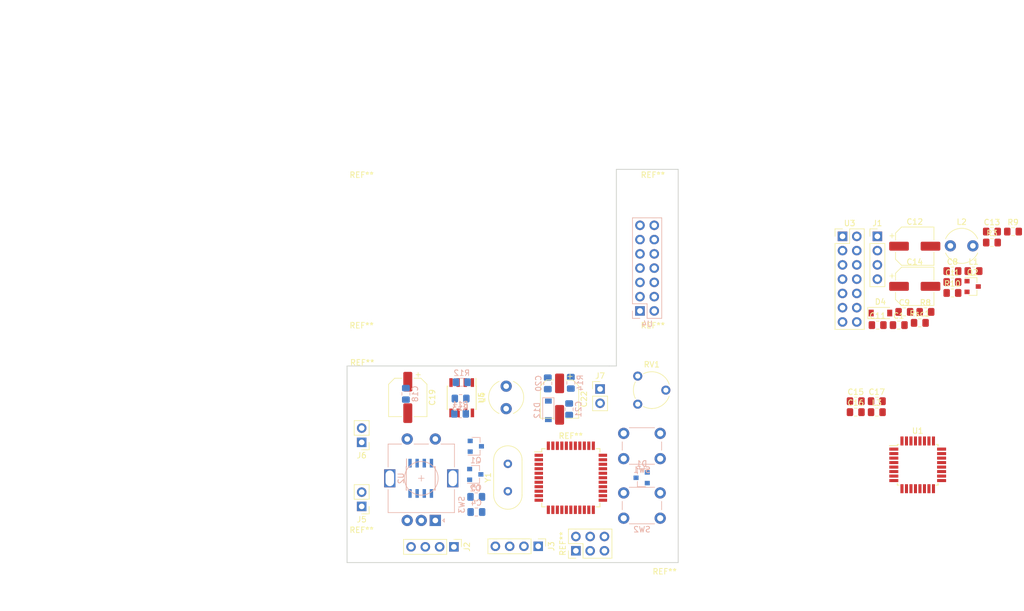
<source format=kicad_pcb>
(kicad_pcb (version 20171130) (host pcbnew 5.0.2-bee76a0~70~ubuntu18.04.1)

  (general
    (thickness 1.6)
    (drawings 39)
    (tracks 0)
    (zones 0)
    (modules 62)
    (nets 65)
  )

  (page A4)
  (layers
    (0 F.Cu signal)
    (31 B.Cu signal)
    (32 B.Adhes user)
    (33 F.Adhes user)
    (34 B.Paste user)
    (35 F.Paste user)
    (36 B.SilkS user)
    (37 F.SilkS user)
    (38 B.Mask user)
    (39 F.Mask user)
    (40 Dwgs.User user)
    (41 Cmts.User user)
    (42 Eco1.User user)
    (43 Eco2.User user)
    (44 Edge.Cuts user)
    (45 Margin user)
    (46 B.CrtYd user)
    (47 F.CrtYd user)
    (48 B.Fab user)
    (49 F.Fab user)
  )

  (setup
    (last_trace_width 0.25)
    (trace_clearance 0.2)
    (zone_clearance 0.508)
    (zone_45_only no)
    (trace_min 0.2)
    (segment_width 0.15)
    (edge_width 0.15)
    (via_size 0.8)
    (via_drill 0.4)
    (via_min_size 0.4)
    (via_min_drill 0.3)
    (uvia_size 0.3)
    (uvia_drill 0.1)
    (uvias_allowed no)
    (uvia_min_size 0.2)
    (uvia_min_drill 0.1)
    (pcb_text_width 0.3)
    (pcb_text_size 1.5 1.5)
    (mod_edge_width 0.15)
    (mod_text_size 1 1)
    (mod_text_width 0.15)
    (pad_size 1.524 1.524)
    (pad_drill 0.762)
    (pad_to_mask_clearance 0.051)
    (solder_mask_min_width 0.25)
    (aux_axis_origin 0 0)
    (visible_elements FFFFF77F)
    (pcbplotparams
      (layerselection 0x030fc_ffffffff)
      (usegerberextensions false)
      (usegerberattributes false)
      (usegerberadvancedattributes false)
      (creategerberjobfile false)
      (excludeedgelayer true)
      (linewidth 0.100000)
      (plotframeref false)
      (viasonmask false)
      (mode 1)
      (useauxorigin false)
      (hpglpennumber 1)
      (hpglpenspeed 20)
      (hpglpendiameter 15.000000)
      (psnegative false)
      (psa4output false)
      (plotreference true)
      (plotvalue true)
      (plotinvisibletext false)
      (padsonsilk false)
      (subtractmaskfromsilk false)
      (outputformat 4)
      (mirror false)
      (drillshape 0)
      (scaleselection 1)
      (outputdirectory ""))
  )

  (net 0 "")
  (net 1 RXD)
  (net 2 TXD)
  (net 3 +5V)
  (net 4 GND)
  (net 5 SDA)
  (net 6 SCL)
  (net 7 "Net-(Q1-Pad1)")
  (net 8 BUTTON_2)
  (net 9 BUTTON_1)
  (net 10 ENC_BUTTON)
  (net 11 LCD_DATA4)
  (net 12 XTAL1)
  (net 13 XTAL2)
  (net 14 LCD_DATA5)
  (net 15 LCD_DATA6)
  (net 16 LCD_DATA7)
  (net 17 ENC_A)
  (net 18 MOSI)
  (net 19 MISO)
  (net 20 SCK)
  (net 21 "Net-(C1-Pad2)")
  (net 22 ENC_B)
  (net 23 ADC0)
  (net 24 LIGHT_SW)
  (net 25 LCD_E)
  (net 26 LCD_RS)
  (net 27 RESET)
  (net 28 "Net-(RV1-Pad2)")
  (net 29 "Net-(C20-Pad1)")
  (net 30 5V-converter)
  (net 31 "Net-(D12-Pad2)")
  (net 32 "Net-(L4-Pad1)")
  (net 33 "Net-(R12-Pad2)")
  (net 34 "Net-(R13-Pad2)")
  (net 35 "Net-(D1-Pad3)")
  (net 36 "Net-(C5-Pad1)")
  (net 37 "Net-(C11-Pad1)")
  (net 38 Uout=+5V)
  (net 39 "Net-(Ct1-Pad1)")
  (net 40 "Net-(D4-Pad2)")
  (net 41 "Net-(J5-Pad1)")
  (net 42 "Net-(L2-Pad1)")
  (net 43 "Net-(Q1-Pad3)")
  (net 44 "Net-(Q2-Pad1)")
  (net 45 "Net-(R10-Pad1)")
  (net 46 "Net-(R9-Pad2)")
  (net 47 "Net-(R5-Pad1)")
  (net 48 "Net-(R4-Pad1)")
  (net 49 write-protection)
  (net 50 "Net-(U3-Pad7)")
  (net 51 "Net-(U3-Pad8)")
  (net 52 "Net-(U3-Pad9)")
  (net 53 "Net-(U3-Pad10)")
  (net 54 "Net-(U2-Pad1)")
  (net 55 "Net-(U2-Pad2)")
  (net 56 "Net-(U2-Pad3)")
  (net 57 "Net-(C15-Pad2)")
  (net 58 "Net-(C17-Pad1)")
  (net 59 "Net-(J7-Pad1)")
  (net 60 "Net-(J7-Pad10)")
  (net 61 "Net-(U5-Pad1)")
  (net 62 "Net-(U5-Pad2)")
  (net 63 "Net-(U5-Pad3)")
  (net 64 "Net-(U5-Pad18)")

  (net_class Default "This is the default net class."
    (clearance 0.2)
    (trace_width 0.25)
    (via_dia 0.8)
    (via_drill 0.4)
    (uvia_dia 0.3)
    (uvia_drill 0.1)
    (add_net +5V)
    (add_net 5V-converter)
    (add_net ADC0)
    (add_net BUTTON_1)
    (add_net BUTTON_2)
    (add_net ENC_A)
    (add_net ENC_B)
    (add_net ENC_BUTTON)
    (add_net GND)
    (add_net LCD_DATA4)
    (add_net LCD_DATA5)
    (add_net LCD_DATA6)
    (add_net LCD_DATA7)
    (add_net LCD_E)
    (add_net LCD_RS)
    (add_net LIGHT_SW)
    (add_net MISO)
    (add_net MOSI)
    (add_net "Net-(C1-Pad2)")
    (add_net "Net-(C11-Pad1)")
    (add_net "Net-(C15-Pad2)")
    (add_net "Net-(C17-Pad1)")
    (add_net "Net-(C20-Pad1)")
    (add_net "Net-(C5-Pad1)")
    (add_net "Net-(Ct1-Pad1)")
    (add_net "Net-(D1-Pad3)")
    (add_net "Net-(D12-Pad2)")
    (add_net "Net-(D4-Pad2)")
    (add_net "Net-(J5-Pad1)")
    (add_net "Net-(J7-Pad1)")
    (add_net "Net-(J7-Pad10)")
    (add_net "Net-(L2-Pad1)")
    (add_net "Net-(L4-Pad1)")
    (add_net "Net-(Q1-Pad1)")
    (add_net "Net-(Q1-Pad3)")
    (add_net "Net-(Q2-Pad1)")
    (add_net "Net-(R10-Pad1)")
    (add_net "Net-(R12-Pad2)")
    (add_net "Net-(R13-Pad2)")
    (add_net "Net-(R4-Pad1)")
    (add_net "Net-(R5-Pad1)")
    (add_net "Net-(R9-Pad2)")
    (add_net "Net-(RV1-Pad2)")
    (add_net "Net-(U2-Pad1)")
    (add_net "Net-(U2-Pad2)")
    (add_net "Net-(U2-Pad3)")
    (add_net "Net-(U3-Pad10)")
    (add_net "Net-(U3-Pad7)")
    (add_net "Net-(U3-Pad8)")
    (add_net "Net-(U3-Pad9)")
    (add_net "Net-(U5-Pad1)")
    (add_net "Net-(U5-Pad18)")
    (add_net "Net-(U5-Pad2)")
    (add_net "Net-(U5-Pad3)")
    (add_net RESET)
    (add_net RXD)
    (add_net SCK)
    (add_net SCL)
    (add_net SDA)
    (add_net TXD)
    (add_net Uout=+5V)
    (add_net XTAL1)
    (add_net XTAL2)
    (add_net write-protection)
  )

  (module MountingHole:MountingHole_2.2mm_M2 (layer F.Cu) (tedit 5C156C56) (tstamp 5C1A6438)
    (at 115.1 94.3)
    (descr "Mounting Hole 2.2mm, no annular, M2")
    (tags "mounting hole 2.2mm no annular m2")
    (attr virtual)
    (fp_text reference REF** (at 0 -3.2) (layer F.SilkS)
      (effects (font (size 1 1) (thickness 0.15)))
    )
    (fp_text value "" (at 0 3.2) (layer F.Fab)
      (effects (font (size 1 1) (thickness 0.15)))
    )
    (fp_text user %R (at 0.3 0) (layer F.Fab)
      (effects (font (size 1 1) (thickness 0.15)))
    )
    (fp_circle (center 0 0) (end 2.2 0) (layer Cmts.User) (width 0.15))
    (fp_circle (center 0 0) (end 2.45 0) (layer F.CrtYd) (width 0.05))
    (pad 1 np_thru_hole circle (at 0 0) (size 2.2 2.2) (drill 2.2) (layers *.Cu *.Mask))
  )

  (module MountingHole:MountingHole_2.2mm_M2 (layer F.Cu) (tedit 5C156C56) (tstamp 5C1A62AB)
    (at 168.7 124.1)
    (descr "Mounting Hole 2.2mm, no annular, M2")
    (tags "mounting hole 2.2mm no annular m2")
    (attr virtual)
    (fp_text reference REF** (at 0.2 4.2) (layer F.SilkS)
      (effects (font (size 1 1) (thickness 0.15)))
    )
    (fp_text value "" (at 0 3.2) (layer F.Fab)
      (effects (font (size 1 1) (thickness 0.15)))
    )
    (fp_text user %R (at 0.3 0) (layer F.Fab)
      (effects (font (size 1 1) (thickness 0.15)))
    )
    (fp_circle (center 0 0) (end 2.2 0) (layer Cmts.User) (width 0.15))
    (fp_circle (center 0 0) (end 2.45 0) (layer F.CrtYd) (width 0.05))
    (pad 1 np_thru_hole circle (at 0 0) (size 2.2 2.2) (drill 2.2) (layers *.Cu *.Mask))
  )

  (module MountingHole:MountingHole_2.2mm_M2 (layer F.Cu) (tedit 5C156C56) (tstamp 5C1A629D)
    (at 115 124.1)
    (descr "Mounting Hole 2.2mm, no annular, M2")
    (tags "mounting hole 2.2mm no annular m2")
    (attr virtual)
    (fp_text reference REF** (at 0 -3.2) (layer F.SilkS)
      (effects (font (size 1 1) (thickness 0.15)))
    )
    (fp_text value "" (at 0 3.2) (layer F.Fab)
      (effects (font (size 1 1) (thickness 0.15)))
    )
    (fp_circle (center 0 0) (end 2.45 0) (layer F.CrtYd) (width 0.05))
    (fp_circle (center 0 0) (end 2.2 0) (layer Cmts.User) (width 0.15))
    (fp_text user %R (at 0.3 0) (layer F.Fab)
      (effects (font (size 1 1) (thickness 0.15)))
    )
    (pad 1 np_thru_hole circle (at 0 0) (size 2.2 2.2) (drill 2.2) (layers *.Cu *.Mask))
  )

  (module MountingHole:MountingHole_2.2mm_M2 (layer F.Cu) (tedit 5C156C56) (tstamp 5C1A628F)
    (at 166.8 60.9)
    (descr "Mounting Hole 2.2mm, no annular, M2")
    (tags "mounting hole 2.2mm no annular m2")
    (attr virtual)
    (fp_text reference REF** (at 0 -3.2) (layer F.SilkS)
      (effects (font (size 1 1) (thickness 0.15)))
    )
    (fp_text value "" (at 0 3.2) (layer F.Fab)
      (effects (font (size 1 1) (thickness 0.15)))
    )
    (fp_text user %R (at 0.3 0) (layer F.Fab)
      (effects (font (size 1 1) (thickness 0.15)))
    )
    (fp_circle (center 0 0) (end 2.2 0) (layer Cmts.User) (width 0.15))
    (fp_circle (center 0 0) (end 2.45 0) (layer F.CrtYd) (width 0.05))
    (pad 1 np_thru_hole circle (at 0 0) (size 2.2 2.2) (drill 2.2) (layers *.Cu *.Mask))
  )

  (module MountingHole:MountingHole_2.2mm_M2 (layer F.Cu) (tedit 5C156C56) (tstamp 5C1A6281)
    (at 166.8 87.7)
    (descr "Mounting Hole 2.2mm, no annular, M2")
    (tags "mounting hole 2.2mm no annular m2")
    (attr virtual)
    (fp_text reference REF** (at 0 -3.2) (layer F.SilkS)
      (effects (font (size 1 1) (thickness 0.15)))
    )
    (fp_text value "" (at 0 3.2) (layer F.Fab)
      (effects (font (size 1 1) (thickness 0.15)))
    )
    (fp_circle (center 0 0) (end 2.45 0) (layer F.CrtYd) (width 0.05))
    (fp_circle (center 0 0) (end 2.2 0) (layer Cmts.User) (width 0.15))
    (fp_text user %R (at 0.3 0) (layer F.Fab)
      (effects (font (size 1 1) (thickness 0.15)))
    )
    (pad 1 np_thru_hole circle (at 0 0) (size 2.2 2.2) (drill 2.2) (layers *.Cu *.Mask))
  )

  (module MountingHole:MountingHole_2.2mm_M2 (layer F.Cu) (tedit 5C156C56) (tstamp 5C1A625A)
    (at 115 87.7)
    (descr "Mounting Hole 2.2mm, no annular, M2")
    (tags "mounting hole 2.2mm no annular m2")
    (attr virtual)
    (fp_text reference REF** (at 0 -3.2) (layer F.SilkS)
      (effects (font (size 1 1) (thickness 0.15)))
    )
    (fp_text value "" (at 0 3.2) (layer F.Fab)
      (effects (font (size 1 1) (thickness 0.15)))
    )
    (fp_text user %R (at 0.3 0) (layer F.Fab)
      (effects (font (size 1 1) (thickness 0.15)))
    )
    (fp_circle (center 0 0) (end 2.2 0) (layer Cmts.User) (width 0.15))
    (fp_circle (center 0 0) (end 2.45 0) (layer F.CrtYd) (width 0.05))
    (pad 1 np_thru_hole circle (at 0 0) (size 2.2 2.2) (drill 2.2) (layers *.Cu *.Mask))
  )

  (module Connector_PinHeader_2.54mm:PinHeader_1x02_P2.54mm_Vertical (layer F.Cu) (tedit 59FED5CC) (tstamp 5C0F4F5B)
    (at 115 116.7 180)
    (descr "Through hole straight pin header, 1x02, 2.54mm pitch, single row")
    (tags "Through hole pin header THT 1x02 2.54mm single row")
    (path /5C10DB73)
    (fp_text reference J5 (at 0 -2.33 180) (layer F.SilkS)
      (effects (font (size 1 1) (thickness 0.15)))
    )
    (fp_text value LIGHT (at 0 4.87 180) (layer F.Fab)
      (effects (font (size 1 1) (thickness 0.15)))
    )
    (fp_line (start -0.635 -1.27) (end 1.27 -1.27) (layer F.Fab) (width 0.1))
    (fp_line (start 1.27 -1.27) (end 1.27 3.81) (layer F.Fab) (width 0.1))
    (fp_line (start 1.27 3.81) (end -1.27 3.81) (layer F.Fab) (width 0.1))
    (fp_line (start -1.27 3.81) (end -1.27 -0.635) (layer F.Fab) (width 0.1))
    (fp_line (start -1.27 -0.635) (end -0.635 -1.27) (layer F.Fab) (width 0.1))
    (fp_line (start -1.33 3.87) (end 1.33 3.87) (layer F.SilkS) (width 0.12))
    (fp_line (start -1.33 1.27) (end -1.33 3.87) (layer F.SilkS) (width 0.12))
    (fp_line (start 1.33 1.27) (end 1.33 3.87) (layer F.SilkS) (width 0.12))
    (fp_line (start -1.33 1.27) (end 1.33 1.27) (layer F.SilkS) (width 0.12))
    (fp_line (start -1.33 0) (end -1.33 -1.33) (layer F.SilkS) (width 0.12))
    (fp_line (start -1.33 -1.33) (end 0 -1.33) (layer F.SilkS) (width 0.12))
    (fp_line (start -1.8 -1.8) (end -1.8 4.35) (layer F.CrtYd) (width 0.05))
    (fp_line (start -1.8 4.35) (end 1.8 4.35) (layer F.CrtYd) (width 0.05))
    (fp_line (start 1.8 4.35) (end 1.8 -1.8) (layer F.CrtYd) (width 0.05))
    (fp_line (start 1.8 -1.8) (end -1.8 -1.8) (layer F.CrtYd) (width 0.05))
    (fp_text user %R (at 0 1.27 270) (layer F.Fab)
      (effects (font (size 1 1) (thickness 0.15)))
    )
    (pad 1 thru_hole rect (at 0 0 180) (size 1.7 1.7) (drill 1) (layers *.Cu *.Mask)
      (net 41 "Net-(J5-Pad1)"))
    (pad 2 thru_hole oval (at 0 2.54 180) (size 1.7 1.7) (drill 1) (layers *.Cu *.Mask)
      (net 23 ADC0))
    (model ${KISYS3DMOD}/Connector_PinHeader_2.54mm.3dshapes/PinHeader_1x02_P2.54mm_Vertical.wrl
      (at (xyz 0 0 0))
      (scale (xyz 1 1 1))
      (rotate (xyz 0 0 0))
    )
  )

  (module Button_Switch_THT:SW_PUSH_6mm (layer B.Cu) (tedit 5A02FE31) (tstamp 5C0F4F8F)
    (at 161.6 108.2)
    (descr https://www.omron.com/ecb/products/pdf/en-b3f.pdf)
    (tags "tact sw push 6mm")
    (path /5C11BDD2)
    (fp_text reference SW1 (at 3.25 2) (layer B.SilkS)
      (effects (font (size 1 1) (thickness 0.15)) (justify mirror))
    )
    (fp_text value SW_Push (at 3.75 -6.7) (layer B.Fab)
      (effects (font (size 1 1) (thickness 0.15)) (justify mirror))
    )
    (fp_text user %R (at 3.25 -2.25) (layer B.Fab)
      (effects (font (size 1 1) (thickness 0.15)) (justify mirror))
    )
    (fp_line (start 3.25 0.75) (end 6.25 0.75) (layer B.Fab) (width 0.1))
    (fp_line (start 6.25 0.75) (end 6.25 -5.25) (layer B.Fab) (width 0.1))
    (fp_line (start 6.25 -5.25) (end 0.25 -5.25) (layer B.Fab) (width 0.1))
    (fp_line (start 0.25 -5.25) (end 0.25 0.75) (layer B.Fab) (width 0.1))
    (fp_line (start 0.25 0.75) (end 3.25 0.75) (layer B.Fab) (width 0.1))
    (fp_line (start 7.75 -6) (end 8 -6) (layer B.CrtYd) (width 0.05))
    (fp_line (start 8 -6) (end 8 -5.75) (layer B.CrtYd) (width 0.05))
    (fp_line (start 7.75 1.5) (end 8 1.5) (layer B.CrtYd) (width 0.05))
    (fp_line (start 8 1.5) (end 8 1.25) (layer B.CrtYd) (width 0.05))
    (fp_line (start -1.5 1.25) (end -1.5 1.5) (layer B.CrtYd) (width 0.05))
    (fp_line (start -1.5 1.5) (end -1.25 1.5) (layer B.CrtYd) (width 0.05))
    (fp_line (start -1.5 -5.75) (end -1.5 -6) (layer B.CrtYd) (width 0.05))
    (fp_line (start -1.5 -6) (end -1.25 -6) (layer B.CrtYd) (width 0.05))
    (fp_line (start -1.25 1.5) (end 7.75 1.5) (layer B.CrtYd) (width 0.05))
    (fp_line (start -1.5 -5.75) (end -1.5 1.25) (layer B.CrtYd) (width 0.05))
    (fp_line (start 7.75 -6) (end -1.25 -6) (layer B.CrtYd) (width 0.05))
    (fp_line (start 8 1.25) (end 8 -5.75) (layer B.CrtYd) (width 0.05))
    (fp_line (start 1 -5.5) (end 5.5 -5.5) (layer B.SilkS) (width 0.12))
    (fp_line (start -0.25 -1.5) (end -0.25 -3) (layer B.SilkS) (width 0.12))
    (fp_line (start 5.5 1) (end 1 1) (layer B.SilkS) (width 0.12))
    (fp_line (start 6.75 -3) (end 6.75 -1.5) (layer B.SilkS) (width 0.12))
    (fp_circle (center 3.25 -2.25) (end 1.25 -2.5) (layer B.Fab) (width 0.1))
    (pad 2 thru_hole circle (at 0 -4.5 270) (size 2 2) (drill 1.1) (layers *.Cu *.Mask)
      (net 8 BUTTON_2))
    (pad 1 thru_hole circle (at 0 0 270) (size 2 2) (drill 1.1) (layers *.Cu *.Mask)
      (net 4 GND))
    (pad 2 thru_hole circle (at 6.5 -4.5 270) (size 2 2) (drill 1.1) (layers *.Cu *.Mask)
      (net 8 BUTTON_2))
    (pad 1 thru_hole circle (at 6.5 0 270) (size 2 2) (drill 1.1) (layers *.Cu *.Mask)
      (net 4 GND))
    (model ${KISYS3DMOD}/Button_Switch_THT.3dshapes/SW_PUSH_6mm.wrl
      (at (xyz 0 0 0))
      (scale (xyz 1 1 1))
      (rotate (xyz 0 0 0))
    )
  )

  (module Button_Switch_THT:SW_PUSH_6mm (layer B.Cu) (tedit 5A02FE31) (tstamp 5C0F4FAE)
    (at 161.6 118.8)
    (descr https://www.omron.com/ecb/products/pdf/en-b3f.pdf)
    (tags "tact sw push 6mm")
    (path /5C114792)
    (fp_text reference SW2 (at 3.25 2) (layer B.SilkS)
      (effects (font (size 1 1) (thickness 0.15)) (justify mirror))
    )
    (fp_text value SW_Push (at 3.75 -6.7) (layer B.Fab)
      (effects (font (size 1 1) (thickness 0.15)) (justify mirror))
    )
    (fp_circle (center 3.25 -2.25) (end 1.25 -2.5) (layer B.Fab) (width 0.1))
    (fp_line (start 6.75 -3) (end 6.75 -1.5) (layer B.SilkS) (width 0.12))
    (fp_line (start 5.5 1) (end 1 1) (layer B.SilkS) (width 0.12))
    (fp_line (start -0.25 -1.5) (end -0.25 -3) (layer B.SilkS) (width 0.12))
    (fp_line (start 1 -5.5) (end 5.5 -5.5) (layer B.SilkS) (width 0.12))
    (fp_line (start 8 1.25) (end 8 -5.75) (layer B.CrtYd) (width 0.05))
    (fp_line (start 7.75 -6) (end -1.25 -6) (layer B.CrtYd) (width 0.05))
    (fp_line (start -1.5 -5.75) (end -1.5 1.25) (layer B.CrtYd) (width 0.05))
    (fp_line (start -1.25 1.5) (end 7.75 1.5) (layer B.CrtYd) (width 0.05))
    (fp_line (start -1.5 -6) (end -1.25 -6) (layer B.CrtYd) (width 0.05))
    (fp_line (start -1.5 -5.75) (end -1.5 -6) (layer B.CrtYd) (width 0.05))
    (fp_line (start -1.5 1.5) (end -1.25 1.5) (layer B.CrtYd) (width 0.05))
    (fp_line (start -1.5 1.25) (end -1.5 1.5) (layer B.CrtYd) (width 0.05))
    (fp_line (start 8 1.5) (end 8 1.25) (layer B.CrtYd) (width 0.05))
    (fp_line (start 7.75 1.5) (end 8 1.5) (layer B.CrtYd) (width 0.05))
    (fp_line (start 8 -6) (end 8 -5.75) (layer B.CrtYd) (width 0.05))
    (fp_line (start 7.75 -6) (end 8 -6) (layer B.CrtYd) (width 0.05))
    (fp_line (start 0.25 0.75) (end 3.25 0.75) (layer B.Fab) (width 0.1))
    (fp_line (start 0.25 -5.25) (end 0.25 0.75) (layer B.Fab) (width 0.1))
    (fp_line (start 6.25 -5.25) (end 0.25 -5.25) (layer B.Fab) (width 0.1))
    (fp_line (start 6.25 0.75) (end 6.25 -5.25) (layer B.Fab) (width 0.1))
    (fp_line (start 3.25 0.75) (end 6.25 0.75) (layer B.Fab) (width 0.1))
    (fp_text user %R (at 3.25 -2.25) (layer B.Fab)
      (effects (font (size 1 1) (thickness 0.15)) (justify mirror))
    )
    (pad 1 thru_hole circle (at 6.5 0 270) (size 2 2) (drill 1.1) (layers *.Cu *.Mask)
      (net 4 GND))
    (pad 2 thru_hole circle (at 6.5 -4.5 270) (size 2 2) (drill 1.1) (layers *.Cu *.Mask)
      (net 9 BUTTON_1))
    (pad 1 thru_hole circle (at 0 0 270) (size 2 2) (drill 1.1) (layers *.Cu *.Mask)
      (net 4 GND))
    (pad 2 thru_hole circle (at 0 -4.5 270) (size 2 2) (drill 1.1) (layers *.Cu *.Mask)
      (net 9 BUTTON_1))
    (model ${KISYS3DMOD}/Button_Switch_THT.3dshapes/SW_PUSH_6mm.wrl
      (at (xyz 0 0 0))
      (scale (xyz 1 1 1))
      (rotate (xyz 0 0 0))
    )
  )

  (module Rotary_Encoder:RotaryEncoder_Alps_EC11E-Switch_Vertical_H20mm (layer B.Cu) (tedit 5A74C8CB) (tstamp 5C0F4FD4)
    (at 128.1 119.2 90)
    (descr "Alps rotary encoder, EC12E... with switch, vertical shaft, http://www.alps.com/prod/info/E/HTML/Encoder/Incremental/EC11/EC11E15204A3.html")
    (tags "rotary encoder")
    (path /5C0E70BD)
    (fp_text reference SW3 (at 2.8 4.7 90) (layer B.SilkS)
      (effects (font (size 1 1) (thickness 0.15)) (justify mirror))
    )
    (fp_text value Rotary_Encoder_Switch (at 7.5 -10.4 90) (layer B.Fab)
      (effects (font (size 1 1) (thickness 0.15)) (justify mirror))
    )
    (fp_text user %R (at 11.1 -6.3 90) (layer B.Fab)
      (effects (font (size 1 1) (thickness 0.15)) (justify mirror))
    )
    (fp_line (start 7 -2.5) (end 8 -2.5) (layer B.SilkS) (width 0.12))
    (fp_line (start 7.5 -2) (end 7.5 -3) (layer B.SilkS) (width 0.12))
    (fp_line (start 13.6 -6) (end 13.6 -8.4) (layer B.SilkS) (width 0.12))
    (fp_line (start 13.6 -1.2) (end 13.6 -3.8) (layer B.SilkS) (width 0.12))
    (fp_line (start 13.6 3.4) (end 13.6 1) (layer B.SilkS) (width 0.12))
    (fp_line (start 4.5 -2.5) (end 10.5 -2.5) (layer B.Fab) (width 0.12))
    (fp_line (start 7.5 0.5) (end 7.5 -5.5) (layer B.Fab) (width 0.12))
    (fp_line (start 0.3 1.6) (end 0 1.3) (layer B.SilkS) (width 0.12))
    (fp_line (start -0.3 1.6) (end 0.3 1.6) (layer B.SilkS) (width 0.12))
    (fp_line (start 0 1.3) (end -0.3 1.6) (layer B.SilkS) (width 0.12))
    (fp_line (start 1.4 3.4) (end 1.4 -8.4) (layer B.SilkS) (width 0.12))
    (fp_line (start 5.5 3.4) (end 1.4 3.4) (layer B.SilkS) (width 0.12))
    (fp_line (start 5.5 -8.4) (end 1.4 -8.4) (layer B.SilkS) (width 0.12))
    (fp_line (start 13.6 -8.4) (end 9.5 -8.4) (layer B.SilkS) (width 0.12))
    (fp_line (start 9.5 3.4) (end 13.6 3.4) (layer B.SilkS) (width 0.12))
    (fp_line (start 1.5 2.2) (end 2.5 3.3) (layer B.Fab) (width 0.12))
    (fp_line (start 1.5 -8.3) (end 1.5 2.2) (layer B.Fab) (width 0.12))
    (fp_line (start 13.5 -8.3) (end 1.5 -8.3) (layer B.Fab) (width 0.12))
    (fp_line (start 13.5 3.3) (end 13.5 -8.3) (layer B.Fab) (width 0.12))
    (fp_line (start 2.5 3.3) (end 13.5 3.3) (layer B.Fab) (width 0.12))
    (fp_line (start -1.5 4.6) (end 16 4.6) (layer B.CrtYd) (width 0.05))
    (fp_line (start -1.5 4.6) (end -1.5 -9.6) (layer B.CrtYd) (width 0.05))
    (fp_line (start 16 -9.6) (end 16 4.6) (layer B.CrtYd) (width 0.05))
    (fp_line (start 16 -9.6) (end -1.5 -9.6) (layer B.CrtYd) (width 0.05))
    (fp_circle (center 7.5 -2.5) (end 10.5 -2.5) (layer B.SilkS) (width 0.12))
    (fp_circle (center 7.5 -2.5) (end 10.5 -2.5) (layer B.Fab) (width 0.12))
    (pad S1 thru_hole circle (at 14.5 -5 90) (size 2 2) (drill 1) (layers *.Cu *.Mask)
      (net 10 ENC_BUTTON))
    (pad S2 thru_hole circle (at 14.5 0 90) (size 2 2) (drill 1) (layers *.Cu *.Mask)
      (net 4 GND))
    (pad MP thru_hole rect (at 7.5 -8.1 90) (size 3.2 2) (drill oval 2.8 1.5) (layers *.Cu *.Mask))
    (pad MP thru_hole rect (at 7.5 3.1 90) (size 3.2 2) (drill oval 2.8 1.5) (layers *.Cu *.Mask))
    (pad B thru_hole circle (at 0 -5 90) (size 2 2) (drill 1) (layers *.Cu *.Mask)
      (net 47 "Net-(R5-Pad1)"))
    (pad C thru_hole circle (at 0 -2.5 90) (size 2 2) (drill 1) (layers *.Cu *.Mask)
      (net 4 GND))
    (pad A thru_hole rect (at 0 0 90) (size 2 2) (drill 1) (layers *.Cu *.Mask)
      (net 48 "Net-(R4-Pad1)"))
    (model ${KISYS3DMOD}/Rotary_Encoder.3dshapes/RotaryEncoder_Alps_EC11E-Switch_Vertical_H20mm.wrl
      (at (xyz 0 0 0))
      (scale (xyz 1 1 1))
      (rotate (xyz 0 0 0))
    )
  )

  (module Potentiometer_THT:Potentiometer_Piher_PT-6-V_Vertical (layer F.Cu) (tedit 5A3D4993) (tstamp 5C0FA47E)
    (at 164.1 98.5)
    (descr "Potentiometer, vertical, Piher PT-6-V, http://www.piher-nacesa.com/pdf/11-PT6v03.pdf")
    (tags "Potentiometer vertical Piher PT-6-V")
    (path /5C0DC7E0)
    (fp_text reference RV1 (at 2.5 -7.06) (layer F.SilkS)
      (effects (font (size 1 1) (thickness 0.15)))
    )
    (fp_text value 10k (at 2.5 2.06) (layer F.Fab)
      (effects (font (size 1 1) (thickness 0.15)))
    )
    (fp_arc (start 2.5 -2.5) (end 2.5 0.77) (angle -71) (layer F.SilkS) (width 0.12))
    (fp_arc (start 2.5 -2.5) (end 5.592 -3.564) (angle -98) (layer F.SilkS) (width 0.12))
    (fp_arc (start 2.5 -2.5) (end -0.414 -3.984) (angle -54) (layer F.SilkS) (width 0.12))
    (fp_arc (start 2.5 -2.5) (end 1.015 0.414) (angle -28) (layer F.SilkS) (width 0.12))
    (fp_circle (center 2.5 -2.5) (end 5.65 -2.5) (layer F.Fab) (width 0.1))
    (fp_circle (center 2.5 -2.5) (end 3.4 -2.5) (layer F.Fab) (width 0.1))
    (fp_line (start -1.1 -6.1) (end -1.1 1.1) (layer F.CrtYd) (width 0.05))
    (fp_line (start -1.1 1.1) (end 6.1 1.1) (layer F.CrtYd) (width 0.05))
    (fp_line (start 6.1 1.1) (end 6.1 -6.1) (layer F.CrtYd) (width 0.05))
    (fp_line (start 6.1 -6.1) (end -1.1 -6.1) (layer F.CrtYd) (width 0.05))
    (fp_text user %R (at 0.55 -2.5 90) (layer F.Fab)
      (effects (font (size 1 1) (thickness 0.15)))
    )
    (pad 3 thru_hole circle (at 0 -5) (size 1.62 1.62) (drill 0.9) (layers *.Cu *.Mask)
      (net 3 +5V))
    (pad 2 thru_hole circle (at 5 -2.5) (size 1.62 1.62) (drill 0.9) (layers *.Cu *.Mask)
      (net 28 "Net-(RV1-Pad2)"))
    (pad 1 thru_hole circle (at 0 0) (size 1.62 1.62) (drill 0.9) (layers *.Cu *.Mask)
      (net 4 GND))
    (model ${KISYS3DMOD}/Potentiometer_THT.3dshapes/Potentiometer_Piher_PT-6-V_Vertical.wrl
      (at (xyz 0 0 0))
      (scale (xyz 1 1 1))
      (rotate (xyz 0 0 0))
    )
  )

  (module Connector_PinHeader_2.54mm:PinHeader_1x02_P2.54mm_Vertical (layer F.Cu) (tedit 59FED5CC) (tstamp 5C0FAA52)
    (at 115 105.3 180)
    (descr "Through hole straight pin header, 1x02, 2.54mm pitch, single row")
    (tags "Through hole pin header THT 1x02 2.54mm single row")
    (path /5C1E06D3)
    (fp_text reference J6 (at 0 -2.33 180) (layer F.SilkS)
      (effects (font (size 1 1) (thickness 0.15)))
    )
    (fp_text value PWR (at 0 4.87 180) (layer F.Fab)
      (effects (font (size 1 1) (thickness 0.15)))
    )
    (fp_text user %R (at 0 1.27 270) (layer F.Fab)
      (effects (font (size 1 1) (thickness 0.15)))
    )
    (fp_line (start 1.8 -1.8) (end -1.8 -1.8) (layer F.CrtYd) (width 0.05))
    (fp_line (start 1.8 4.35) (end 1.8 -1.8) (layer F.CrtYd) (width 0.05))
    (fp_line (start -1.8 4.35) (end 1.8 4.35) (layer F.CrtYd) (width 0.05))
    (fp_line (start -1.8 -1.8) (end -1.8 4.35) (layer F.CrtYd) (width 0.05))
    (fp_line (start -1.33 -1.33) (end 0 -1.33) (layer F.SilkS) (width 0.12))
    (fp_line (start -1.33 0) (end -1.33 -1.33) (layer F.SilkS) (width 0.12))
    (fp_line (start -1.33 1.27) (end 1.33 1.27) (layer F.SilkS) (width 0.12))
    (fp_line (start 1.33 1.27) (end 1.33 3.87) (layer F.SilkS) (width 0.12))
    (fp_line (start -1.33 1.27) (end -1.33 3.87) (layer F.SilkS) (width 0.12))
    (fp_line (start -1.33 3.87) (end 1.33 3.87) (layer F.SilkS) (width 0.12))
    (fp_line (start -1.27 -0.635) (end -0.635 -1.27) (layer F.Fab) (width 0.1))
    (fp_line (start -1.27 3.81) (end -1.27 -0.635) (layer F.Fab) (width 0.1))
    (fp_line (start 1.27 3.81) (end -1.27 3.81) (layer F.Fab) (width 0.1))
    (fp_line (start 1.27 -1.27) (end 1.27 3.81) (layer F.Fab) (width 0.1))
    (fp_line (start -0.635 -1.27) (end 1.27 -1.27) (layer F.Fab) (width 0.1))
    (pad 2 thru_hole oval (at 0 2.54 180) (size 1.7 1.7) (drill 1) (layers *.Cu *.Mask)
      (net 23 ADC0))
    (pad 1 thru_hole rect (at 0 0 180) (size 1.7 1.7) (drill 1) (layers *.Cu *.Mask)
      (net 37 "Net-(C11-Pad1)"))
    (model ${KISYS3DMOD}/Connector_PinHeader_2.54mm.3dshapes/PinHeader_1x02_P2.54mm_Vertical.wrl
      (at (xyz 0 0 0))
      (scale (xyz 1 1 1))
      (rotate (xyz 0 0 0))
    )
  )

  (module Connector_PinHeader_2.54mm:PinHeader_2x07_P2.54mm_Vertical (layer B.Cu) (tedit 59FED5CC) (tstamp 5C18E91A)
    (at 164.5 81.9)
    (descr "Through hole straight pin header, 2x07, 2.54mm pitch, double rows")
    (tags "Through hole pin header THT 2x07 2.54mm double row")
    (path /5C4D4BE4)
    (fp_text reference U4 (at 1.27 2.33) (layer B.SilkS)
      (effects (font (size 1 1) (thickness 0.15)) (justify mirror))
    )
    (fp_text value MC34063AD (at 1.27 -17.57) (layer B.Fab)
      (effects (font (size 1 1) (thickness 0.15)) (justify mirror))
    )
    (fp_text user %R (at 1.27 -7.62 -90) (layer B.Fab)
      (effects (font (size 1 1) (thickness 0.15)) (justify mirror))
    )
    (fp_line (start 4.35 1.8) (end -1.8 1.8) (layer B.CrtYd) (width 0.05))
    (fp_line (start 4.35 -17.05) (end 4.35 1.8) (layer B.CrtYd) (width 0.05))
    (fp_line (start -1.8 -17.05) (end 4.35 -17.05) (layer B.CrtYd) (width 0.05))
    (fp_line (start -1.8 1.8) (end -1.8 -17.05) (layer B.CrtYd) (width 0.05))
    (fp_line (start -1.33 1.33) (end 0 1.33) (layer B.SilkS) (width 0.12))
    (fp_line (start -1.33 0) (end -1.33 1.33) (layer B.SilkS) (width 0.12))
    (fp_line (start 1.27 1.33) (end 3.87 1.33) (layer B.SilkS) (width 0.12))
    (fp_line (start 1.27 -1.27) (end 1.27 1.33) (layer B.SilkS) (width 0.12))
    (fp_line (start -1.33 -1.27) (end 1.27 -1.27) (layer B.SilkS) (width 0.12))
    (fp_line (start 3.87 1.33) (end 3.87 -16.57) (layer B.SilkS) (width 0.12))
    (fp_line (start -1.33 -1.27) (end -1.33 -16.57) (layer B.SilkS) (width 0.12))
    (fp_line (start -1.33 -16.57) (end 3.87 -16.57) (layer B.SilkS) (width 0.12))
    (fp_line (start -1.27 0) (end 0 1.27) (layer B.Fab) (width 0.1))
    (fp_line (start -1.27 -16.51) (end -1.27 0) (layer B.Fab) (width 0.1))
    (fp_line (start 3.81 -16.51) (end -1.27 -16.51) (layer B.Fab) (width 0.1))
    (fp_line (start 3.81 1.27) (end 3.81 -16.51) (layer B.Fab) (width 0.1))
    (fp_line (start 0 1.27) (end 3.81 1.27) (layer B.Fab) (width 0.1))
    (pad 14 thru_hole oval (at 2.54 -15.24) (size 1.7 1.7) (drill 1) (layers *.Cu *.Mask))
    (pad 13 thru_hole oval (at 0 -15.24) (size 1.7 1.7) (drill 1) (layers *.Cu *.Mask))
    (pad 12 thru_hole oval (at 2.54 -12.7) (size 1.7 1.7) (drill 1) (layers *.Cu *.Mask))
    (pad 11 thru_hole oval (at 0 -12.7) (size 1.7 1.7) (drill 1) (layers *.Cu *.Mask))
    (pad 10 thru_hole oval (at 2.54 -10.16) (size 1.7 1.7) (drill 1) (layers *.Cu *.Mask))
    (pad 9 thru_hole oval (at 0 -10.16) (size 1.7 1.7) (drill 1) (layers *.Cu *.Mask))
    (pad 8 thru_hole oval (at 2.54 -7.62) (size 1.7 1.7) (drill 1) (layers *.Cu *.Mask)
      (net 46 "Net-(R9-Pad2)"))
    (pad 7 thru_hole oval (at 0 -7.62) (size 1.7 1.7) (drill 1) (layers *.Cu *.Mask)
      (net 42 "Net-(L2-Pad1)"))
    (pad 6 thru_hole oval (at 2.54 -5.08) (size 1.7 1.7) (drill 1) (layers *.Cu *.Mask)
      (net 37 "Net-(C11-Pad1)"))
    (pad 5 thru_hole oval (at 0 -5.08) (size 1.7 1.7) (drill 1) (layers *.Cu *.Mask)
      (net 45 "Net-(R10-Pad1)"))
    (pad 4 thru_hole oval (at 2.54 -2.54) (size 1.7 1.7) (drill 1) (layers *.Cu *.Mask)
      (net 4 GND))
    (pad 3 thru_hole oval (at 0 -2.54) (size 1.7 1.7) (drill 1) (layers *.Cu *.Mask)
      (net 39 "Net-(Ct1-Pad1)"))
    (pad 2 thru_hole oval (at 2.54 0) (size 1.7 1.7) (drill 1) (layers *.Cu *.Mask)
      (net 4 GND))
    (pad 1 thru_hole rect (at 0 0) (size 1.7 1.7) (drill 1) (layers *.Cu *.Mask)
      (net 40 "Net-(D4-Pad2)"))
    (model ${KISYS3DMOD}/Connector_PinHeader_2.54mm.3dshapes/PinHeader_2x07_P2.54mm_Vertical.wrl
      (at (xyz 0 0 0))
      (scale (xyz 1 1 1))
      (rotate (xyz 0 0 0))
    )
  )

  (module Capacitor_SMD:C_0805_2012Metric_Pad1.15x1.40mm_HandSolder (layer B.Cu) (tedit 5B36C52B) (tstamp 5C19E6CD)
    (at 122.861208 96.664808 90)
    (descr "Capacitor SMD 0805 (2012 Metric), square (rectangular) end terminal, IPC_7351 nominal with elongated pad for handsoldering. (Body size source: https://docs.google.com/spreadsheets/d/1BsfQQcO9C6DZCsRaXUlFlo91Tg2WpOkGARC1WS5S8t0/edit?usp=sharing), generated with kicad-footprint-generator")
    (tags "capacitor handsolder")
    (path /5C1C2E24)
    (attr smd)
    (fp_text reference C18 (at 0 1.65 90) (layer B.SilkS)
      (effects (font (size 1 1) (thickness 0.15)) (justify mirror))
    )
    (fp_text value 100n (at 0 -1.65 90) (layer B.Fab)
      (effects (font (size 1 1) (thickness 0.15)) (justify mirror))
    )
    (fp_text user %R (at 0 0 90) (layer B.Fab)
      (effects (font (size 0.5 0.5) (thickness 0.08)) (justify mirror))
    )
    (fp_line (start 1.85 -0.95) (end -1.85 -0.95) (layer B.CrtYd) (width 0.05))
    (fp_line (start 1.85 0.95) (end 1.85 -0.95) (layer B.CrtYd) (width 0.05))
    (fp_line (start -1.85 0.95) (end 1.85 0.95) (layer B.CrtYd) (width 0.05))
    (fp_line (start -1.85 -0.95) (end -1.85 0.95) (layer B.CrtYd) (width 0.05))
    (fp_line (start -0.261252 -0.71) (end 0.261252 -0.71) (layer B.SilkS) (width 0.12))
    (fp_line (start -0.261252 0.71) (end 0.261252 0.71) (layer B.SilkS) (width 0.12))
    (fp_line (start 1 -0.6) (end -1 -0.6) (layer B.Fab) (width 0.1))
    (fp_line (start 1 0.6) (end 1 -0.6) (layer B.Fab) (width 0.1))
    (fp_line (start -1 0.6) (end 1 0.6) (layer B.Fab) (width 0.1))
    (fp_line (start -1 -0.6) (end -1 0.6) (layer B.Fab) (width 0.1))
    (pad 2 smd roundrect (at 1.025 0 90) (size 1.15 1.4) (layers B.Cu B.Paste B.Mask) (roundrect_rratio 0.217391)
      (net 4 GND))
    (pad 1 smd roundrect (at -1.025 0 90) (size 1.15 1.4) (layers B.Cu B.Paste B.Mask) (roundrect_rratio 0.217391)
      (net 23 ADC0))
    (model ${KISYS3DMOD}/Capacitor_SMD.3dshapes/C_0805_2012Metric.wrl
      (at (xyz 0 0 0))
      (scale (xyz 1 1 1))
      (rotate (xyz 0 0 0))
    )
  )

  (module Capacitor_SMD:CP_Elec_6.3x5.4 (layer F.Cu) (tedit 5BCA39D0) (tstamp 5C19E6F5)
    (at 123.2 97.3 270)
    (descr "SMD capacitor, aluminum electrolytic, Panasonic C55, 6.3x5.4mm")
    (tags "capacitor electrolytic")
    (path /5C1C2E2A)
    (attr smd)
    (fp_text reference C19 (at 0 -4.35 270) (layer F.SilkS)
      (effects (font (size 1 1) (thickness 0.15)))
    )
    (fp_text value 100u (at 0 4.35 270) (layer F.Fab)
      (effects (font (size 1 1) (thickness 0.15)))
    )
    (fp_circle (center 0 0) (end 3.15 0) (layer F.Fab) (width 0.1))
    (fp_line (start 3.3 -3.3) (end 3.3 3.3) (layer F.Fab) (width 0.1))
    (fp_line (start -2.3 -3.3) (end 3.3 -3.3) (layer F.Fab) (width 0.1))
    (fp_line (start -2.3 3.3) (end 3.3 3.3) (layer F.Fab) (width 0.1))
    (fp_line (start -3.3 -2.3) (end -3.3 2.3) (layer F.Fab) (width 0.1))
    (fp_line (start -3.3 -2.3) (end -2.3 -3.3) (layer F.Fab) (width 0.1))
    (fp_line (start -3.3 2.3) (end -2.3 3.3) (layer F.Fab) (width 0.1))
    (fp_line (start -2.704838 -1.33) (end -2.074838 -1.33) (layer F.Fab) (width 0.1))
    (fp_line (start -2.389838 -1.645) (end -2.389838 -1.015) (layer F.Fab) (width 0.1))
    (fp_line (start 3.41 3.41) (end 3.41 1.06) (layer F.SilkS) (width 0.12))
    (fp_line (start 3.41 -3.41) (end 3.41 -1.06) (layer F.SilkS) (width 0.12))
    (fp_line (start -2.345563 -3.41) (end 3.41 -3.41) (layer F.SilkS) (width 0.12))
    (fp_line (start -2.345563 3.41) (end 3.41 3.41) (layer F.SilkS) (width 0.12))
    (fp_line (start -3.41 2.345563) (end -3.41 1.06) (layer F.SilkS) (width 0.12))
    (fp_line (start -3.41 -2.345563) (end -3.41 -1.06) (layer F.SilkS) (width 0.12))
    (fp_line (start -3.41 -2.345563) (end -2.345563 -3.41) (layer F.SilkS) (width 0.12))
    (fp_line (start -3.41 2.345563) (end -2.345563 3.41) (layer F.SilkS) (width 0.12))
    (fp_line (start -4.4375 -1.8475) (end -3.65 -1.8475) (layer F.SilkS) (width 0.12))
    (fp_line (start -4.04375 -2.24125) (end -4.04375 -1.45375) (layer F.SilkS) (width 0.12))
    (fp_line (start 3.55 -3.55) (end 3.55 -1.05) (layer F.CrtYd) (width 0.05))
    (fp_line (start 3.55 -1.05) (end 4.8 -1.05) (layer F.CrtYd) (width 0.05))
    (fp_line (start 4.8 -1.05) (end 4.8 1.05) (layer F.CrtYd) (width 0.05))
    (fp_line (start 4.8 1.05) (end 3.55 1.05) (layer F.CrtYd) (width 0.05))
    (fp_line (start 3.55 1.05) (end 3.55 3.55) (layer F.CrtYd) (width 0.05))
    (fp_line (start -2.4 3.55) (end 3.55 3.55) (layer F.CrtYd) (width 0.05))
    (fp_line (start -2.4 -3.55) (end 3.55 -3.55) (layer F.CrtYd) (width 0.05))
    (fp_line (start -3.55 2.4) (end -2.4 3.55) (layer F.CrtYd) (width 0.05))
    (fp_line (start -3.55 -2.4) (end -2.4 -3.55) (layer F.CrtYd) (width 0.05))
    (fp_line (start -3.55 -2.4) (end -3.55 -1.05) (layer F.CrtYd) (width 0.05))
    (fp_line (start -3.55 1.05) (end -3.55 2.4) (layer F.CrtYd) (width 0.05))
    (fp_line (start -3.55 -1.05) (end -4.8 -1.05) (layer F.CrtYd) (width 0.05))
    (fp_line (start -4.8 -1.05) (end -4.8 1.05) (layer F.CrtYd) (width 0.05))
    (fp_line (start -4.8 1.05) (end -3.55 1.05) (layer F.CrtYd) (width 0.05))
    (fp_text user %R (at 0 0 270) (layer F.Fab)
      (effects (font (size 1 1) (thickness 0.15)))
    )
    (pad 1 smd roundrect (at -2.8 0 270) (size 3.5 1.6) (layers F.Cu F.Paste F.Mask) (roundrect_rratio 0.15625)
      (net 4 GND))
    (pad 2 smd roundrect (at 2.8 0 270) (size 3.5 1.6) (layers F.Cu F.Paste F.Mask) (roundrect_rratio 0.15625)
      (net 23 ADC0))
    (model ${KISYS3DMOD}/Capacitor_SMD.3dshapes/CP_Elec_6.3x5.4.wrl
      (at (xyz 0 0 0))
      (scale (xyz 1 1 1))
      (rotate (xyz 0 0 0))
    )
  )

  (module Capacitor_SMD:C_0805_2012Metric_Pad1.15x1.40mm_HandSolder (layer B.Cu) (tedit 5B36C52B) (tstamp 5C19E706)
    (at 148.1 94.8 270)
    (descr "Capacitor SMD 0805 (2012 Metric), square (rectangular) end terminal, IPC_7351 nominal with elongated pad for handsoldering. (Body size source: https://docs.google.com/spreadsheets/d/1BsfQQcO9C6DZCsRaXUlFlo91Tg2WpOkGARC1WS5S8t0/edit?usp=sharing), generated with kicad-footprint-generator")
    (tags "capacitor handsolder")
    (path /5C1D5EFF)
    (attr smd)
    (fp_text reference C20 (at 0 1.65 270) (layer B.SilkS)
      (effects (font (size 1 1) (thickness 0.15)) (justify mirror))
    )
    (fp_text value 470p (at 0 -1.65 270) (layer B.Fab)
      (effects (font (size 1 1) (thickness 0.15)) (justify mirror))
    )
    (fp_line (start -1 -0.6) (end -1 0.6) (layer B.Fab) (width 0.1))
    (fp_line (start -1 0.6) (end 1 0.6) (layer B.Fab) (width 0.1))
    (fp_line (start 1 0.6) (end 1 -0.6) (layer B.Fab) (width 0.1))
    (fp_line (start 1 -0.6) (end -1 -0.6) (layer B.Fab) (width 0.1))
    (fp_line (start -0.261252 0.71) (end 0.261252 0.71) (layer B.SilkS) (width 0.12))
    (fp_line (start -0.261252 -0.71) (end 0.261252 -0.71) (layer B.SilkS) (width 0.12))
    (fp_line (start -1.85 -0.95) (end -1.85 0.95) (layer B.CrtYd) (width 0.05))
    (fp_line (start -1.85 0.95) (end 1.85 0.95) (layer B.CrtYd) (width 0.05))
    (fp_line (start 1.85 0.95) (end 1.85 -0.95) (layer B.CrtYd) (width 0.05))
    (fp_line (start 1.85 -0.95) (end -1.85 -0.95) (layer B.CrtYd) (width 0.05))
    (fp_text user %R (at 0 0 270) (layer B.Fab)
      (effects (font (size 0.5 0.5) (thickness 0.08)) (justify mirror))
    )
    (pad 1 smd roundrect (at -1.025 0 270) (size 1.15 1.4) (layers B.Cu B.Paste B.Mask) (roundrect_rratio 0.217391)
      (net 29 "Net-(C20-Pad1)"))
    (pad 2 smd roundrect (at 1.025 0 270) (size 1.15 1.4) (layers B.Cu B.Paste B.Mask) (roundrect_rratio 0.217391)
      (net 4 GND))
    (model ${KISYS3DMOD}/Capacitor_SMD.3dshapes/C_0805_2012Metric.wrl
      (at (xyz 0 0 0))
      (scale (xyz 1 1 1))
      (rotate (xyz 0 0 0))
    )
  )

  (module Capacitor_SMD:C_0805_2012Metric_Pad1.15x1.40mm_HandSolder (layer B.Cu) (tedit 5B36C52B) (tstamp 5C19E717)
    (at 151.9 99.4 90)
    (descr "Capacitor SMD 0805 (2012 Metric), square (rectangular) end terminal, IPC_7351 nominal with elongated pad for handsoldering. (Body size source: https://docs.google.com/spreadsheets/d/1BsfQQcO9C6DZCsRaXUlFlo91Tg2WpOkGARC1WS5S8t0/edit?usp=sharing), generated with kicad-footprint-generator")
    (tags "capacitor handsolder")
    (path /5C15EB6F)
    (attr smd)
    (fp_text reference C21 (at 0 1.65 90) (layer B.SilkS)
      (effects (font (size 1 1) (thickness 0.15)) (justify mirror))
    )
    (fp_text value 100n (at 0 -1.65 90) (layer B.Fab)
      (effects (font (size 1 1) (thickness 0.15)) (justify mirror))
    )
    (fp_line (start -1 -0.6) (end -1 0.6) (layer B.Fab) (width 0.1))
    (fp_line (start -1 0.6) (end 1 0.6) (layer B.Fab) (width 0.1))
    (fp_line (start 1 0.6) (end 1 -0.6) (layer B.Fab) (width 0.1))
    (fp_line (start 1 -0.6) (end -1 -0.6) (layer B.Fab) (width 0.1))
    (fp_line (start -0.261252 0.71) (end 0.261252 0.71) (layer B.SilkS) (width 0.12))
    (fp_line (start -0.261252 -0.71) (end 0.261252 -0.71) (layer B.SilkS) (width 0.12))
    (fp_line (start -1.85 -0.95) (end -1.85 0.95) (layer B.CrtYd) (width 0.05))
    (fp_line (start -1.85 0.95) (end 1.85 0.95) (layer B.CrtYd) (width 0.05))
    (fp_line (start 1.85 0.95) (end 1.85 -0.95) (layer B.CrtYd) (width 0.05))
    (fp_line (start 1.85 -0.95) (end -1.85 -0.95) (layer B.CrtYd) (width 0.05))
    (fp_text user %R (at 0 0 90) (layer B.Fab)
      (effects (font (size 0.5 0.5) (thickness 0.08)) (justify mirror))
    )
    (pad 1 smd roundrect (at -1.025 0 90) (size 1.15 1.4) (layers B.Cu B.Paste B.Mask) (roundrect_rratio 0.217391)
      (net 30 5V-converter))
    (pad 2 smd roundrect (at 1.025 0 90) (size 1.15 1.4) (layers B.Cu B.Paste B.Mask) (roundrect_rratio 0.217391)
      (net 4 GND))
    (model ${KISYS3DMOD}/Capacitor_SMD.3dshapes/C_0805_2012Metric.wrl
      (at (xyz 0 0 0))
      (scale (xyz 1 1 1))
      (rotate (xyz 0 0 0))
    )
  )

  (module Capacitor_SMD:CP_Elec_6.3x5.4 (layer F.Cu) (tedit 5BCA39D0) (tstamp 5C19E73F)
    (at 150.2 97.6 270)
    (descr "SMD capacitor, aluminum electrolytic, Panasonic C55, 6.3x5.4mm")
    (tags "capacitor electrolytic")
    (path /5C1602D7)
    (attr smd)
    (fp_text reference C22 (at 0 -4.35 270) (layer F.SilkS)
      (effects (font (size 1 1) (thickness 0.15)))
    )
    (fp_text value 100u (at 0 4.35 270) (layer F.Fab)
      (effects (font (size 1 1) (thickness 0.15)))
    )
    (fp_text user %R (at 0 0 270) (layer F.Fab)
      (effects (font (size 1 1) (thickness 0.15)))
    )
    (fp_line (start -4.8 1.05) (end -3.55 1.05) (layer F.CrtYd) (width 0.05))
    (fp_line (start -4.8 -1.05) (end -4.8 1.05) (layer F.CrtYd) (width 0.05))
    (fp_line (start -3.55 -1.05) (end -4.8 -1.05) (layer F.CrtYd) (width 0.05))
    (fp_line (start -3.55 1.05) (end -3.55 2.4) (layer F.CrtYd) (width 0.05))
    (fp_line (start -3.55 -2.4) (end -3.55 -1.05) (layer F.CrtYd) (width 0.05))
    (fp_line (start -3.55 -2.4) (end -2.4 -3.55) (layer F.CrtYd) (width 0.05))
    (fp_line (start -3.55 2.4) (end -2.4 3.55) (layer F.CrtYd) (width 0.05))
    (fp_line (start -2.4 -3.55) (end 3.55 -3.55) (layer F.CrtYd) (width 0.05))
    (fp_line (start -2.4 3.55) (end 3.55 3.55) (layer F.CrtYd) (width 0.05))
    (fp_line (start 3.55 1.05) (end 3.55 3.55) (layer F.CrtYd) (width 0.05))
    (fp_line (start 4.8 1.05) (end 3.55 1.05) (layer F.CrtYd) (width 0.05))
    (fp_line (start 4.8 -1.05) (end 4.8 1.05) (layer F.CrtYd) (width 0.05))
    (fp_line (start 3.55 -1.05) (end 4.8 -1.05) (layer F.CrtYd) (width 0.05))
    (fp_line (start 3.55 -3.55) (end 3.55 -1.05) (layer F.CrtYd) (width 0.05))
    (fp_line (start -4.04375 -2.24125) (end -4.04375 -1.45375) (layer F.SilkS) (width 0.12))
    (fp_line (start -4.4375 -1.8475) (end -3.65 -1.8475) (layer F.SilkS) (width 0.12))
    (fp_line (start -3.41 2.345563) (end -2.345563 3.41) (layer F.SilkS) (width 0.12))
    (fp_line (start -3.41 -2.345563) (end -2.345563 -3.41) (layer F.SilkS) (width 0.12))
    (fp_line (start -3.41 -2.345563) (end -3.41 -1.06) (layer F.SilkS) (width 0.12))
    (fp_line (start -3.41 2.345563) (end -3.41 1.06) (layer F.SilkS) (width 0.12))
    (fp_line (start -2.345563 3.41) (end 3.41 3.41) (layer F.SilkS) (width 0.12))
    (fp_line (start -2.345563 -3.41) (end 3.41 -3.41) (layer F.SilkS) (width 0.12))
    (fp_line (start 3.41 -3.41) (end 3.41 -1.06) (layer F.SilkS) (width 0.12))
    (fp_line (start 3.41 3.41) (end 3.41 1.06) (layer F.SilkS) (width 0.12))
    (fp_line (start -2.389838 -1.645) (end -2.389838 -1.015) (layer F.Fab) (width 0.1))
    (fp_line (start -2.704838 -1.33) (end -2.074838 -1.33) (layer F.Fab) (width 0.1))
    (fp_line (start -3.3 2.3) (end -2.3 3.3) (layer F.Fab) (width 0.1))
    (fp_line (start -3.3 -2.3) (end -2.3 -3.3) (layer F.Fab) (width 0.1))
    (fp_line (start -3.3 -2.3) (end -3.3 2.3) (layer F.Fab) (width 0.1))
    (fp_line (start -2.3 3.3) (end 3.3 3.3) (layer F.Fab) (width 0.1))
    (fp_line (start -2.3 -3.3) (end 3.3 -3.3) (layer F.Fab) (width 0.1))
    (fp_line (start 3.3 -3.3) (end 3.3 3.3) (layer F.Fab) (width 0.1))
    (fp_circle (center 0 0) (end 3.15 0) (layer F.Fab) (width 0.1))
    (pad 2 smd roundrect (at 2.8 0 270) (size 3.5 1.6) (layers F.Cu F.Paste F.Mask) (roundrect_rratio 0.15625)
      (net 30 5V-converter))
    (pad 1 smd roundrect (at -2.8 0 270) (size 3.5 1.6) (layers F.Cu F.Paste F.Mask) (roundrect_rratio 0.15625)
      (net 4 GND))
    (model ${KISYS3DMOD}/Capacitor_SMD.3dshapes/CP_Elec_6.3x5.4.wrl
      (at (xyz 0 0 0))
      (scale (xyz 1 1 1))
      (rotate (xyz 0 0 0))
    )
  )

  (module Diode_SMD:D_SOD-123 (layer B.Cu) (tedit 58645DC7) (tstamp 5C19E758)
    (at 148.2 99.6 270)
    (descr SOD-123)
    (tags SOD-123)
    (path /5C15AE86)
    (attr smd)
    (fp_text reference D12 (at 0 2 270) (layer B.SilkS)
      (effects (font (size 1 1) (thickness 0.15)) (justify mirror))
    )
    (fp_text value MBR0520 (at 0 -2.1 270) (layer B.Fab)
      (effects (font (size 1 1) (thickness 0.15)) (justify mirror))
    )
    (fp_text user %R (at 0 2 270) (layer B.Fab)
      (effects (font (size 1 1) (thickness 0.15)) (justify mirror))
    )
    (fp_line (start -2.25 1) (end -2.25 -1) (layer B.SilkS) (width 0.12))
    (fp_line (start 0.25 0) (end 0.75 0) (layer B.Fab) (width 0.1))
    (fp_line (start 0.25 -0.4) (end -0.35 0) (layer B.Fab) (width 0.1))
    (fp_line (start 0.25 0.4) (end 0.25 -0.4) (layer B.Fab) (width 0.1))
    (fp_line (start -0.35 0) (end 0.25 0.4) (layer B.Fab) (width 0.1))
    (fp_line (start -0.35 0) (end -0.35 -0.55) (layer B.Fab) (width 0.1))
    (fp_line (start -0.35 0) (end -0.35 0.55) (layer B.Fab) (width 0.1))
    (fp_line (start -0.75 0) (end -0.35 0) (layer B.Fab) (width 0.1))
    (fp_line (start -1.4 -0.9) (end -1.4 0.9) (layer B.Fab) (width 0.1))
    (fp_line (start 1.4 -0.9) (end -1.4 -0.9) (layer B.Fab) (width 0.1))
    (fp_line (start 1.4 0.9) (end 1.4 -0.9) (layer B.Fab) (width 0.1))
    (fp_line (start -1.4 0.9) (end 1.4 0.9) (layer B.Fab) (width 0.1))
    (fp_line (start -2.35 1.15) (end 2.35 1.15) (layer B.CrtYd) (width 0.05))
    (fp_line (start 2.35 1.15) (end 2.35 -1.15) (layer B.CrtYd) (width 0.05))
    (fp_line (start 2.35 -1.15) (end -2.35 -1.15) (layer B.CrtYd) (width 0.05))
    (fp_line (start -2.35 1.15) (end -2.35 -1.15) (layer B.CrtYd) (width 0.05))
    (fp_line (start -2.25 -1) (end 1.65 -1) (layer B.SilkS) (width 0.12))
    (fp_line (start -2.25 1) (end 1.65 1) (layer B.SilkS) (width 0.12))
    (pad 1 smd rect (at -1.65 0 270) (size 0.9 1.2) (layers B.Cu B.Paste B.Mask)
      (net 30 5V-converter))
    (pad 2 smd rect (at 1.65 0 270) (size 0.9 1.2) (layers B.Cu B.Paste B.Mask)
      (net 31 "Net-(D12-Pad2)"))
    (model ${KISYS3DMOD}/Diode_SMD.3dshapes/D_SOD-123.wrl
      (at (xyz 0 0 0))
      (scale (xyz 1 1 1))
      (rotate (xyz 0 0 0))
    )
  )

  (module Connector_PinHeader_2.54mm:PinHeader_1x02_P2.54mm_Vertical (layer F.Cu) (tedit 59FED5CC) (tstamp 5C19E792)
    (at 157.4 95.8)
    (descr "Through hole straight pin header, 1x02, 2.54mm pitch, single row")
    (tags "Through hole pin header THT 1x02 2.54mm single row")
    (path /5C7B376F)
    (fp_text reference J7 (at 0 -2.33) (layer F.SilkS)
      (effects (font (size 1 1) (thickness 0.15)))
    )
    (fp_text value Microsemi_FlashPro-JTAG-10 (at 0 4.87) (layer F.Fab)
      (effects (font (size 1 1) (thickness 0.15)))
    )
    (fp_line (start -0.635 -1.27) (end 1.27 -1.27) (layer F.Fab) (width 0.1))
    (fp_line (start 1.27 -1.27) (end 1.27 3.81) (layer F.Fab) (width 0.1))
    (fp_line (start 1.27 3.81) (end -1.27 3.81) (layer F.Fab) (width 0.1))
    (fp_line (start -1.27 3.81) (end -1.27 -0.635) (layer F.Fab) (width 0.1))
    (fp_line (start -1.27 -0.635) (end -0.635 -1.27) (layer F.Fab) (width 0.1))
    (fp_line (start -1.33 3.87) (end 1.33 3.87) (layer F.SilkS) (width 0.12))
    (fp_line (start -1.33 1.27) (end -1.33 3.87) (layer F.SilkS) (width 0.12))
    (fp_line (start 1.33 1.27) (end 1.33 3.87) (layer F.SilkS) (width 0.12))
    (fp_line (start -1.33 1.27) (end 1.33 1.27) (layer F.SilkS) (width 0.12))
    (fp_line (start -1.33 0) (end -1.33 -1.33) (layer F.SilkS) (width 0.12))
    (fp_line (start -1.33 -1.33) (end 0 -1.33) (layer F.SilkS) (width 0.12))
    (fp_line (start -1.8 -1.8) (end -1.8 4.35) (layer F.CrtYd) (width 0.05))
    (fp_line (start -1.8 4.35) (end 1.8 4.35) (layer F.CrtYd) (width 0.05))
    (fp_line (start 1.8 4.35) (end 1.8 -1.8) (layer F.CrtYd) (width 0.05))
    (fp_line (start 1.8 -1.8) (end -1.8 -1.8) (layer F.CrtYd) (width 0.05))
    (fp_text user %R (at 0 1.27 90) (layer F.Fab)
      (effects (font (size 1 1) (thickness 0.15)))
    )
    (pad 1 thru_hole rect (at 0 0) (size 1.7 1.7) (drill 1) (layers *.Cu *.Mask)
      (net 59 "Net-(J7-Pad1)"))
    (pad 2 thru_hole oval (at 0 2.54) (size 1.7 1.7) (drill 1) (layers *.Cu *.Mask)
      (net 60 "Net-(J7-Pad10)"))
    (model ${KISYS3DMOD}/Connector_PinHeader_2.54mm.3dshapes/PinHeader_1x02_P2.54mm_Vertical.wrl
      (at (xyz 0 0 0))
      (scale (xyz 1 1 1))
      (rotate (xyz 0 0 0))
    )
  )

  (module Resistor_SMD:R_0805_2012Metric_Pad1.15x1.40mm_HandSolder (layer B.Cu) (tedit 5B36C52B) (tstamp 5C19E7B2)
    (at 132.5 100.2 180)
    (descr "Resistor SMD 0805 (2012 Metric), square (rectangular) end terminal, IPC_7351 nominal with elongated pad for handsoldering. (Body size source: https://docs.google.com/spreadsheets/d/1BsfQQcO9C6DZCsRaXUlFlo91Tg2WpOkGARC1WS5S8t0/edit?usp=sharing), generated with kicad-footprint-generator")
    (tags "resistor handsolder")
    (path /5C7C67FB)
    (attr smd)
    (fp_text reference R11 (at 0 1.65 180) (layer B.SilkS)
      (effects (font (size 1 1) (thickness 0.15)) (justify mirror))
    )
    (fp_text value 10k (at 0 -1.65 180) (layer B.Fab)
      (effects (font (size 1 1) (thickness 0.15)) (justify mirror))
    )
    (fp_line (start -1 -0.6) (end -1 0.6) (layer B.Fab) (width 0.1))
    (fp_line (start -1 0.6) (end 1 0.6) (layer B.Fab) (width 0.1))
    (fp_line (start 1 0.6) (end 1 -0.6) (layer B.Fab) (width 0.1))
    (fp_line (start 1 -0.6) (end -1 -0.6) (layer B.Fab) (width 0.1))
    (fp_line (start -0.261252 0.71) (end 0.261252 0.71) (layer B.SilkS) (width 0.12))
    (fp_line (start -0.261252 -0.71) (end 0.261252 -0.71) (layer B.SilkS) (width 0.12))
    (fp_line (start -1.85 -0.95) (end -1.85 0.95) (layer B.CrtYd) (width 0.05))
    (fp_line (start -1.85 0.95) (end 1.85 0.95) (layer B.CrtYd) (width 0.05))
    (fp_line (start 1.85 0.95) (end 1.85 -0.95) (layer B.CrtYd) (width 0.05))
    (fp_line (start 1.85 -0.95) (end -1.85 -0.95) (layer B.CrtYd) (width 0.05))
    (fp_text user %R (at 0 0 180) (layer B.Fab)
      (effects (font (size 0.5 0.5) (thickness 0.08)) (justify mirror))
    )
    (pad 1 smd roundrect (at -1.025 0 180) (size 1.15 1.4) (layers B.Cu B.Paste B.Mask) (roundrect_rratio 0.217391)
      (net 3 +5V))
    (pad 2 smd roundrect (at 1.025 0 180) (size 1.15 1.4) (layers B.Cu B.Paste B.Mask) (roundrect_rratio 0.217391)
      (net 27 RESET))
    (model ${KISYS3DMOD}/Resistor_SMD.3dshapes/R_0805_2012Metric.wrl
      (at (xyz 0 0 0))
      (scale (xyz 1 1 1))
      (rotate (xyz 0 0 0))
    )
  )

  (module Resistor_SMD:R_0805_2012Metric_Pad1.15x1.40mm_HandSolder (layer B.Cu) (tedit 5B36C52B) (tstamp 5C19E7C3)
    (at 132.8 94.6 180)
    (descr "Resistor SMD 0805 (2012 Metric), square (rectangular) end terminal, IPC_7351 nominal with elongated pad for handsoldering. (Body size source: https://docs.google.com/spreadsheets/d/1BsfQQcO9C6DZCsRaXUlFlo91Tg2WpOkGARC1WS5S8t0/edit?usp=sharing), generated with kicad-footprint-generator")
    (tags "resistor handsolder")
    (path /5C1848A4)
    (attr smd)
    (fp_text reference R12 (at 0 1.65 180) (layer B.SilkS)
      (effects (font (size 1 1) (thickness 0.15)) (justify mirror))
    )
    (fp_text value 33k (at 0 -1.65 180) (layer B.Fab)
      (effects (font (size 1 1) (thickness 0.15)) (justify mirror))
    )
    (fp_line (start -1 -0.6) (end -1 0.6) (layer B.Fab) (width 0.1))
    (fp_line (start -1 0.6) (end 1 0.6) (layer B.Fab) (width 0.1))
    (fp_line (start 1 0.6) (end 1 -0.6) (layer B.Fab) (width 0.1))
    (fp_line (start 1 -0.6) (end -1 -0.6) (layer B.Fab) (width 0.1))
    (fp_line (start -0.261252 0.71) (end 0.261252 0.71) (layer B.SilkS) (width 0.12))
    (fp_line (start -0.261252 -0.71) (end 0.261252 -0.71) (layer B.SilkS) (width 0.12))
    (fp_line (start -1.85 -0.95) (end -1.85 0.95) (layer B.CrtYd) (width 0.05))
    (fp_line (start -1.85 0.95) (end 1.85 0.95) (layer B.CrtYd) (width 0.05))
    (fp_line (start 1.85 0.95) (end 1.85 -0.95) (layer B.CrtYd) (width 0.05))
    (fp_line (start 1.85 -0.95) (end -1.85 -0.95) (layer B.CrtYd) (width 0.05))
    (fp_text user %R (at 0 0 180) (layer B.Fab)
      (effects (font (size 0.5 0.5) (thickness 0.08)) (justify mirror))
    )
    (pad 1 smd roundrect (at -1.025 0 180) (size 1.15 1.4) (layers B.Cu B.Paste B.Mask) (roundrect_rratio 0.217391)
      (net 4 GND))
    (pad 2 smd roundrect (at 1.025 0 180) (size 1.15 1.4) (layers B.Cu B.Paste B.Mask) (roundrect_rratio 0.217391)
      (net 33 "Net-(R12-Pad2)"))
    (model ${KISYS3DMOD}/Resistor_SMD.3dshapes/R_0805_2012Metric.wrl
      (at (xyz 0 0 0))
      (scale (xyz 1 1 1))
      (rotate (xyz 0 0 0))
    )
  )

  (module Resistor_SMD:R_0805_2012Metric_Pad1.15x1.40mm_HandSolder (layer B.Cu) (tedit 5B36C52B) (tstamp 5C19E7D4)
    (at 132.590357 97.5)
    (descr "Resistor SMD 0805 (2012 Metric), square (rectangular) end terminal, IPC_7351 nominal with elongated pad for handsoldering. (Body size source: https://docs.google.com/spreadsheets/d/1BsfQQcO9C6DZCsRaXUlFlo91Tg2WpOkGARC1WS5S8t0/edit?usp=sharing), generated with kicad-footprint-generator")
    (tags "resistor handsolder")
    (path /5C197017)
    (attr smd)
    (fp_text reference R13 (at 0 1.65) (layer B.SilkS)
      (effects (font (size 1 1) (thickness 0.15)) (justify mirror))
    )
    (fp_text value 100k (at 0 -1.65) (layer B.Fab)
      (effects (font (size 1 1) (thickness 0.15)) (justify mirror))
    )
    (fp_text user %R (at 0 0) (layer B.Fab)
      (effects (font (size 0.5 0.5) (thickness 0.08)) (justify mirror))
    )
    (fp_line (start 1.85 -0.95) (end -1.85 -0.95) (layer B.CrtYd) (width 0.05))
    (fp_line (start 1.85 0.95) (end 1.85 -0.95) (layer B.CrtYd) (width 0.05))
    (fp_line (start -1.85 0.95) (end 1.85 0.95) (layer B.CrtYd) (width 0.05))
    (fp_line (start -1.85 -0.95) (end -1.85 0.95) (layer B.CrtYd) (width 0.05))
    (fp_line (start -0.261252 -0.71) (end 0.261252 -0.71) (layer B.SilkS) (width 0.12))
    (fp_line (start -0.261252 0.71) (end 0.261252 0.71) (layer B.SilkS) (width 0.12))
    (fp_line (start 1 -0.6) (end -1 -0.6) (layer B.Fab) (width 0.1))
    (fp_line (start 1 0.6) (end 1 -0.6) (layer B.Fab) (width 0.1))
    (fp_line (start -1 0.6) (end 1 0.6) (layer B.Fab) (width 0.1))
    (fp_line (start -1 -0.6) (end -1 0.6) (layer B.Fab) (width 0.1))
    (pad 2 smd roundrect (at 1.025 0) (size 1.15 1.4) (layers B.Cu B.Paste B.Mask) (roundrect_rratio 0.217391)
      (net 34 "Net-(R13-Pad2)"))
    (pad 1 smd roundrect (at -1.025 0) (size 1.15 1.4) (layers B.Cu B.Paste B.Mask) (roundrect_rratio 0.217391)
      (net 32 "Net-(L4-Pad1)"))
    (model ${KISYS3DMOD}/Resistor_SMD.3dshapes/R_0805_2012Metric.wrl
      (at (xyz 0 0 0))
      (scale (xyz 1 1 1))
      (rotate (xyz 0 0 0))
    )
  )

  (module Resistor_SMD:R_0805_2012Metric_Pad1.15x1.40mm_HandSolder (layer B.Cu) (tedit 5B36C52B) (tstamp 5C19E7E5)
    (at 152.2 94.7 90)
    (descr "Resistor SMD 0805 (2012 Metric), square (rectangular) end terminal, IPC_7351 nominal with elongated pad for handsoldering. (Body size source: https://docs.google.com/spreadsheets/d/1BsfQQcO9C6DZCsRaXUlFlo91Tg2WpOkGARC1WS5S8t0/edit?usp=sharing), generated with kicad-footprint-generator")
    (tags "resistor handsolder")
    (path /5C17333E)
    (attr smd)
    (fp_text reference R14 (at 0 1.65 90) (layer B.SilkS)
      (effects (font (size 1 1) (thickness 0.15)) (justify mirror))
    )
    (fp_text value 100k (at 0 -1.65 90) (layer B.Fab)
      (effects (font (size 1 1) (thickness 0.15)) (justify mirror))
    )
    (fp_text user %R (at 0.5 -0.2 90) (layer B.Fab)
      (effects (font (size 0.5 0.5) (thickness 0.08)) (justify mirror))
    )
    (fp_line (start 1.85 -0.95) (end -1.85 -0.95) (layer B.CrtYd) (width 0.05))
    (fp_line (start 1.85 0.95) (end 1.85 -0.95) (layer B.CrtYd) (width 0.05))
    (fp_line (start -1.85 0.95) (end 1.85 0.95) (layer B.CrtYd) (width 0.05))
    (fp_line (start -1.85 -0.95) (end -1.85 0.95) (layer B.CrtYd) (width 0.05))
    (fp_line (start -0.261252 -0.71) (end 0.261252 -0.71) (layer B.SilkS) (width 0.12))
    (fp_line (start -0.261252 0.71) (end 0.261252 0.71) (layer B.SilkS) (width 0.12))
    (fp_line (start 1 -0.6) (end -1 -0.6) (layer B.Fab) (width 0.1))
    (fp_line (start 1 0.6) (end 1 -0.6) (layer B.Fab) (width 0.1))
    (fp_line (start -1 0.6) (end 1 0.6) (layer B.Fab) (width 0.1))
    (fp_line (start -1 -0.6) (end -1 0.6) (layer B.Fab) (width 0.1))
    (pad 2 smd roundrect (at 1.025 0 90) (size 1.15 1.4) (layers B.Cu B.Paste B.Mask) (roundrect_rratio 0.217391)
      (net 30 5V-converter))
    (pad 1 smd roundrect (at -1.025 0 90) (size 1.15 1.4) (layers B.Cu B.Paste B.Mask) (roundrect_rratio 0.217391)
      (net 33 "Net-(R12-Pad2)"))
    (model ${KISYS3DMOD}/Resistor_SMD.3dshapes/R_0805_2012Metric.wrl
      (at (xyz 0 0 0))
      (scale (xyz 1 1 1))
      (rotate (xyz 0 0 0))
    )
  )

  (module Package_SO:SOIC-8_3.9x4.9mm_P1.27mm (layer F.Cu) (tedit 5A02F2D3) (tstamp 5C19E802)
    (at 132.790357 97.354222 270)
    (descr "8-Lead Plastic Small Outline (SN) - Narrow, 3.90 mm Body [SOIC] (see Microchip Packaging Specification http://ww1.microchip.com/downloads/en/PackagingSpec/00000049BQ.pdf)")
    (tags "SOIC 1.27")
    (path /5C79750F)
    (attr smd)
    (fp_text reference U5 (at 0 -3.5 270) (layer F.SilkS)
      (effects (font (size 1 1) (thickness 0.15)))
    )
    (fp_text value ATmega32-16AU (at 0 3.5 270) (layer F.Fab)
      (effects (font (size 1 1) (thickness 0.15)))
    )
    (fp_text user %R (at 0 0 270) (layer F.Fab)
      (effects (font (size 1 1) (thickness 0.15)))
    )
    (fp_line (start -0.95 -2.45) (end 1.95 -2.45) (layer F.Fab) (width 0.1))
    (fp_line (start 1.95 -2.45) (end 1.95 2.45) (layer F.Fab) (width 0.1))
    (fp_line (start 1.95 2.45) (end -1.95 2.45) (layer F.Fab) (width 0.1))
    (fp_line (start -1.95 2.45) (end -1.95 -1.45) (layer F.Fab) (width 0.1))
    (fp_line (start -1.95 -1.45) (end -0.95 -2.45) (layer F.Fab) (width 0.1))
    (fp_line (start -3.73 -2.7) (end -3.73 2.7) (layer F.CrtYd) (width 0.05))
    (fp_line (start 3.73 -2.7) (end 3.73 2.7) (layer F.CrtYd) (width 0.05))
    (fp_line (start -3.73 -2.7) (end 3.73 -2.7) (layer F.CrtYd) (width 0.05))
    (fp_line (start -3.73 2.7) (end 3.73 2.7) (layer F.CrtYd) (width 0.05))
    (fp_line (start -2.075 -2.575) (end -2.075 -2.525) (layer F.SilkS) (width 0.15))
    (fp_line (start 2.075 -2.575) (end 2.075 -2.43) (layer F.SilkS) (width 0.15))
    (fp_line (start 2.075 2.575) (end 2.075 2.43) (layer F.SilkS) (width 0.15))
    (fp_line (start -2.075 2.575) (end -2.075 2.43) (layer F.SilkS) (width 0.15))
    (fp_line (start -2.075 -2.575) (end 2.075 -2.575) (layer F.SilkS) (width 0.15))
    (fp_line (start -2.075 2.575) (end 2.075 2.575) (layer F.SilkS) (width 0.15))
    (fp_line (start -2.075 -2.525) (end -3.475 -2.525) (layer F.SilkS) (width 0.15))
    (pad 1 smd rect (at -2.7 -1.905 270) (size 1.55 0.6) (layers F.Cu F.Paste F.Mask)
      (net 61 "Net-(U5-Pad1)"))
    (pad 2 smd rect (at -2.7 -0.635 270) (size 1.55 0.6) (layers F.Cu F.Paste F.Mask)
      (net 62 "Net-(U5-Pad2)"))
    (pad 3 smd rect (at -2.7 0.635 270) (size 1.55 0.6) (layers F.Cu F.Paste F.Mask)
      (net 63 "Net-(U5-Pad3)"))
    (pad 4 smd rect (at -2.7 1.905 270) (size 1.55 0.6) (layers F.Cu F.Paste F.Mask)
      (net 27 RESET))
    (pad 5 smd rect (at 2.7 1.905 270) (size 1.55 0.6) (layers F.Cu F.Paste F.Mask)
      (net 3 +5V))
    (pad 6 smd rect (at 2.7 0.635 270) (size 1.55 0.6) (layers F.Cu F.Paste F.Mask)
      (net 64 "Net-(U5-Pad18)"))
    (pad 7 smd rect (at 2.7 -0.635 270) (size 1.55 0.6) (layers F.Cu F.Paste F.Mask)
      (net 13 XTAL2))
    (pad 8 smd rect (at 2.7 -1.905 270) (size 1.55 0.6) (layers F.Cu F.Paste F.Mask)
      (net 12 XTAL1))
    (model ${KISYS3DMOD}/Package_SO.3dshapes/SOIC-8_3.9x4.9mm_P1.27mm.wrl
      (at (xyz 0 0 0))
      (scale (xyz 1 1 1))
      (rotate (xyz 0 0 0))
    )
  )

  (module Capacitor_SMD:C_0805_2012Metric_Pad1.15x1.40mm_HandSolder (layer B.Cu) (tedit 5B36C52B) (tstamp 5C1A1996)
    (at 135.4 117.7 180)
    (descr "Capacitor SMD 0805 (2012 Metric), square (rectangular) end terminal, IPC_7351 nominal with elongated pad for handsoldering. (Body size source: https://docs.google.com/spreadsheets/d/1BsfQQcO9C6DZCsRaXUlFlo91Tg2WpOkGARC1WS5S8t0/edit?usp=sharing), generated with kicad-footprint-generator")
    (tags "capacitor handsolder")
    (path /5C0DBECA)
    (attr smd)
    (fp_text reference C4 (at 0 1.65 180) (layer B.SilkS)
      (effects (font (size 1 1) (thickness 0.15)) (justify mirror))
    )
    (fp_text value 100nF (at 0 -1.65 180) (layer B.Fab)
      (effects (font (size 1 1) (thickness 0.15)) (justify mirror))
    )
    (fp_text user %R (at 0 0 180) (layer B.Fab)
      (effects (font (size 0.5 0.5) (thickness 0.08)) (justify mirror))
    )
    (fp_line (start 1.85 -0.95) (end -1.85 -0.95) (layer B.CrtYd) (width 0.05))
    (fp_line (start 1.85 0.95) (end 1.85 -0.95) (layer B.CrtYd) (width 0.05))
    (fp_line (start -1.85 0.95) (end 1.85 0.95) (layer B.CrtYd) (width 0.05))
    (fp_line (start -1.85 -0.95) (end -1.85 0.95) (layer B.CrtYd) (width 0.05))
    (fp_line (start -0.261252 -0.71) (end 0.261252 -0.71) (layer B.SilkS) (width 0.12))
    (fp_line (start -0.261252 0.71) (end 0.261252 0.71) (layer B.SilkS) (width 0.12))
    (fp_line (start 1 -0.6) (end -1 -0.6) (layer B.Fab) (width 0.1))
    (fp_line (start 1 0.6) (end 1 -0.6) (layer B.Fab) (width 0.1))
    (fp_line (start -1 0.6) (end 1 0.6) (layer B.Fab) (width 0.1))
    (fp_line (start -1 -0.6) (end -1 0.6) (layer B.Fab) (width 0.1))
    (pad 2 smd roundrect (at 1.025 0 180) (size 1.15 1.4) (layers B.Cu B.Paste B.Mask) (roundrect_rratio 0.217391)
      (net 4 GND))
    (pad 1 smd roundrect (at -1.025 0 180) (size 1.15 1.4) (layers B.Cu B.Paste B.Mask) (roundrect_rratio 0.217391)
      (net 3 +5V))
    (model ${KISYS3DMOD}/Capacitor_SMD.3dshapes/C_0805_2012Metric.wrl
      (at (xyz 0 0 0))
      (scale (xyz 1 1 1))
      (rotate (xyz 0 0 0))
    )
  )

  (module Capacitor_SMD:C_0805_2012Metric_Pad1.15x1.40mm_HandSolder (layer B.Cu) (tedit 5B36C52B) (tstamp 5C1A19A7)
    (at 135.375 115 180)
    (descr "Capacitor SMD 0805 (2012 Metric), square (rectangular) end terminal, IPC_7351 nominal with elongated pad for handsoldering. (Body size source: https://docs.google.com/spreadsheets/d/1BsfQQcO9C6DZCsRaXUlFlo91Tg2WpOkGARC1WS5S8t0/edit?usp=sharing), generated with kicad-footprint-generator")
    (tags "capacitor handsolder")
    (path /5C0DBEE5)
    (attr smd)
    (fp_text reference C5 (at 0 1.65 180) (layer B.SilkS)
      (effects (font (size 1 1) (thickness 0.15)) (justify mirror))
    )
    (fp_text value 100nF (at 0 -1.65 180) (layer B.Fab)
      (effects (font (size 1 1) (thickness 0.15)) (justify mirror))
    )
    (fp_line (start -1 -0.6) (end -1 0.6) (layer B.Fab) (width 0.1))
    (fp_line (start -1 0.6) (end 1 0.6) (layer B.Fab) (width 0.1))
    (fp_line (start 1 0.6) (end 1 -0.6) (layer B.Fab) (width 0.1))
    (fp_line (start 1 -0.6) (end -1 -0.6) (layer B.Fab) (width 0.1))
    (fp_line (start -0.261252 0.71) (end 0.261252 0.71) (layer B.SilkS) (width 0.12))
    (fp_line (start -0.261252 -0.71) (end 0.261252 -0.71) (layer B.SilkS) (width 0.12))
    (fp_line (start -1.85 -0.95) (end -1.85 0.95) (layer B.CrtYd) (width 0.05))
    (fp_line (start -1.85 0.95) (end 1.85 0.95) (layer B.CrtYd) (width 0.05))
    (fp_line (start 1.85 0.95) (end 1.85 -0.95) (layer B.CrtYd) (width 0.05))
    (fp_line (start 1.85 -0.95) (end -1.85 -0.95) (layer B.CrtYd) (width 0.05))
    (fp_text user %R (at 0 0 180) (layer B.Fab)
      (effects (font (size 0.5 0.5) (thickness 0.08)) (justify mirror))
    )
    (pad 1 smd roundrect (at -1.025 0 180) (size 1.15 1.4) (layers B.Cu B.Paste B.Mask) (roundrect_rratio 0.217391)
      (net 36 "Net-(C5-Pad1)"))
    (pad 2 smd roundrect (at 1.025 0 180) (size 1.15 1.4) (layers B.Cu B.Paste B.Mask) (roundrect_rratio 0.217391)
      (net 4 GND))
    (model ${KISYS3DMOD}/Capacitor_SMD.3dshapes/C_0805_2012Metric.wrl
      (at (xyz 0 0 0))
      (scale (xyz 1 1 1))
      (rotate (xyz 0 0 0))
    )
  )

  (module Inductor_THT:L_Radial_D6.0mm_P4.00mm (layer F.Cu) (tedit 5AE59B06) (tstamp 5C1A3983)
    (at 140.7 99.3 90)
    (descr "Inductor, Radial series, Radial, pin pitch=4.00mm, , diameter=6.0mm, http://www.abracon.com/Magnetics/radial/AIUR-07.pdf")
    (tags "Inductor Radial series Radial pin pitch 4.00mm  diameter 6.0mm")
    (path /5C196F4D)
    (fp_text reference L4 (at 2 -4.25 90) (layer F.SilkS)
      (effects (font (size 1 1) (thickness 0.15)))
    )
    (fp_text value 10u (at 2 4.25 90) (layer F.Fab)
      (effects (font (size 1 1) (thickness 0.15)))
    )
    (fp_arc (start 2 0) (end -0.85426 -1.26) (angle 132.362317) (layer F.SilkS) (width 0.12))
    (fp_arc (start 2 0) (end -0.85426 1.26) (angle -132.362317) (layer F.SilkS) (width 0.12))
    (fp_circle (center 2 0) (end 5 0) (layer F.Fab) (width 0.1))
    (fp_circle (center 2 0) (end 5.49 0) (layer F.CrtYd) (width 0.05))
    (fp_text user %R (at 2 0 90) (layer F.Fab)
      (effects (font (size 1 1) (thickness 0.15)))
    )
    (pad 1 thru_hole circle (at 0 0 90) (size 2 2) (drill 1) (layers *.Cu *.Mask)
      (net 32 "Net-(L4-Pad1)"))
    (pad 2 thru_hole circle (at 4 0 90) (size 2 2) (drill 1) (layers *.Cu *.Mask)
      (net 31 "Net-(D12-Pad2)"))
    (model ${KISYS3DMOD}/Inductor_THT.3dshapes/L_Radial_D6.0mm_P4.00mm.wrl
      (at (xyz 0 0 0))
      (scale (xyz 1 1 1))
      (rotate (xyz 0 0 0))
    )
  )

  (module Crystal:Crystal_HC49-U_Vertical (layer F.Cu) (tedit 5A1AD3B8) (tstamp 5C1A4EA3)
    (at 141 114 90)
    (descr "Crystal THT HC-49/U http://5hertz.com/pdfs/04404_D.pdf")
    (tags "THT crystalHC-49/U")
    (path /5C0EEF99)
    (fp_text reference Y1 (at 2.44 -3.525 90) (layer F.SilkS)
      (effects (font (size 1 1) (thickness 0.15)))
    )
    (fp_text value Crystal (at 2.44 3.525 90) (layer F.Fab)
      (effects (font (size 1 1) (thickness 0.15)))
    )
    (fp_text user %R (at 2.44 0 90) (layer F.Fab)
      (effects (font (size 1 1) (thickness 0.15)))
    )
    (fp_line (start -0.685 -2.325) (end 5.565 -2.325) (layer F.Fab) (width 0.1))
    (fp_line (start -0.685 2.325) (end 5.565 2.325) (layer F.Fab) (width 0.1))
    (fp_line (start -0.56 -2) (end 5.44 -2) (layer F.Fab) (width 0.1))
    (fp_line (start -0.56 2) (end 5.44 2) (layer F.Fab) (width 0.1))
    (fp_line (start -0.685 -2.525) (end 5.565 -2.525) (layer F.SilkS) (width 0.12))
    (fp_line (start -0.685 2.525) (end 5.565 2.525) (layer F.SilkS) (width 0.12))
    (fp_line (start -3.5 -2.8) (end -3.5 2.8) (layer F.CrtYd) (width 0.05))
    (fp_line (start -3.5 2.8) (end 8.4 2.8) (layer F.CrtYd) (width 0.05))
    (fp_line (start 8.4 2.8) (end 8.4 -2.8) (layer F.CrtYd) (width 0.05))
    (fp_line (start 8.4 -2.8) (end -3.5 -2.8) (layer F.CrtYd) (width 0.05))
    (fp_arc (start -0.685 0) (end -0.685 -2.325) (angle -180) (layer F.Fab) (width 0.1))
    (fp_arc (start 5.565 0) (end 5.565 -2.325) (angle 180) (layer F.Fab) (width 0.1))
    (fp_arc (start -0.56 0) (end -0.56 -2) (angle -180) (layer F.Fab) (width 0.1))
    (fp_arc (start 5.44 0) (end 5.44 -2) (angle 180) (layer F.Fab) (width 0.1))
    (fp_arc (start -0.685 0) (end -0.685 -2.525) (angle -180) (layer F.SilkS) (width 0.12))
    (fp_arc (start 5.565 0) (end 5.565 -2.525) (angle 180) (layer F.SilkS) (width 0.12))
    (pad 1 thru_hole circle (at 0 0 90) (size 1.5 1.5) (drill 0.8) (layers *.Cu *.Mask)
      (net 12 XTAL1))
    (pad 2 thru_hole circle (at 4.88 0 90) (size 1.5 1.5) (drill 0.8) (layers *.Cu *.Mask)
      (net 13 XTAL2))
    (model ${KISYS3DMOD}/Crystal.3dshapes/Crystal_HC49-U_Vertical.wrl
      (at (xyz 0 0 0))
      (scale (xyz 1 1 1))
      (rotate (xyz 0 0 0))
    )
  )

  (module MountingHole:MountingHole_2.2mm_M2 (layer F.Cu) (tedit 5C156C5F) (tstamp 5C1A6258)
    (at 115 60.9)
    (descr "Mounting Hole 2.2mm, no annular, M2")
    (tags "mounting hole 2.2mm no annular m2")
    (attr virtual)
    (fp_text reference REF** (at 0 -3.2) (layer F.SilkS)
      (effects (font (size 1 1) (thickness 0.15)))
    )
    (fp_text value "" (at 0 3.2) (layer F.Fab)
      (effects (font (size 1 1) (thickness 0.15)))
    )
    (fp_circle (center 0 0) (end 2.45 0) (layer F.CrtYd) (width 0.05))
    (fp_circle (center 0 0) (end 2.2 0) (layer Cmts.User) (width 0.15))
    (fp_text user %R (at 0.3 0) (layer F.Fab)
      (effects (font (size 1 1) (thickness 0.15)))
    )
    (pad 1 np_thru_hole circle (at 0 0) (size 2.2 2.2) (drill 2.2) (layers *.Cu *.Mask))
  )

  (module Package_TO_SOT_SMD:SOT-23 (layer B.Cu) (tedit 5A02FF57) (tstamp 5C1B4D8F)
    (at 164.8 111.6 180)
    (descr "SOT-23, Standard")
    (tags SOT-23)
    (path /5C1FCFBD)
    (attr smd)
    (fp_text reference D1 (at 0 2.5 180) (layer B.SilkS)
      (effects (font (size 1 1) (thickness 0.15)) (justify mirror))
    )
    (fp_text value BAT54C (at 0 -2.5 180) (layer B.Fab)
      (effects (font (size 1 1) (thickness 0.15)) (justify mirror))
    )
    (fp_line (start 0.76 -1.58) (end -0.7 -1.58) (layer B.SilkS) (width 0.12))
    (fp_line (start 0.76 1.58) (end -1.4 1.58) (layer B.SilkS) (width 0.12))
    (fp_line (start -1.7 -1.75) (end -1.7 1.75) (layer B.CrtYd) (width 0.05))
    (fp_line (start 1.7 -1.75) (end -1.7 -1.75) (layer B.CrtYd) (width 0.05))
    (fp_line (start 1.7 1.75) (end 1.7 -1.75) (layer B.CrtYd) (width 0.05))
    (fp_line (start -1.7 1.75) (end 1.7 1.75) (layer B.CrtYd) (width 0.05))
    (fp_line (start 0.76 1.58) (end 0.76 0.65) (layer B.SilkS) (width 0.12))
    (fp_line (start 0.76 -1.58) (end 0.76 -0.65) (layer B.SilkS) (width 0.12))
    (fp_line (start -0.7 -1.52) (end 0.7 -1.52) (layer B.Fab) (width 0.1))
    (fp_line (start 0.7 1.52) (end 0.7 -1.52) (layer B.Fab) (width 0.1))
    (fp_line (start -0.7 0.95) (end -0.15 1.52) (layer B.Fab) (width 0.1))
    (fp_line (start -0.15 1.52) (end 0.7 1.52) (layer B.Fab) (width 0.1))
    (fp_line (start -0.7 0.95) (end -0.7 -1.5) (layer B.Fab) (width 0.1))
    (fp_text user %R (at 0 0 90) (layer B.Fab)
      (effects (font (size 0.5 0.5) (thickness 0.075)) (justify mirror))
    )
    (pad 3 smd rect (at 1 0 180) (size 0.9 0.8) (layers B.Cu B.Paste B.Mask)
      (net 35 "Net-(D1-Pad3)"))
    (pad 2 smd rect (at -1 -0.95 180) (size 0.9 0.8) (layers B.Cu B.Paste B.Mask)
      (net 8 BUTTON_2))
    (pad 1 smd rect (at -1 0.95 180) (size 0.9 0.8) (layers B.Cu B.Paste B.Mask)
      (net 9 BUTTON_1))
    (model ${KISYS3DMOD}/Package_TO_SOT_SMD.3dshapes/SOT-23.wrl
      (at (xyz 0 0 0))
      (scale (xyz 1 1 1))
      (rotate (xyz 0 0 0))
    )
  )

  (module Package_TO_SOT_SMD:SOT-23 (layer B.Cu) (tedit 5A02FF57) (tstamp 5C85396D)
    (at 135.2 111)
    (descr "SOT-23, Standard")
    (tags SOT-23)
    (path /5C1FDAF9)
    (attr smd)
    (fp_text reference D2 (at 0 2.5) (layer B.SilkS)
      (effects (font (size 1 1) (thickness 0.15)) (justify mirror))
    )
    (fp_text value BAT54C (at 0 -2.5) (layer B.Fab)
      (effects (font (size 1 1) (thickness 0.15)) (justify mirror))
    )
    (fp_text user %R (at -0.5 -0.5) (layer B.Fab)
      (effects (font (size 0.5 0.5) (thickness 0.075)) (justify mirror))
    )
    (fp_line (start -0.7 0.95) (end -0.7 -1.5) (layer B.Fab) (width 0.1))
    (fp_line (start -0.15 1.52) (end 0.7 1.52) (layer B.Fab) (width 0.1))
    (fp_line (start -0.7 0.95) (end -0.15 1.52) (layer B.Fab) (width 0.1))
    (fp_line (start 0.7 1.52) (end 0.7 -1.52) (layer B.Fab) (width 0.1))
    (fp_line (start -0.7 -1.52) (end 0.7 -1.52) (layer B.Fab) (width 0.1))
    (fp_line (start 0.76 -1.58) (end 0.76 -0.65) (layer B.SilkS) (width 0.12))
    (fp_line (start 0.76 1.58) (end 0.76 0.65) (layer B.SilkS) (width 0.12))
    (fp_line (start -1.7 1.75) (end 1.7 1.75) (layer B.CrtYd) (width 0.05))
    (fp_line (start 1.7 1.75) (end 1.7 -1.75) (layer B.CrtYd) (width 0.05))
    (fp_line (start 1.7 -1.75) (end -1.7 -1.75) (layer B.CrtYd) (width 0.05))
    (fp_line (start -1.7 -1.75) (end -1.7 1.75) (layer B.CrtYd) (width 0.05))
    (fp_line (start 0.76 1.58) (end -1.4 1.58) (layer B.SilkS) (width 0.12))
    (fp_line (start 0.76 -1.58) (end -0.7 -1.58) (layer B.SilkS) (width 0.12))
    (pad 1 smd rect (at -1 0.95) (size 0.9 0.8) (layers B.Cu B.Paste B.Mask)
      (net 22 ENC_B))
    (pad 2 smd rect (at -1 -0.95) (size 0.9 0.8) (layers B.Cu B.Paste B.Mask)
      (net 17 ENC_A))
    (pad 3 smd rect (at 1 0) (size 0.9 0.8) (layers B.Cu B.Paste B.Mask)
      (net 35 "Net-(D1-Pad3)"))
    (model ${KISYS3DMOD}/Package_TO_SOT_SMD.3dshapes/SOT-23.wrl
      (at (xyz 0 0 0))
      (scale (xyz 1 1 1))
      (rotate (xyz 0 0 0))
    )
  )

  (module Connector_PinHeader_2.54mm:PinHeader_1x04_P2.54mm_Vertical (layer F.Cu) (tedit 59FED5CC) (tstamp 5C8531C3)
    (at 131.4 123.9 270)
    (descr "Through hole straight pin header, 1x04, 2.54mm pitch, single row")
    (tags "Through hole pin header THT 1x04 2.54mm single row")
    (path /5C0E19F4)
    (fp_text reference J2 (at 0 -2.33 270) (layer F.SilkS)
      (effects (font (size 1 1) (thickness 0.15)))
    )
    (fp_text value AVR-ISP-6 (at 0 9.95 270) (layer F.Fab)
      (effects (font (size 1 1) (thickness 0.15)))
    )
    (fp_line (start -0.635 -1.27) (end 1.27 -1.27) (layer F.Fab) (width 0.1))
    (fp_line (start 1.27 -1.27) (end 1.27 8.89) (layer F.Fab) (width 0.1))
    (fp_line (start 1.27 8.89) (end -1.27 8.89) (layer F.Fab) (width 0.1))
    (fp_line (start -1.27 8.89) (end -1.27 -0.635) (layer F.Fab) (width 0.1))
    (fp_line (start -1.27 -0.635) (end -0.635 -1.27) (layer F.Fab) (width 0.1))
    (fp_line (start -1.33 8.95) (end 1.33 8.95) (layer F.SilkS) (width 0.12))
    (fp_line (start -1.33 1.27) (end -1.33 8.95) (layer F.SilkS) (width 0.12))
    (fp_line (start 1.33 1.27) (end 1.33 8.95) (layer F.SilkS) (width 0.12))
    (fp_line (start -1.33 1.27) (end 1.33 1.27) (layer F.SilkS) (width 0.12))
    (fp_line (start -1.33 0) (end -1.33 -1.33) (layer F.SilkS) (width 0.12))
    (fp_line (start -1.33 -1.33) (end 0 -1.33) (layer F.SilkS) (width 0.12))
    (fp_line (start -1.8 -1.8) (end -1.8 9.4) (layer F.CrtYd) (width 0.05))
    (fp_line (start -1.8 9.4) (end 1.8 9.4) (layer F.CrtYd) (width 0.05))
    (fp_line (start 1.8 9.4) (end 1.8 -1.8) (layer F.CrtYd) (width 0.05))
    (fp_line (start 1.8 -1.8) (end -1.8 -1.8) (layer F.CrtYd) (width 0.05))
    (fp_text user %R (at 0 3.81) (layer F.Fab)
      (effects (font (size 1 1) (thickness 0.15)))
    )
    (pad 1 thru_hole rect (at 0 0 270) (size 1.7 1.7) (drill 1) (layers *.Cu *.Mask)
      (net 19 MISO))
    (pad 2 thru_hole oval (at 0 2.54 270) (size 1.7 1.7) (drill 1) (layers *.Cu *.Mask)
      (net 3 +5V))
    (pad 3 thru_hole oval (at 0 5.08 270) (size 1.7 1.7) (drill 1) (layers *.Cu *.Mask)
      (net 20 SCK))
    (pad 4 thru_hole oval (at 0 7.62 270) (size 1.7 1.7) (drill 1) (layers *.Cu *.Mask)
      (net 18 MOSI))
    (model ${KISYS3DMOD}/Connector_PinHeader_2.54mm.3dshapes/PinHeader_1x04_P2.54mm_Vertical.wrl
      (at (xyz 0 0 0))
      (scale (xyz 1 1 1))
      (rotate (xyz 0 0 0))
    )
  )

  (module Connector_PinHeader_2.54mm:PinHeader_1x04_P2.54mm_Vertical (layer F.Cu) (tedit 59FED5CC) (tstamp 5C1B4DE9)
    (at 146.4 123.8 270)
    (descr "Through hole straight pin header, 1x04, 2.54mm pitch, single row")
    (tags "Through hole pin header THT 1x04 2.54mm single row")
    (path /5C102525)
    (fp_text reference J3 (at 0 -2.33 270) (layer F.SilkS)
      (effects (font (size 1 1) (thickness 0.15)))
    )
    (fp_text value I2C (at 0 9.95 270) (layer F.Fab)
      (effects (font (size 1 1) (thickness 0.15)))
    )
    (fp_text user %R (at 0 3.81) (layer F.Fab)
      (effects (font (size 1 1) (thickness 0.15)))
    )
    (fp_line (start 1.8 -1.8) (end -1.8 -1.8) (layer F.CrtYd) (width 0.05))
    (fp_line (start 1.8 9.4) (end 1.8 -1.8) (layer F.CrtYd) (width 0.05))
    (fp_line (start -1.8 9.4) (end 1.8 9.4) (layer F.CrtYd) (width 0.05))
    (fp_line (start -1.8 -1.8) (end -1.8 9.4) (layer F.CrtYd) (width 0.05))
    (fp_line (start -1.33 -1.33) (end 0 -1.33) (layer F.SilkS) (width 0.12))
    (fp_line (start -1.33 0) (end -1.33 -1.33) (layer F.SilkS) (width 0.12))
    (fp_line (start -1.33 1.27) (end 1.33 1.27) (layer F.SilkS) (width 0.12))
    (fp_line (start 1.33 1.27) (end 1.33 8.95) (layer F.SilkS) (width 0.12))
    (fp_line (start -1.33 1.27) (end -1.33 8.95) (layer F.SilkS) (width 0.12))
    (fp_line (start -1.33 8.95) (end 1.33 8.95) (layer F.SilkS) (width 0.12))
    (fp_line (start -1.27 -0.635) (end -0.635 -1.27) (layer F.Fab) (width 0.1))
    (fp_line (start -1.27 8.89) (end -1.27 -0.635) (layer F.Fab) (width 0.1))
    (fp_line (start 1.27 8.89) (end -1.27 8.89) (layer F.Fab) (width 0.1))
    (fp_line (start 1.27 -1.27) (end 1.27 8.89) (layer F.Fab) (width 0.1))
    (fp_line (start -0.635 -1.27) (end 1.27 -1.27) (layer F.Fab) (width 0.1))
    (pad 4 thru_hole oval (at 0 7.62 270) (size 1.7 1.7) (drill 1) (layers *.Cu *.Mask)
      (net 6 SCL))
    (pad 3 thru_hole oval (at 0 5.08 270) (size 1.7 1.7) (drill 1) (layers *.Cu *.Mask)
      (net 5 SDA))
    (pad 2 thru_hole oval (at 0 2.54 270) (size 1.7 1.7) (drill 1) (layers *.Cu *.Mask)
      (net 3 +5V))
    (pad 1 thru_hole rect (at 0 0 270) (size 1.7 1.7) (drill 1) (layers *.Cu *.Mask)
      (net 4 GND))
    (model ${KISYS3DMOD}/Connector_PinHeader_2.54mm.3dshapes/PinHeader_1x04_P2.54mm_Vertical.wrl
      (at (xyz 0 0 0))
      (scale (xyz 1 1 1))
      (rotate (xyz 0 0 0))
    )
  )

  (module Package_TO_SOT_SMD:SOT-23 (layer B.Cu) (tedit 5A02FF57) (tstamp 5C853931)
    (at 135.3 106)
    (descr "SOT-23, Standard")
    (tags SOT-23)
    (path /5C556E59)
    (attr smd)
    (fp_text reference Q1 (at 0 2.5) (layer B.SilkS)
      (effects (font (size 1 1) (thickness 0.15)) (justify mirror))
    )
    (fp_text value BC817 (at 0 -2.5) (layer B.Fab)
      (effects (font (size 1 1) (thickness 0.15)) (justify mirror))
    )
    (fp_line (start 0.76 -1.58) (end -0.7 -1.58) (layer B.SilkS) (width 0.12))
    (fp_line (start 0.76 1.58) (end -1.4 1.58) (layer B.SilkS) (width 0.12))
    (fp_line (start -1.7 -1.75) (end -1.7 1.75) (layer B.CrtYd) (width 0.05))
    (fp_line (start 1.7 -1.75) (end -1.7 -1.75) (layer B.CrtYd) (width 0.05))
    (fp_line (start 1.7 1.75) (end 1.7 -1.75) (layer B.CrtYd) (width 0.05))
    (fp_line (start -1.7 1.75) (end 1.7 1.75) (layer B.CrtYd) (width 0.05))
    (fp_line (start 0.76 1.58) (end 0.76 0.65) (layer B.SilkS) (width 0.12))
    (fp_line (start 0.76 -1.58) (end 0.76 -0.65) (layer B.SilkS) (width 0.12))
    (fp_line (start -0.7 -1.52) (end 0.7 -1.52) (layer B.Fab) (width 0.1))
    (fp_line (start 0.7 1.52) (end 0.7 -1.52) (layer B.Fab) (width 0.1))
    (fp_line (start -0.7 0.95) (end -0.15 1.52) (layer B.Fab) (width 0.1))
    (fp_line (start -0.15 1.52) (end 0.7 1.52) (layer B.Fab) (width 0.1))
    (fp_line (start -0.7 0.95) (end -0.7 -1.5) (layer B.Fab) (width 0.1))
    (fp_text user %R (at 0 0 -90) (layer B.Fab)
      (effects (font (size 0.5 0.5) (thickness 0.075)) (justify mirror))
    )
    (pad 3 smd rect (at 1 0) (size 0.9 0.8) (layers B.Cu B.Paste B.Mask)
      (net 43 "Net-(Q1-Pad3)"))
    (pad 2 smd rect (at -1 -0.95) (size 0.9 0.8) (layers B.Cu B.Paste B.Mask)
      (net 4 GND))
    (pad 1 smd rect (at -1 0.95) (size 0.9 0.8) (layers B.Cu B.Paste B.Mask)
      (net 7 "Net-(Q1-Pad1)"))
    (model ${KISYS3DMOD}/Package_TO_SOT_SMD.3dshapes/SOT-23.wrl
      (at (xyz 0 0 0))
      (scale (xyz 1 1 1))
      (rotate (xyz 0 0 0))
    )
  )

  (module Capacitor_SMD:C_0805_2012Metric_Pad1.15x1.40mm_HandSolder (layer F.Cu) (tedit 5B36C52B) (tstamp 5C730282)
    (at 210.525001 84.425001)
    (descr "Capacitor SMD 0805 (2012 Metric), square (rectangular) end terminal, IPC_7351 nominal with elongated pad for handsoldering. (Body size source: https://docs.google.com/spreadsheets/d/1BsfQQcO9C6DZCsRaXUlFlo91Tg2WpOkGARC1WS5S8t0/edit?usp=sharing), generated with kicad-footprint-generator")
    (tags "capacitor handsolder")
    (path /5C0DE794)
    (attr smd)
    (fp_text reference C1 (at 0 -1.65) (layer F.SilkS)
      (effects (font (size 1 1) (thickness 0.15)))
    )
    (fp_text value 100nF (at 0 1.65) (layer F.Fab)
      (effects (font (size 1 1) (thickness 0.15)))
    )
    (fp_line (start -1 0.6) (end -1 -0.6) (layer F.Fab) (width 0.1))
    (fp_line (start -1 -0.6) (end 1 -0.6) (layer F.Fab) (width 0.1))
    (fp_line (start 1 -0.6) (end 1 0.6) (layer F.Fab) (width 0.1))
    (fp_line (start 1 0.6) (end -1 0.6) (layer F.Fab) (width 0.1))
    (fp_line (start -0.261252 -0.71) (end 0.261252 -0.71) (layer F.SilkS) (width 0.12))
    (fp_line (start -0.261252 0.71) (end 0.261252 0.71) (layer F.SilkS) (width 0.12))
    (fp_line (start -1.85 0.95) (end -1.85 -0.95) (layer F.CrtYd) (width 0.05))
    (fp_line (start -1.85 -0.95) (end 1.85 -0.95) (layer F.CrtYd) (width 0.05))
    (fp_line (start 1.85 -0.95) (end 1.85 0.95) (layer F.CrtYd) (width 0.05))
    (fp_line (start 1.85 0.95) (end -1.85 0.95) (layer F.CrtYd) (width 0.05))
    (fp_text user %R (at 0 0) (layer F.Fab)
      (effects (font (size 0.5 0.5) (thickness 0.08)))
    )
    (pad 1 smd roundrect (at -1.025 0) (size 1.15 1.4) (layers F.Cu F.Paste F.Mask) (roundrect_rratio 0.217391)
      (net 4 GND))
    (pad 2 smd roundrect (at 1.025 0) (size 1.15 1.4) (layers F.Cu F.Paste F.Mask) (roundrect_rratio 0.217391)
      (net 21 "Net-(C1-Pad2)"))
    (model ${KISYS3DMOD}/Capacitor_SMD.3dshapes/C_0805_2012Metric.wrl
      (at (xyz 0 0 0))
      (scale (xyz 1 1 1))
      (rotate (xyz 0 0 0))
    )
  )

  (module Capacitor_SMD:C_0805_2012Metric_Pad1.15x1.40mm_HandSolder (layer F.Cu) (tedit 5B36C52B) (tstamp 5C730293)
    (at 220.075001 74.805001)
    (descr "Capacitor SMD 0805 (2012 Metric), square (rectangular) end terminal, IPC_7351 nominal with elongated pad for handsoldering. (Body size source: https://docs.google.com/spreadsheets/d/1BsfQQcO9C6DZCsRaXUlFlo91Tg2WpOkGARC1WS5S8t0/edit?usp=sharing), generated with kicad-footprint-generator")
    (tags "capacitor handsolder")
    (path /5C0EEFA7)
    (attr smd)
    (fp_text reference C8 (at 0 -1.65) (layer F.SilkS)
      (effects (font (size 1 1) (thickness 0.15)))
    )
    (fp_text value 22pF (at 0 1.65) (layer F.Fab)
      (effects (font (size 1 1) (thickness 0.15)))
    )
    (fp_line (start -1 0.6) (end -1 -0.6) (layer F.Fab) (width 0.1))
    (fp_line (start -1 -0.6) (end 1 -0.6) (layer F.Fab) (width 0.1))
    (fp_line (start 1 -0.6) (end 1 0.6) (layer F.Fab) (width 0.1))
    (fp_line (start 1 0.6) (end -1 0.6) (layer F.Fab) (width 0.1))
    (fp_line (start -0.261252 -0.71) (end 0.261252 -0.71) (layer F.SilkS) (width 0.12))
    (fp_line (start -0.261252 0.71) (end 0.261252 0.71) (layer F.SilkS) (width 0.12))
    (fp_line (start -1.85 0.95) (end -1.85 -0.95) (layer F.CrtYd) (width 0.05))
    (fp_line (start -1.85 -0.95) (end 1.85 -0.95) (layer F.CrtYd) (width 0.05))
    (fp_line (start 1.85 -0.95) (end 1.85 0.95) (layer F.CrtYd) (width 0.05))
    (fp_line (start 1.85 0.95) (end -1.85 0.95) (layer F.CrtYd) (width 0.05))
    (fp_text user %R (at 0 0) (layer F.Fab)
      (effects (font (size 0.5 0.5) (thickness 0.08)))
    )
    (pad 1 smd roundrect (at -1.025 0) (size 1.15 1.4) (layers F.Cu F.Paste F.Mask) (roundrect_rratio 0.217391)
      (net 12 XTAL1))
    (pad 2 smd roundrect (at 1.025 0) (size 1.15 1.4) (layers F.Cu F.Paste F.Mask) (roundrect_rratio 0.217391)
      (net 4 GND))
    (model ${KISYS3DMOD}/Capacitor_SMD.3dshapes/C_0805_2012Metric.wrl
      (at (xyz 0 0 0))
      (scale (xyz 1 1 1))
      (rotate (xyz 0 0 0))
    )
  )

  (module Capacitor_SMD:C_0805_2012Metric_Pad1.15x1.40mm_HandSolder (layer F.Cu) (tedit 5B36C52B) (tstamp 5C7302A4)
    (at 211.525001 82.075001)
    (descr "Capacitor SMD 0805 (2012 Metric), square (rectangular) end terminal, IPC_7351 nominal with elongated pad for handsoldering. (Body size source: https://docs.google.com/spreadsheets/d/1BsfQQcO9C6DZCsRaXUlFlo91Tg2WpOkGARC1WS5S8t0/edit?usp=sharing), generated with kicad-footprint-generator")
    (tags "capacitor handsolder")
    (path /5C0EEFA1)
    (attr smd)
    (fp_text reference C9 (at 0 -1.65) (layer F.SilkS)
      (effects (font (size 1 1) (thickness 0.15)))
    )
    (fp_text value 22pF (at 0 1.65) (layer F.Fab)
      (effects (font (size 1 1) (thickness 0.15)))
    )
    (fp_text user %R (at 0 0) (layer F.Fab)
      (effects (font (size 0.5 0.5) (thickness 0.08)))
    )
    (fp_line (start 1.85 0.95) (end -1.85 0.95) (layer F.CrtYd) (width 0.05))
    (fp_line (start 1.85 -0.95) (end 1.85 0.95) (layer F.CrtYd) (width 0.05))
    (fp_line (start -1.85 -0.95) (end 1.85 -0.95) (layer F.CrtYd) (width 0.05))
    (fp_line (start -1.85 0.95) (end -1.85 -0.95) (layer F.CrtYd) (width 0.05))
    (fp_line (start -0.261252 0.71) (end 0.261252 0.71) (layer F.SilkS) (width 0.12))
    (fp_line (start -0.261252 -0.71) (end 0.261252 -0.71) (layer F.SilkS) (width 0.12))
    (fp_line (start 1 0.6) (end -1 0.6) (layer F.Fab) (width 0.1))
    (fp_line (start 1 -0.6) (end 1 0.6) (layer F.Fab) (width 0.1))
    (fp_line (start -1 -0.6) (end 1 -0.6) (layer F.Fab) (width 0.1))
    (fp_line (start -1 0.6) (end -1 -0.6) (layer F.Fab) (width 0.1))
    (pad 2 smd roundrect (at 1.025 0) (size 1.15 1.4) (layers F.Cu F.Paste F.Mask) (roundrect_rratio 0.217391)
      (net 4 GND))
    (pad 1 smd roundrect (at -1.025 0) (size 1.15 1.4) (layers F.Cu F.Paste F.Mask) (roundrect_rratio 0.217391)
      (net 13 XTAL2))
    (model ${KISYS3DMOD}/Capacitor_SMD.3dshapes/C_0805_2012Metric.wrl
      (at (xyz 0 0 0))
      (scale (xyz 1 1 1))
      (rotate (xyz 0 0 0))
    )
  )

  (module Capacitor_SMD:C_0805_2012Metric_Pad1.15x1.40mm_HandSolder (layer F.Cu) (tedit 5B36C52B) (tstamp 5C7302B5)
    (at 206.775001 84.425001)
    (descr "Capacitor SMD 0805 (2012 Metric), square (rectangular) end terminal, IPC_7351 nominal with elongated pad for handsoldering. (Body size source: https://docs.google.com/spreadsheets/d/1BsfQQcO9C6DZCsRaXUlFlo91Tg2WpOkGARC1WS5S8t0/edit?usp=sharing), generated with kicad-footprint-generator")
    (tags "capacitor handsolder")
    (path /5C4D4C50)
    (attr smd)
    (fp_text reference C11 (at 0 -1.65) (layer F.SilkS)
      (effects (font (size 1 1) (thickness 0.15)))
    )
    (fp_text value 100n (at 0 1.65) (layer F.Fab)
      (effects (font (size 1 1) (thickness 0.15)))
    )
    (fp_text user %R (at 0 0) (layer F.Fab)
      (effects (font (size 0.5 0.5) (thickness 0.08)))
    )
    (fp_line (start 1.85 0.95) (end -1.85 0.95) (layer F.CrtYd) (width 0.05))
    (fp_line (start 1.85 -0.95) (end 1.85 0.95) (layer F.CrtYd) (width 0.05))
    (fp_line (start -1.85 -0.95) (end 1.85 -0.95) (layer F.CrtYd) (width 0.05))
    (fp_line (start -1.85 0.95) (end -1.85 -0.95) (layer F.CrtYd) (width 0.05))
    (fp_line (start -0.261252 0.71) (end 0.261252 0.71) (layer F.SilkS) (width 0.12))
    (fp_line (start -0.261252 -0.71) (end 0.261252 -0.71) (layer F.SilkS) (width 0.12))
    (fp_line (start 1 0.6) (end -1 0.6) (layer F.Fab) (width 0.1))
    (fp_line (start 1 -0.6) (end 1 0.6) (layer F.Fab) (width 0.1))
    (fp_line (start -1 -0.6) (end 1 -0.6) (layer F.Fab) (width 0.1))
    (fp_line (start -1 0.6) (end -1 -0.6) (layer F.Fab) (width 0.1))
    (pad 2 smd roundrect (at 1.025 0) (size 1.15 1.4) (layers F.Cu F.Paste F.Mask) (roundrect_rratio 0.217391)
      (net 4 GND))
    (pad 1 smd roundrect (at -1.025 0) (size 1.15 1.4) (layers F.Cu F.Paste F.Mask) (roundrect_rratio 0.217391)
      (net 37 "Net-(C11-Pad1)"))
    (model ${KISYS3DMOD}/Capacitor_SMD.3dshapes/C_0805_2012Metric.wrl
      (at (xyz 0 0 0))
      (scale (xyz 1 1 1))
      (rotate (xyz 0 0 0))
    )
  )

  (module Capacitor_SMD:CP_Elec_6.3x5.4 (layer F.Cu) (tedit 5BCA39D0) (tstamp 5C7302DD)
    (at 213.375001 70.375001)
    (descr "SMD capacitor, aluminum electrolytic, Panasonic C55, 6.3x5.4mm")
    (tags "capacitor electrolytic")
    (path /5C4D4C56)
    (attr smd)
    (fp_text reference C12 (at 0 -4.35) (layer F.SilkS)
      (effects (font (size 1 1) (thickness 0.15)))
    )
    (fp_text value 100u (at 0 4.35) (layer F.Fab)
      (effects (font (size 1 1) (thickness 0.15)))
    )
    (fp_text user %R (at 0 0) (layer F.Fab)
      (effects (font (size 1 1) (thickness 0.15)))
    )
    (fp_line (start -4.8 1.05) (end -3.55 1.05) (layer F.CrtYd) (width 0.05))
    (fp_line (start -4.8 -1.05) (end -4.8 1.05) (layer F.CrtYd) (width 0.05))
    (fp_line (start -3.55 -1.05) (end -4.8 -1.05) (layer F.CrtYd) (width 0.05))
    (fp_line (start -3.55 1.05) (end -3.55 2.4) (layer F.CrtYd) (width 0.05))
    (fp_line (start -3.55 -2.4) (end -3.55 -1.05) (layer F.CrtYd) (width 0.05))
    (fp_line (start -3.55 -2.4) (end -2.4 -3.55) (layer F.CrtYd) (width 0.05))
    (fp_line (start -3.55 2.4) (end -2.4 3.55) (layer F.CrtYd) (width 0.05))
    (fp_line (start -2.4 -3.55) (end 3.55 -3.55) (layer F.CrtYd) (width 0.05))
    (fp_line (start -2.4 3.55) (end 3.55 3.55) (layer F.CrtYd) (width 0.05))
    (fp_line (start 3.55 1.05) (end 3.55 3.55) (layer F.CrtYd) (width 0.05))
    (fp_line (start 4.8 1.05) (end 3.55 1.05) (layer F.CrtYd) (width 0.05))
    (fp_line (start 4.8 -1.05) (end 4.8 1.05) (layer F.CrtYd) (width 0.05))
    (fp_line (start 3.55 -1.05) (end 4.8 -1.05) (layer F.CrtYd) (width 0.05))
    (fp_line (start 3.55 -3.55) (end 3.55 -1.05) (layer F.CrtYd) (width 0.05))
    (fp_line (start -4.04375 -2.24125) (end -4.04375 -1.45375) (layer F.SilkS) (width 0.12))
    (fp_line (start -4.4375 -1.8475) (end -3.65 -1.8475) (layer F.SilkS) (width 0.12))
    (fp_line (start -3.41 2.345563) (end -2.345563 3.41) (layer F.SilkS) (width 0.12))
    (fp_line (start -3.41 -2.345563) (end -2.345563 -3.41) (layer F.SilkS) (width 0.12))
    (fp_line (start -3.41 -2.345563) (end -3.41 -1.06) (layer F.SilkS) (width 0.12))
    (fp_line (start -3.41 2.345563) (end -3.41 1.06) (layer F.SilkS) (width 0.12))
    (fp_line (start -2.345563 3.41) (end 3.41 3.41) (layer F.SilkS) (width 0.12))
    (fp_line (start -2.345563 -3.41) (end 3.41 -3.41) (layer F.SilkS) (width 0.12))
    (fp_line (start 3.41 -3.41) (end 3.41 -1.06) (layer F.SilkS) (width 0.12))
    (fp_line (start 3.41 3.41) (end 3.41 1.06) (layer F.SilkS) (width 0.12))
    (fp_line (start -2.389838 -1.645) (end -2.389838 -1.015) (layer F.Fab) (width 0.1))
    (fp_line (start -2.704838 -1.33) (end -2.074838 -1.33) (layer F.Fab) (width 0.1))
    (fp_line (start -3.3 2.3) (end -2.3 3.3) (layer F.Fab) (width 0.1))
    (fp_line (start -3.3 -2.3) (end -2.3 -3.3) (layer F.Fab) (width 0.1))
    (fp_line (start -3.3 -2.3) (end -3.3 2.3) (layer F.Fab) (width 0.1))
    (fp_line (start -2.3 3.3) (end 3.3 3.3) (layer F.Fab) (width 0.1))
    (fp_line (start -2.3 -3.3) (end 3.3 -3.3) (layer F.Fab) (width 0.1))
    (fp_line (start 3.3 -3.3) (end 3.3 3.3) (layer F.Fab) (width 0.1))
    (fp_circle (center 0 0) (end 3.15 0) (layer F.Fab) (width 0.1))
    (pad 2 smd roundrect (at 2.8 0) (size 3.5 1.6) (layers F.Cu F.Paste F.Mask) (roundrect_rratio 0.15625)
      (net 37 "Net-(C11-Pad1)"))
    (pad 1 smd roundrect (at -2.8 0) (size 3.5 1.6) (layers F.Cu F.Paste F.Mask) (roundrect_rratio 0.15625)
      (net 4 GND))
    (model ${KISYS3DMOD}/Capacitor_SMD.3dshapes/CP_Elec_6.3x5.4.wrl
      (at (xyz 0 0 0))
      (scale (xyz 1 1 1))
      (rotate (xyz 0 0 0))
    )
  )

  (module Capacitor_SMD:C_0805_2012Metric_Pad1.15x1.40mm_HandSolder (layer F.Cu) (tedit 5B36C52B) (tstamp 5C7302EE)
    (at 227.105001 67.775001)
    (descr "Capacitor SMD 0805 (2012 Metric), square (rectangular) end terminal, IPC_7351 nominal with elongated pad for handsoldering. (Body size source: https://docs.google.com/spreadsheets/d/1BsfQQcO9C6DZCsRaXUlFlo91Tg2WpOkGARC1WS5S8t0/edit?usp=sharing), generated with kicad-footprint-generator")
    (tags "capacitor handsolder")
    (path /5C4D4BF0)
    (attr smd)
    (fp_text reference C13 (at 0 -1.65) (layer F.SilkS)
      (effects (font (size 1 1) (thickness 0.15)))
    )
    (fp_text value 100n (at 0 1.65) (layer F.Fab)
      (effects (font (size 1 1) (thickness 0.15)))
    )
    (fp_line (start -1 0.6) (end -1 -0.6) (layer F.Fab) (width 0.1))
    (fp_line (start -1 -0.6) (end 1 -0.6) (layer F.Fab) (width 0.1))
    (fp_line (start 1 -0.6) (end 1 0.6) (layer F.Fab) (width 0.1))
    (fp_line (start 1 0.6) (end -1 0.6) (layer F.Fab) (width 0.1))
    (fp_line (start -0.261252 -0.71) (end 0.261252 -0.71) (layer F.SilkS) (width 0.12))
    (fp_line (start -0.261252 0.71) (end 0.261252 0.71) (layer F.SilkS) (width 0.12))
    (fp_line (start -1.85 0.95) (end -1.85 -0.95) (layer F.CrtYd) (width 0.05))
    (fp_line (start -1.85 -0.95) (end 1.85 -0.95) (layer F.CrtYd) (width 0.05))
    (fp_line (start 1.85 -0.95) (end 1.85 0.95) (layer F.CrtYd) (width 0.05))
    (fp_line (start 1.85 0.95) (end -1.85 0.95) (layer F.CrtYd) (width 0.05))
    (fp_text user %R (at 0 0) (layer F.Fab)
      (effects (font (size 0.5 0.5) (thickness 0.08)))
    )
    (pad 1 smd roundrect (at -1.025 0) (size 1.15 1.4) (layers F.Cu F.Paste F.Mask) (roundrect_rratio 0.217391)
      (net 38 Uout=+5V))
    (pad 2 smd roundrect (at 1.025 0) (size 1.15 1.4) (layers F.Cu F.Paste F.Mask) (roundrect_rratio 0.217391)
      (net 4 GND))
    (model ${KISYS3DMOD}/Capacitor_SMD.3dshapes/C_0805_2012Metric.wrl
      (at (xyz 0 0 0))
      (scale (xyz 1 1 1))
      (rotate (xyz 0 0 0))
    )
  )

  (module Capacitor_SMD:CP_Elec_6.3x5.4 (layer F.Cu) (tedit 5BCA39D0) (tstamp 5C730316)
    (at 213.375001 77.525001)
    (descr "SMD capacitor, aluminum electrolytic, Panasonic C55, 6.3x5.4mm")
    (tags "capacitor electrolytic")
    (path /5C4D4BF6)
    (attr smd)
    (fp_text reference C14 (at 0 -4.35) (layer F.SilkS)
      (effects (font (size 1 1) (thickness 0.15)))
    )
    (fp_text value 100u (at 0 4.35) (layer F.Fab)
      (effects (font (size 1 1) (thickness 0.15)))
    )
    (fp_circle (center 0 0) (end 3.15 0) (layer F.Fab) (width 0.1))
    (fp_line (start 3.3 -3.3) (end 3.3 3.3) (layer F.Fab) (width 0.1))
    (fp_line (start -2.3 -3.3) (end 3.3 -3.3) (layer F.Fab) (width 0.1))
    (fp_line (start -2.3 3.3) (end 3.3 3.3) (layer F.Fab) (width 0.1))
    (fp_line (start -3.3 -2.3) (end -3.3 2.3) (layer F.Fab) (width 0.1))
    (fp_line (start -3.3 -2.3) (end -2.3 -3.3) (layer F.Fab) (width 0.1))
    (fp_line (start -3.3 2.3) (end -2.3 3.3) (layer F.Fab) (width 0.1))
    (fp_line (start -2.704838 -1.33) (end -2.074838 -1.33) (layer F.Fab) (width 0.1))
    (fp_line (start -2.389838 -1.645) (end -2.389838 -1.015) (layer F.Fab) (width 0.1))
    (fp_line (start 3.41 3.41) (end 3.41 1.06) (layer F.SilkS) (width 0.12))
    (fp_line (start 3.41 -3.41) (end 3.41 -1.06) (layer F.SilkS) (width 0.12))
    (fp_line (start -2.345563 -3.41) (end 3.41 -3.41) (layer F.SilkS) (width 0.12))
    (fp_line (start -2.345563 3.41) (end 3.41 3.41) (layer F.SilkS) (width 0.12))
    (fp_line (start -3.41 2.345563) (end -3.41 1.06) (layer F.SilkS) (width 0.12))
    (fp_line (start -3.41 -2.345563) (end -3.41 -1.06) (layer F.SilkS) (width 0.12))
    (fp_line (start -3.41 -2.345563) (end -2.345563 -3.41) (layer F.SilkS) (width 0.12))
    (fp_line (start -3.41 2.345563) (end -2.345563 3.41) (layer F.SilkS) (width 0.12))
    (fp_line (start -4.4375 -1.8475) (end -3.65 -1.8475) (layer F.SilkS) (width 0.12))
    (fp_line (start -4.04375 -2.24125) (end -4.04375 -1.45375) (layer F.SilkS) (width 0.12))
    (fp_line (start 3.55 -3.55) (end 3.55 -1.05) (layer F.CrtYd) (width 0.05))
    (fp_line (start 3.55 -1.05) (end 4.8 -1.05) (layer F.CrtYd) (width 0.05))
    (fp_line (start 4.8 -1.05) (end 4.8 1.05) (layer F.CrtYd) (width 0.05))
    (fp_line (start 4.8 1.05) (end 3.55 1.05) (layer F.CrtYd) (width 0.05))
    (fp_line (start 3.55 1.05) (end 3.55 3.55) (layer F.CrtYd) (width 0.05))
    (fp_line (start -2.4 3.55) (end 3.55 3.55) (layer F.CrtYd) (width 0.05))
    (fp_line (start -2.4 -3.55) (end 3.55 -3.55) (layer F.CrtYd) (width 0.05))
    (fp_line (start -3.55 2.4) (end -2.4 3.55) (layer F.CrtYd) (width 0.05))
    (fp_line (start -3.55 -2.4) (end -2.4 -3.55) (layer F.CrtYd) (width 0.05))
    (fp_line (start -3.55 -2.4) (end -3.55 -1.05) (layer F.CrtYd) (width 0.05))
    (fp_line (start -3.55 1.05) (end -3.55 2.4) (layer F.CrtYd) (width 0.05))
    (fp_line (start -3.55 -1.05) (end -4.8 -1.05) (layer F.CrtYd) (width 0.05))
    (fp_line (start -4.8 -1.05) (end -4.8 1.05) (layer F.CrtYd) (width 0.05))
    (fp_line (start -4.8 1.05) (end -3.55 1.05) (layer F.CrtYd) (width 0.05))
    (fp_text user %R (at 0 0) (layer F.Fab)
      (effects (font (size 1 1) (thickness 0.15)))
    )
    (pad 1 smd roundrect (at -2.8 0) (size 3.5 1.6) (layers F.Cu F.Paste F.Mask) (roundrect_rratio 0.15625)
      (net 4 GND))
    (pad 2 smd roundrect (at 2.8 0) (size 3.5 1.6) (layers F.Cu F.Paste F.Mask) (roundrect_rratio 0.15625)
      (net 38 Uout=+5V))
    (model ${KISYS3DMOD}/Capacitor_SMD.3dshapes/CP_Elec_6.3x5.4.wrl
      (at (xyz 0 0 0))
      (scale (xyz 1 1 1))
      (rotate (xyz 0 0 0))
    )
  )

  (module Capacitor_SMD:C_0805_2012Metric_Pad1.15x1.40mm_HandSolder (layer F.Cu) (tedit 5B36C52B) (tstamp 5C730327)
    (at 220.075001 76.755001)
    (descr "Capacitor SMD 0805 (2012 Metric), square (rectangular) end terminal, IPC_7351 nominal with elongated pad for handsoldering. (Body size source: https://docs.google.com/spreadsheets/d/1BsfQQcO9C6DZCsRaXUlFlo91Tg2WpOkGARC1WS5S8t0/edit?usp=sharing), generated with kicad-footprint-generator")
    (tags "capacitor handsolder")
    (path /5C4D4C72)
    (attr smd)
    (fp_text reference Ct1 (at 0 -1.65) (layer F.SilkS)
      (effects (font (size 1 1) (thickness 0.15)))
    )
    (fp_text value 470p (at 0 1.65) (layer F.Fab)
      (effects (font (size 1 1) (thickness 0.15)))
    )
    (fp_text user %R (at 0 0) (layer F.Fab)
      (effects (font (size 0.5 0.5) (thickness 0.08)))
    )
    (fp_line (start 1.85 0.95) (end -1.85 0.95) (layer F.CrtYd) (width 0.05))
    (fp_line (start 1.85 -0.95) (end 1.85 0.95) (layer F.CrtYd) (width 0.05))
    (fp_line (start -1.85 -0.95) (end 1.85 -0.95) (layer F.CrtYd) (width 0.05))
    (fp_line (start -1.85 0.95) (end -1.85 -0.95) (layer F.CrtYd) (width 0.05))
    (fp_line (start -0.261252 0.71) (end 0.261252 0.71) (layer F.SilkS) (width 0.12))
    (fp_line (start -0.261252 -0.71) (end 0.261252 -0.71) (layer F.SilkS) (width 0.12))
    (fp_line (start 1 0.6) (end -1 0.6) (layer F.Fab) (width 0.1))
    (fp_line (start 1 -0.6) (end 1 0.6) (layer F.Fab) (width 0.1))
    (fp_line (start -1 -0.6) (end 1 -0.6) (layer F.Fab) (width 0.1))
    (fp_line (start -1 0.6) (end -1 -0.6) (layer F.Fab) (width 0.1))
    (pad 2 smd roundrect (at 1.025 0) (size 1.15 1.4) (layers F.Cu F.Paste F.Mask) (roundrect_rratio 0.217391)
      (net 4 GND))
    (pad 1 smd roundrect (at -1.025 0) (size 1.15 1.4) (layers F.Cu F.Paste F.Mask) (roundrect_rratio 0.217391)
      (net 39 "Net-(Ct1-Pad1)"))
    (model ${KISYS3DMOD}/Capacitor_SMD.3dshapes/C_0805_2012Metric.wrl
      (at (xyz 0 0 0))
      (scale (xyz 1 1 1))
      (rotate (xyz 0 0 0))
    )
  )

  (module Diode_SMD:D_SOD-123 (layer F.Cu) (tedit 58645DC7) (tstamp 5C730340)
    (at 207.275001 82.275001)
    (descr SOD-123)
    (tags SOD-123)
    (path /5C4D4BEA)
    (attr smd)
    (fp_text reference D4 (at 0 -2) (layer F.SilkS)
      (effects (font (size 1 1) (thickness 0.15)))
    )
    (fp_text value MBR0520 (at 0 2.1) (layer F.Fab)
      (effects (font (size 1 1) (thickness 0.15)))
    )
    (fp_text user %R (at 0 -2) (layer F.Fab)
      (effects (font (size 1 1) (thickness 0.15)))
    )
    (fp_line (start -2.25 -1) (end -2.25 1) (layer F.SilkS) (width 0.12))
    (fp_line (start 0.25 0) (end 0.75 0) (layer F.Fab) (width 0.1))
    (fp_line (start 0.25 0.4) (end -0.35 0) (layer F.Fab) (width 0.1))
    (fp_line (start 0.25 -0.4) (end 0.25 0.4) (layer F.Fab) (width 0.1))
    (fp_line (start -0.35 0) (end 0.25 -0.4) (layer F.Fab) (width 0.1))
    (fp_line (start -0.35 0) (end -0.35 0.55) (layer F.Fab) (width 0.1))
    (fp_line (start -0.35 0) (end -0.35 -0.55) (layer F.Fab) (width 0.1))
    (fp_line (start -0.75 0) (end -0.35 0) (layer F.Fab) (width 0.1))
    (fp_line (start -1.4 0.9) (end -1.4 -0.9) (layer F.Fab) (width 0.1))
    (fp_line (start 1.4 0.9) (end -1.4 0.9) (layer F.Fab) (width 0.1))
    (fp_line (start 1.4 -0.9) (end 1.4 0.9) (layer F.Fab) (width 0.1))
    (fp_line (start -1.4 -0.9) (end 1.4 -0.9) (layer F.Fab) (width 0.1))
    (fp_line (start -2.35 -1.15) (end 2.35 -1.15) (layer F.CrtYd) (width 0.05))
    (fp_line (start 2.35 -1.15) (end 2.35 1.15) (layer F.CrtYd) (width 0.05))
    (fp_line (start 2.35 1.15) (end -2.35 1.15) (layer F.CrtYd) (width 0.05))
    (fp_line (start -2.35 -1.15) (end -2.35 1.15) (layer F.CrtYd) (width 0.05))
    (fp_line (start -2.25 1) (end 1.65 1) (layer F.SilkS) (width 0.12))
    (fp_line (start -2.25 -1) (end 1.65 -1) (layer F.SilkS) (width 0.12))
    (pad 1 smd rect (at -1.65 0) (size 0.9 1.2) (layers F.Cu F.Paste F.Mask)
      (net 38 Uout=+5V))
    (pad 2 smd rect (at 1.65 0) (size 0.9 1.2) (layers F.Cu F.Paste F.Mask)
      (net 40 "Net-(D4-Pad2)"))
    (model ${KISYS3DMOD}/Diode_SMD.3dshapes/D_SOD-123.wrl
      (at (xyz 0 0 0))
      (scale (xyz 1 1 1))
      (rotate (xyz 0 0 0))
    )
  )

  (module Connector_PinHeader_2.54mm:PinHeader_1x04_P2.54mm_Vertical (layer F.Cu) (tedit 59FED5CC) (tstamp 5C730358)
    (at 206.725001 68.625001)
    (descr "Through hole straight pin header, 1x04, 2.54mm pitch, single row")
    (tags "Through hole pin header THT 1x04 2.54mm single row")
    (path /5C102002)
    (fp_text reference J1 (at 0 -2.33) (layer F.SilkS)
      (effects (font (size 1 1) (thickness 0.15)))
    )
    (fp_text value USART (at 0 9.95) (layer F.Fab)
      (effects (font (size 1 1) (thickness 0.15)))
    )
    (fp_line (start -0.635 -1.27) (end 1.27 -1.27) (layer F.Fab) (width 0.1))
    (fp_line (start 1.27 -1.27) (end 1.27 8.89) (layer F.Fab) (width 0.1))
    (fp_line (start 1.27 8.89) (end -1.27 8.89) (layer F.Fab) (width 0.1))
    (fp_line (start -1.27 8.89) (end -1.27 -0.635) (layer F.Fab) (width 0.1))
    (fp_line (start -1.27 -0.635) (end -0.635 -1.27) (layer F.Fab) (width 0.1))
    (fp_line (start -1.33 8.95) (end 1.33 8.95) (layer F.SilkS) (width 0.12))
    (fp_line (start -1.33 1.27) (end -1.33 8.95) (layer F.SilkS) (width 0.12))
    (fp_line (start 1.33 1.27) (end 1.33 8.95) (layer F.SilkS) (width 0.12))
    (fp_line (start -1.33 1.27) (end 1.33 1.27) (layer F.SilkS) (width 0.12))
    (fp_line (start -1.33 0) (end -1.33 -1.33) (layer F.SilkS) (width 0.12))
    (fp_line (start -1.33 -1.33) (end 0 -1.33) (layer F.SilkS) (width 0.12))
    (fp_line (start -1.8 -1.8) (end -1.8 9.4) (layer F.CrtYd) (width 0.05))
    (fp_line (start -1.8 9.4) (end 1.8 9.4) (layer F.CrtYd) (width 0.05))
    (fp_line (start 1.8 9.4) (end 1.8 -1.8) (layer F.CrtYd) (width 0.05))
    (fp_line (start 1.8 -1.8) (end -1.8 -1.8) (layer F.CrtYd) (width 0.05))
    (fp_text user %R (at 0 3.81 90) (layer F.Fab)
      (effects (font (size 1 1) (thickness 0.15)))
    )
    (pad 1 thru_hole rect (at 0 0) (size 1.7 1.7) (drill 1) (layers *.Cu *.Mask)
      (net 4 GND))
    (pad 2 thru_hole oval (at 0 2.54) (size 1.7 1.7) (drill 1) (layers *.Cu *.Mask)
      (net 3 +5V))
    (pad 3 thru_hole oval (at 0 5.08) (size 1.7 1.7) (drill 1) (layers *.Cu *.Mask)
      (net 2 TXD))
    (pad 4 thru_hole oval (at 0 7.62) (size 1.7 1.7) (drill 1) (layers *.Cu *.Mask)
      (net 1 RXD))
    (model ${KISYS3DMOD}/Connector_PinHeader_2.54mm.3dshapes/PinHeader_1x04_P2.54mm_Vertical.wrl
      (at (xyz 0 0 0))
      (scale (xyz 1 1 1))
      (rotate (xyz 0 0 0))
    )
  )

  (module Inductor_SMD:L_0805_2012Metric_Pad1.15x1.40mm_HandSolder (layer F.Cu) (tedit 5B36C52B) (tstamp 5C730369)
    (at 223.825001 74.805001)
    (descr "Capacitor SMD 0805 (2012 Metric), square (rectangular) end terminal, IPC_7351 nominal with elongated pad for handsoldering. (Body size source: https://docs.google.com/spreadsheets/d/1BsfQQcO9C6DZCsRaXUlFlo91Tg2WpOkGARC1WS5S8t0/edit?usp=sharing), generated with kicad-footprint-generator")
    (tags "inductor handsolder")
    (path /5C0DBEDE)
    (attr smd)
    (fp_text reference L1 (at 0 -1.65) (layer F.SilkS)
      (effects (font (size 1 1) (thickness 0.15)))
    )
    (fp_text value 10uH (at 0 1.65) (layer F.Fab)
      (effects (font (size 1 1) (thickness 0.15)))
    )
    (fp_line (start -1 0.6) (end -1 -0.6) (layer F.Fab) (width 0.1))
    (fp_line (start -1 -0.6) (end 1 -0.6) (layer F.Fab) (width 0.1))
    (fp_line (start 1 -0.6) (end 1 0.6) (layer F.Fab) (width 0.1))
    (fp_line (start 1 0.6) (end -1 0.6) (layer F.Fab) (width 0.1))
    (fp_line (start -0.261252 -0.71) (end 0.261252 -0.71) (layer F.SilkS) (width 0.12))
    (fp_line (start -0.261252 0.71) (end 0.261252 0.71) (layer F.SilkS) (width 0.12))
    (fp_line (start -1.85 0.95) (end -1.85 -0.95) (layer F.CrtYd) (width 0.05))
    (fp_line (start -1.85 -0.95) (end 1.85 -0.95) (layer F.CrtYd) (width 0.05))
    (fp_line (start 1.85 -0.95) (end 1.85 0.95) (layer F.CrtYd) (width 0.05))
    (fp_line (start 1.85 0.95) (end -1.85 0.95) (layer F.CrtYd) (width 0.05))
    (fp_text user %R (at 0 0) (layer F.Fab)
      (effects (font (size 0.5 0.5) (thickness 0.08)))
    )
    (pad 1 smd roundrect (at -1.025 0) (size 1.15 1.4) (layers F.Cu F.Paste F.Mask) (roundrect_rratio 0.217391)
      (net 3 +5V))
    (pad 2 smd roundrect (at 1.025 0) (size 1.15 1.4) (layers F.Cu F.Paste F.Mask) (roundrect_rratio 0.217391)
      (net 36 "Net-(C5-Pad1)"))
    (model ${KISYS3DMOD}/Inductor_SMD.3dshapes/L_0805_2012Metric.wrl
      (at (xyz 0 0 0))
      (scale (xyz 1 1 1))
      (rotate (xyz 0 0 0))
    )
  )

  (module Inductor_THT:L_Radial_D6.0mm_P4.00mm (layer F.Cu) (tedit 5AE59B06) (tstamp 5C730374)
    (at 219.715001 70.315001)
    (descr "Inductor, Radial series, Radial, pin pitch=4.00mm, , diameter=6.0mm, http://www.abracon.com/Magnetics/radial/AIUR-07.pdf")
    (tags "Inductor Radial series Radial pin pitch 4.00mm  diameter 6.0mm")
    (path /5C4D4C30)
    (fp_text reference L2 (at 2 -4.25) (layer F.SilkS)
      (effects (font (size 1 1) (thickness 0.15)))
    )
    (fp_text value 82u (at 2 4.25) (layer F.Fab)
      (effects (font (size 1 1) (thickness 0.15)))
    )
    (fp_arc (start 2 0) (end -0.85426 -1.26) (angle 132.362317) (layer F.SilkS) (width 0.12))
    (fp_arc (start 2 0) (end -0.85426 1.26) (angle -132.362317) (layer F.SilkS) (width 0.12))
    (fp_circle (center 2 0) (end 5 0) (layer F.Fab) (width 0.1))
    (fp_circle (center 2 0) (end 5.49 0) (layer F.CrtYd) (width 0.05))
    (fp_text user %R (at 2 0) (layer F.Fab)
      (effects (font (size 1 1) (thickness 0.15)))
    )
    (pad 1 thru_hole circle (at 0 0) (size 2 2) (drill 1) (layers *.Cu *.Mask)
      (net 42 "Net-(L2-Pad1)"))
    (pad 2 thru_hole circle (at 4 0) (size 2 2) (drill 1) (layers *.Cu *.Mask)
      (net 40 "Net-(D4-Pad2)"))
    (model ${KISYS3DMOD}/Inductor_THT.3dshapes/L_Radial_D6.0mm_P4.00mm.wrl
      (at (xyz 0 0 0))
      (scale (xyz 1 1 1))
      (rotate (xyz 0 0 0))
    )
  )

  (module Package_TO_SOT_SMD:SOT-23 (layer F.Cu) (tedit 5A02FF57) (tstamp 5C730389)
    (at 223.675001 77.555001)
    (descr "SOT-23, Standard")
    (tags SOT-23)
    (path /5C6455CD)
    (attr smd)
    (fp_text reference Q2 (at 0 -2.5) (layer F.SilkS)
      (effects (font (size 1 1) (thickness 0.15)))
    )
    (fp_text value BC817 (at 0 2.5) (layer F.Fab)
      (effects (font (size 1 1) (thickness 0.15)))
    )
    (fp_text user %R (at 0 0 90) (layer F.Fab)
      (effects (font (size 0.5 0.5) (thickness 0.075)))
    )
    (fp_line (start -0.7 -0.95) (end -0.7 1.5) (layer F.Fab) (width 0.1))
    (fp_line (start -0.15 -1.52) (end 0.7 -1.52) (layer F.Fab) (width 0.1))
    (fp_line (start -0.7 -0.95) (end -0.15 -1.52) (layer F.Fab) (width 0.1))
    (fp_line (start 0.7 -1.52) (end 0.7 1.52) (layer F.Fab) (width 0.1))
    (fp_line (start -0.7 1.52) (end 0.7 1.52) (layer F.Fab) (width 0.1))
    (fp_line (start 0.76 1.58) (end 0.76 0.65) (layer F.SilkS) (width 0.12))
    (fp_line (start 0.76 -1.58) (end 0.76 -0.65) (layer F.SilkS) (width 0.12))
    (fp_line (start -1.7 -1.75) (end 1.7 -1.75) (layer F.CrtYd) (width 0.05))
    (fp_line (start 1.7 -1.75) (end 1.7 1.75) (layer F.CrtYd) (width 0.05))
    (fp_line (start 1.7 1.75) (end -1.7 1.75) (layer F.CrtYd) (width 0.05))
    (fp_line (start -1.7 1.75) (end -1.7 -1.75) (layer F.CrtYd) (width 0.05))
    (fp_line (start 0.76 -1.58) (end -1.4 -1.58) (layer F.SilkS) (width 0.12))
    (fp_line (start 0.76 1.58) (end -0.7 1.58) (layer F.SilkS) (width 0.12))
    (pad 1 smd rect (at -1 -0.95) (size 0.9 0.8) (layers F.Cu F.Paste F.Mask)
      (net 44 "Net-(Q2-Pad1)"))
    (pad 2 smd rect (at -1 0.95) (size 0.9 0.8) (layers F.Cu F.Paste F.Mask)
      (net 4 GND))
    (pad 3 smd rect (at 1 0) (size 0.9 0.8) (layers F.Cu F.Paste F.Mask)
      (net 41 "Net-(J5-Pad1)"))
    (model ${KISYS3DMOD}/Package_TO_SOT_SMD.3dshapes/SOT-23.wrl
      (at (xyz 0 0 0))
      (scale (xyz 1 1 1))
      (rotate (xyz 0 0 0))
    )
  )

  (module Resistor_SMD:R_0805_2012Metric_Pad1.15x1.40mm_HandSolder (layer F.Cu) (tedit 5B36C52B) (tstamp 5C73039A)
    (at 227.105001 69.725001)
    (descr "Resistor SMD 0805 (2012 Metric), square (rectangular) end terminal, IPC_7351 nominal with elongated pad for handsoldering. (Body size source: https://docs.google.com/spreadsheets/d/1BsfQQcO9C6DZCsRaXUlFlo91Tg2WpOkGARC1WS5S8t0/edit?usp=sharing), generated with kicad-footprint-generator")
    (tags "resistor handsolder")
    (path /5C100082)
    (attr smd)
    (fp_text reference R3 (at 0 -1.65) (layer F.SilkS)
      (effects (font (size 1 1) (thickness 0.15)))
    )
    (fp_text value 10k (at 0 1.65) (layer F.Fab)
      (effects (font (size 1 1) (thickness 0.15)))
    )
    (fp_line (start -1 0.6) (end -1 -0.6) (layer F.Fab) (width 0.1))
    (fp_line (start -1 -0.6) (end 1 -0.6) (layer F.Fab) (width 0.1))
    (fp_line (start 1 -0.6) (end 1 0.6) (layer F.Fab) (width 0.1))
    (fp_line (start 1 0.6) (end -1 0.6) (layer F.Fab) (width 0.1))
    (fp_line (start -0.261252 -0.71) (end 0.261252 -0.71) (layer F.SilkS) (width 0.12))
    (fp_line (start -0.261252 0.71) (end 0.261252 0.71) (layer F.SilkS) (width 0.12))
    (fp_line (start -1.85 0.95) (end -1.85 -0.95) (layer F.CrtYd) (width 0.05))
    (fp_line (start -1.85 -0.95) (end 1.85 -0.95) (layer F.CrtYd) (width 0.05))
    (fp_line (start 1.85 -0.95) (end 1.85 0.95) (layer F.CrtYd) (width 0.05))
    (fp_line (start 1.85 0.95) (end -1.85 0.95) (layer F.CrtYd) (width 0.05))
    (fp_text user %R (at 0 0) (layer F.Fab)
      (effects (font (size 0.5 0.5) (thickness 0.08)))
    )
    (pad 1 smd roundrect (at -1.025 0) (size 1.15 1.4) (layers F.Cu F.Paste F.Mask) (roundrect_rratio 0.217391)
      (net 3 +5V))
    (pad 2 smd roundrect (at 1.025 0) (size 1.15 1.4) (layers F.Cu F.Paste F.Mask) (roundrect_rratio 0.217391)
      (net 27 RESET))
    (model ${KISYS3DMOD}/Resistor_SMD.3dshapes/R_0805_2012Metric.wrl
      (at (xyz 0 0 0))
      (scale (xyz 1 1 1))
      (rotate (xyz 0 0 0))
    )
  )

  (module Resistor_SMD:R_0805_2012Metric_Pad1.15x1.40mm_HandSolder (layer F.Cu) (tedit 5B36C52B) (tstamp 5C7303AB)
    (at 215.275001 82.075001)
    (descr "Resistor SMD 0805 (2012 Metric), square (rectangular) end terminal, IPC_7351 nominal with elongated pad for handsoldering. (Body size source: https://docs.google.com/spreadsheets/d/1BsfQQcO9C6DZCsRaXUlFlo91Tg2WpOkGARC1WS5S8t0/edit?usp=sharing), generated with kicad-footprint-generator")
    (tags "resistor handsolder")
    (path /5C4D4C19)
    (attr smd)
    (fp_text reference R8 (at 0 -1.65) (layer F.SilkS)
      (effects (font (size 1 1) (thickness 0.15)))
    )
    (fp_text value 130k (at 0 1.65) (layer F.Fab)
      (effects (font (size 1 1) (thickness 0.15)))
    )
    (fp_line (start -1 0.6) (end -1 -0.6) (layer F.Fab) (width 0.1))
    (fp_line (start -1 -0.6) (end 1 -0.6) (layer F.Fab) (width 0.1))
    (fp_line (start 1 -0.6) (end 1 0.6) (layer F.Fab) (width 0.1))
    (fp_line (start 1 0.6) (end -1 0.6) (layer F.Fab) (width 0.1))
    (fp_line (start -0.261252 -0.71) (end 0.261252 -0.71) (layer F.SilkS) (width 0.12))
    (fp_line (start -0.261252 0.71) (end 0.261252 0.71) (layer F.SilkS) (width 0.12))
    (fp_line (start -1.85 0.95) (end -1.85 -0.95) (layer F.CrtYd) (width 0.05))
    (fp_line (start -1.85 -0.95) (end 1.85 -0.95) (layer F.CrtYd) (width 0.05))
    (fp_line (start 1.85 -0.95) (end 1.85 0.95) (layer F.CrtYd) (width 0.05))
    (fp_line (start 1.85 0.95) (end -1.85 0.95) (layer F.CrtYd) (width 0.05))
    (fp_text user %R (at 0 0) (layer F.Fab)
      (effects (font (size 0.5 0.5) (thickness 0.08)))
    )
    (pad 1 smd roundrect (at -1.025 0) (size 1.15 1.4) (layers F.Cu F.Paste F.Mask) (roundrect_rratio 0.217391)
      (net 4 GND))
    (pad 2 smd roundrect (at 1.025 0) (size 1.15 1.4) (layers F.Cu F.Paste F.Mask) (roundrect_rratio 0.217391)
      (net 45 "Net-(R10-Pad1)"))
    (model ${KISYS3DMOD}/Resistor_SMD.3dshapes/R_0805_2012Metric.wrl
      (at (xyz 0 0 0))
      (scale (xyz 1 1 1))
      (rotate (xyz 0 0 0))
    )
  )

  (module Resistor_SMD:R_0805_2012Metric_Pad1.15x1.40mm_HandSolder (layer F.Cu) (tedit 5B36C52B) (tstamp 5C7303BC)
    (at 230.855001 67.775001)
    (descr "Resistor SMD 0805 (2012 Metric), square (rectangular) end terminal, IPC_7351 nominal with elongated pad for handsoldering. (Body size source: https://docs.google.com/spreadsheets/d/1BsfQQcO9C6DZCsRaXUlFlo91Tg2WpOkGARC1WS5S8t0/edit?usp=sharing), generated with kicad-footprint-generator")
    (tags "resistor handsolder")
    (path /5C4D4C36)
    (attr smd)
    (fp_text reference R9 (at 0 -1.65) (layer F.SilkS)
      (effects (font (size 1 1) (thickness 0.15)))
    )
    (fp_text value 100k (at 0 1.65) (layer F.Fab)
      (effects (font (size 1 1) (thickness 0.15)))
    )
    (fp_text user %R (at 0 0) (layer F.Fab)
      (effects (font (size 0.5 0.5) (thickness 0.08)))
    )
    (fp_line (start 1.85 0.95) (end -1.85 0.95) (layer F.CrtYd) (width 0.05))
    (fp_line (start 1.85 -0.95) (end 1.85 0.95) (layer F.CrtYd) (width 0.05))
    (fp_line (start -1.85 -0.95) (end 1.85 -0.95) (layer F.CrtYd) (width 0.05))
    (fp_line (start -1.85 0.95) (end -1.85 -0.95) (layer F.CrtYd) (width 0.05))
    (fp_line (start -0.261252 0.71) (end 0.261252 0.71) (layer F.SilkS) (width 0.12))
    (fp_line (start -0.261252 -0.71) (end 0.261252 -0.71) (layer F.SilkS) (width 0.12))
    (fp_line (start 1 0.6) (end -1 0.6) (layer F.Fab) (width 0.1))
    (fp_line (start 1 -0.6) (end 1 0.6) (layer F.Fab) (width 0.1))
    (fp_line (start -1 -0.6) (end 1 -0.6) (layer F.Fab) (width 0.1))
    (fp_line (start -1 0.6) (end -1 -0.6) (layer F.Fab) (width 0.1))
    (pad 2 smd roundrect (at 1.025 0) (size 1.15 1.4) (layers F.Cu F.Paste F.Mask) (roundrect_rratio 0.217391)
      (net 46 "Net-(R9-Pad2)"))
    (pad 1 smd roundrect (at -1.025 0) (size 1.15 1.4) (layers F.Cu F.Paste F.Mask) (roundrect_rratio 0.217391)
      (net 42 "Net-(L2-Pad1)"))
    (model ${KISYS3DMOD}/Resistor_SMD.3dshapes/R_0805_2012Metric.wrl
      (at (xyz 0 0 0))
      (scale (xyz 1 1 1))
      (rotate (xyz 0 0 0))
    )
  )

  (module Resistor_SMD:R_0805_2012Metric_Pad1.15x1.40mm_HandSolder (layer F.Cu) (tedit 5B36C52B) (tstamp 5C7303CD)
    (at 220.075001 78.705001)
    (descr "Resistor SMD 0805 (2012 Metric), square (rectangular) end terminal, IPC_7351 nominal with elongated pad for handsoldering. (Body size source: https://docs.google.com/spreadsheets/d/1BsfQQcO9C6DZCsRaXUlFlo91Tg2WpOkGARC1WS5S8t0/edit?usp=sharing), generated with kicad-footprint-generator")
    (tags "resistor handsolder")
    (path /5C4D4C0A)
    (attr smd)
    (fp_text reference R10 (at 0 -1.65) (layer F.SilkS)
      (effects (font (size 1 1) (thickness 0.15)))
    )
    (fp_text value 390k (at 0 1.65) (layer F.Fab)
      (effects (font (size 1 1) (thickness 0.15)))
    )
    (fp_text user %R (at 0 0) (layer F.Fab)
      (effects (font (size 0.5 0.5) (thickness 0.08)))
    )
    (fp_line (start 1.85 0.95) (end -1.85 0.95) (layer F.CrtYd) (width 0.05))
    (fp_line (start 1.85 -0.95) (end 1.85 0.95) (layer F.CrtYd) (width 0.05))
    (fp_line (start -1.85 -0.95) (end 1.85 -0.95) (layer F.CrtYd) (width 0.05))
    (fp_line (start -1.85 0.95) (end -1.85 -0.95) (layer F.CrtYd) (width 0.05))
    (fp_line (start -0.261252 0.71) (end 0.261252 0.71) (layer F.SilkS) (width 0.12))
    (fp_line (start -0.261252 -0.71) (end 0.261252 -0.71) (layer F.SilkS) (width 0.12))
    (fp_line (start 1 0.6) (end -1 0.6) (layer F.Fab) (width 0.1))
    (fp_line (start 1 -0.6) (end 1 0.6) (layer F.Fab) (width 0.1))
    (fp_line (start -1 -0.6) (end 1 -0.6) (layer F.Fab) (width 0.1))
    (fp_line (start -1 0.6) (end -1 -0.6) (layer F.Fab) (width 0.1))
    (pad 2 smd roundrect (at 1.025 0) (size 1.15 1.4) (layers F.Cu F.Paste F.Mask) (roundrect_rratio 0.217391)
      (net 38 Uout=+5V))
    (pad 1 smd roundrect (at -1.025 0) (size 1.15 1.4) (layers F.Cu F.Paste F.Mask) (roundrect_rratio 0.217391)
      (net 45 "Net-(R10-Pad1)"))
    (model ${KISYS3DMOD}/Resistor_SMD.3dshapes/R_0805_2012Metric.wrl
      (at (xyz 0 0 0))
      (scale (xyz 1 1 1))
      (rotate (xyz 0 0 0))
    )
  )

  (module Resistor_SMD:R_0805_2012Metric_Pad1.15x1.40mm_HandSolder (layer F.Cu) (tedit 5B36C52B) (tstamp 5C7303DE)
    (at 214.275001 84.025001)
    (descr "Resistor SMD 0805 (2012 Metric), square (rectangular) end terminal, IPC_7351 nominal with elongated pad for handsoldering. (Body size source: https://docs.google.com/spreadsheets/d/1BsfQQcO9C6DZCsRaXUlFlo91Tg2WpOkGARC1WS5S8t0/edit?usp=sharing), generated with kicad-footprint-generator")
    (tags "resistor handsolder")
    (path /5C4D4C46)
    (attr smd)
    (fp_text reference Rsc1 (at 0 -1.65) (layer F.SilkS)
      (effects (font (size 1 1) (thickness 0.15)))
    )
    (fp_text value 1 (at 0 1.65) (layer F.Fab)
      (effects (font (size 1 1) (thickness 0.15)))
    )
    (fp_line (start -1 0.6) (end -1 -0.6) (layer F.Fab) (width 0.1))
    (fp_line (start -1 -0.6) (end 1 -0.6) (layer F.Fab) (width 0.1))
    (fp_line (start 1 -0.6) (end 1 0.6) (layer F.Fab) (width 0.1))
    (fp_line (start 1 0.6) (end -1 0.6) (layer F.Fab) (width 0.1))
    (fp_line (start -0.261252 -0.71) (end 0.261252 -0.71) (layer F.SilkS) (width 0.12))
    (fp_line (start -0.261252 0.71) (end 0.261252 0.71) (layer F.SilkS) (width 0.12))
    (fp_line (start -1.85 0.95) (end -1.85 -0.95) (layer F.CrtYd) (width 0.05))
    (fp_line (start -1.85 -0.95) (end 1.85 -0.95) (layer F.CrtYd) (width 0.05))
    (fp_line (start 1.85 -0.95) (end 1.85 0.95) (layer F.CrtYd) (width 0.05))
    (fp_line (start 1.85 0.95) (end -1.85 0.95) (layer F.CrtYd) (width 0.05))
    (fp_text user %R (at 0 0) (layer F.Fab)
      (effects (font (size 0.5 0.5) (thickness 0.08)))
    )
    (pad 1 smd roundrect (at -1.025 0) (size 1.15 1.4) (layers F.Cu F.Paste F.Mask) (roundrect_rratio 0.217391)
      (net 42 "Net-(L2-Pad1)"))
    (pad 2 smd roundrect (at 1.025 0) (size 1.15 1.4) (layers F.Cu F.Paste F.Mask) (roundrect_rratio 0.217391)
      (net 37 "Net-(C11-Pad1)"))
    (model ${KISYS3DMOD}/Resistor_SMD.3dshapes/R_0805_2012Metric.wrl
      (at (xyz 0 0 0))
      (scale (xyz 1 1 1))
      (rotate (xyz 0 0 0))
    )
  )

  (module Connector_PinHeader_2.54mm:PinHeader_2x07_P2.54mm_Vertical (layer F.Cu) (tedit 59FED5CC) (tstamp 5C730402)
    (at 200.525001 68.625001)
    (descr "Through hole straight pin header, 2x07, 2.54mm pitch, double rows")
    (tags "Through hole pin header THT 2x07 2.54mm double row")
    (path /5C0DA233)
    (fp_text reference U3 (at 1.27 -2.33) (layer F.SilkS)
      (effects (font (size 1 1) (thickness 0.15)))
    )
    (fp_text value NHD-0420H1Z (at 1.27 17.57) (layer F.Fab)
      (effects (font (size 1 1) (thickness 0.15)))
    )
    (fp_line (start 0 -1.27) (end 3.81 -1.27) (layer F.Fab) (width 0.1))
    (fp_line (start 3.81 -1.27) (end 3.81 16.51) (layer F.Fab) (width 0.1))
    (fp_line (start 3.81 16.51) (end -1.27 16.51) (layer F.Fab) (width 0.1))
    (fp_line (start -1.27 16.51) (end -1.27 0) (layer F.Fab) (width 0.1))
    (fp_line (start -1.27 0) (end 0 -1.27) (layer F.Fab) (width 0.1))
    (fp_line (start -1.33 16.57) (end 3.87 16.57) (layer F.SilkS) (width 0.12))
    (fp_line (start -1.33 1.27) (end -1.33 16.57) (layer F.SilkS) (width 0.12))
    (fp_line (start 3.87 -1.33) (end 3.87 16.57) (layer F.SilkS) (width 0.12))
    (fp_line (start -1.33 1.27) (end 1.27 1.27) (layer F.SilkS) (width 0.12))
    (fp_line (start 1.27 1.27) (end 1.27 -1.33) (layer F.SilkS) (width 0.12))
    (fp_line (start 1.27 -1.33) (end 3.87 -1.33) (layer F.SilkS) (width 0.12))
    (fp_line (start -1.33 0) (end -1.33 -1.33) (layer F.SilkS) (width 0.12))
    (fp_line (start -1.33 -1.33) (end 0 -1.33) (layer F.SilkS) (width 0.12))
    (fp_line (start -1.8 -1.8) (end -1.8 17.05) (layer F.CrtYd) (width 0.05))
    (fp_line (start -1.8 17.05) (end 4.35 17.05) (layer F.CrtYd) (width 0.05))
    (fp_line (start 4.35 17.05) (end 4.35 -1.8) (layer F.CrtYd) (width 0.05))
    (fp_line (start 4.35 -1.8) (end -1.8 -1.8) (layer F.CrtYd) (width 0.05))
    (fp_text user %R (at 1.27 7.62 90) (layer F.Fab)
      (effects (font (size 1 1) (thickness 0.15)))
    )
    (pad 1 thru_hole rect (at 0 0) (size 1.7 1.7) (drill 1) (layers *.Cu *.Mask)
      (net 4 GND))
    (pad 2 thru_hole oval (at 2.54 0) (size 1.7 1.7) (drill 1) (layers *.Cu *.Mask)
      (net 3 +5V))
    (pad 3 thru_hole oval (at 0 2.54) (size 1.7 1.7) (drill 1) (layers *.Cu *.Mask)
      (net 28 "Net-(RV1-Pad2)"))
    (pad 4 thru_hole oval (at 2.54 2.54) (size 1.7 1.7) (drill 1) (layers *.Cu *.Mask)
      (net 26 LCD_RS))
    (pad 5 thru_hole oval (at 0 5.08) (size 1.7 1.7) (drill 1) (layers *.Cu *.Mask)
      (net 4 GND))
    (pad 6 thru_hole oval (at 2.54 5.08) (size 1.7 1.7) (drill 1) (layers *.Cu *.Mask)
      (net 25 LCD_E))
    (pad 7 thru_hole oval (at 0 7.62) (size 1.7 1.7) (drill 1) (layers *.Cu *.Mask)
      (net 50 "Net-(U3-Pad7)"))
    (pad 8 thru_hole oval (at 2.54 7.62) (size 1.7 1.7) (drill 1) (layers *.Cu *.Mask)
      (net 51 "Net-(U3-Pad8)"))
    (pad 9 thru_hole oval (at 0 10.16) (size 1.7 1.7) (drill 1) (layers *.Cu *.Mask)
      (net 52 "Net-(U3-Pad9)"))
    (pad 10 thru_hole oval (at 2.54 10.16) (size 1.7 1.7) (drill 1) (layers *.Cu *.Mask)
      (net 53 "Net-(U3-Pad10)"))
    (pad 11 thru_hole oval (at 0 12.7) (size 1.7 1.7) (drill 1) (layers *.Cu *.Mask)
      (net 11 LCD_DATA4))
    (pad 12 thru_hole oval (at 2.54 12.7) (size 1.7 1.7) (drill 1) (layers *.Cu *.Mask)
      (net 14 LCD_DATA5))
    (pad 13 thru_hole oval (at 0 15.24) (size 1.7 1.7) (drill 1) (layers *.Cu *.Mask)
      (net 15 LCD_DATA6))
    (pad 14 thru_hole oval (at 2.54 15.24) (size 1.7 1.7) (drill 1) (layers *.Cu *.Mask)
      (net 16 LCD_DATA7))
    (model ${KISYS3DMOD}/Connector_PinHeader_2.54mm.3dshapes/PinHeader_2x07_P2.54mm_Vertical.wrl
      (at (xyz 0 0 0))
      (scale (xyz 1 1 1))
      (rotate (xyz 0 0 0))
    )
  )

  (module Package_SO:SOIC-8_3.9x4.9mm_P1.27mm (layer B.Cu) (tedit 5A02F2D3) (tstamp 5C7327A4)
    (at 125.5 111.7 270)
    (descr "8-Lead Plastic Small Outline (SN) - Narrow, 3.90 mm Body [SOIC] (see Microchip Packaging Specification http://ww1.microchip.com/downloads/en/PackagingSpec/00000049BQ.pdf)")
    (tags "SOIC 1.27")
    (path /5C768B4E)
    (attr smd)
    (fp_text reference U2 (at 0 3.5 270) (layer B.SilkS)
      (effects (font (size 1 1) (thickness 0.15)) (justify mirror))
    )
    (fp_text value 24LC128 (at 0 -3.5 270) (layer B.Fab)
      (effects (font (size 1 1) (thickness 0.15)) (justify mirror))
    )
    (fp_text user %R (at 0 0 270) (layer B.Fab)
      (effects (font (size 1 1) (thickness 0.15)) (justify mirror))
    )
    (fp_line (start -0.95 2.45) (end 1.95 2.45) (layer B.Fab) (width 0.1))
    (fp_line (start 1.95 2.45) (end 1.95 -2.45) (layer B.Fab) (width 0.1))
    (fp_line (start 1.95 -2.45) (end -1.95 -2.45) (layer B.Fab) (width 0.1))
    (fp_line (start -1.95 -2.45) (end -1.95 1.45) (layer B.Fab) (width 0.1))
    (fp_line (start -1.95 1.45) (end -0.95 2.45) (layer B.Fab) (width 0.1))
    (fp_line (start -3.73 2.7) (end -3.73 -2.7) (layer B.CrtYd) (width 0.05))
    (fp_line (start 3.73 2.7) (end 3.73 -2.7) (layer B.CrtYd) (width 0.05))
    (fp_line (start -3.73 2.7) (end 3.73 2.7) (layer B.CrtYd) (width 0.05))
    (fp_line (start -3.73 -2.7) (end 3.73 -2.7) (layer B.CrtYd) (width 0.05))
    (fp_line (start -2.075 2.575) (end -2.075 2.525) (layer B.SilkS) (width 0.15))
    (fp_line (start 2.075 2.575) (end 2.075 2.43) (layer B.SilkS) (width 0.15))
    (fp_line (start 2.075 -2.575) (end 2.075 -2.43) (layer B.SilkS) (width 0.15))
    (fp_line (start -2.075 -2.575) (end -2.075 -2.43) (layer B.SilkS) (width 0.15))
    (fp_line (start -2.075 2.575) (end 2.075 2.575) (layer B.SilkS) (width 0.15))
    (fp_line (start -2.075 -2.575) (end 2.075 -2.575) (layer B.SilkS) (width 0.15))
    (fp_line (start -2.075 2.525) (end -3.475 2.525) (layer B.SilkS) (width 0.15))
    (pad 1 smd rect (at -2.7 1.905 270) (size 1.55 0.6) (layers B.Cu B.Paste B.Mask)
      (net 54 "Net-(U2-Pad1)"))
    (pad 2 smd rect (at -2.7 0.635 270) (size 1.55 0.6) (layers B.Cu B.Paste B.Mask)
      (net 55 "Net-(U2-Pad2)"))
    (pad 3 smd rect (at -2.7 -0.635 270) (size 1.55 0.6) (layers B.Cu B.Paste B.Mask)
      (net 56 "Net-(U2-Pad3)"))
    (pad 4 smd rect (at -2.7 -1.905 270) (size 1.55 0.6) (layers B.Cu B.Paste B.Mask)
      (net 4 GND))
    (pad 5 smd rect (at 2.7 -1.905 270) (size 1.55 0.6) (layers B.Cu B.Paste B.Mask)
      (net 5 SDA))
    (pad 6 smd rect (at 2.7 -0.635 270) (size 1.55 0.6) (layers B.Cu B.Paste B.Mask)
      (net 6 SCL))
    (pad 7 smd rect (at 2.7 0.635 270) (size 1.55 0.6) (layers B.Cu B.Paste B.Mask)
      (net 49 write-protection))
    (pad 8 smd rect (at 2.7 1.905 270) (size 1.55 0.6) (layers B.Cu B.Paste B.Mask)
      (net 3 +5V))
    (model ${KISYS3DMOD}/Package_SO.3dshapes/SOIC-8_3.9x4.9mm_P1.27mm.wrl
      (at (xyz 0 0 0))
      (scale (xyz 1 1 1))
      (rotate (xyz 0 0 0))
    )
  )

  (module Capacitor_SMD:C_0805_2012Metric_Pad1.15x1.40mm_HandSolder (layer F.Cu) (tedit 5B36C52B) (tstamp 5C732937)
    (at 202.875001 97.975001)
    (descr "Capacitor SMD 0805 (2012 Metric), square (rectangular) end terminal, IPC_7351 nominal with elongated pad for handsoldering. (Body size source: https://docs.google.com/spreadsheets/d/1BsfQQcO9C6DZCsRaXUlFlo91Tg2WpOkGARC1WS5S8t0/edit?usp=sharing), generated with kicad-footprint-generator")
    (tags "capacitor handsolder")
    (path /5C79B563)
    (attr smd)
    (fp_text reference C15 (at 0 -1.65) (layer F.SilkS)
      (effects (font (size 1 1) (thickness 0.15)))
    )
    (fp_text value 100nF (at 0 1.65) (layer F.Fab)
      (effects (font (size 1 1) (thickness 0.15)))
    )
    (fp_line (start -1 0.6) (end -1 -0.6) (layer F.Fab) (width 0.1))
    (fp_line (start -1 -0.6) (end 1 -0.6) (layer F.Fab) (width 0.1))
    (fp_line (start 1 -0.6) (end 1 0.6) (layer F.Fab) (width 0.1))
    (fp_line (start 1 0.6) (end -1 0.6) (layer F.Fab) (width 0.1))
    (fp_line (start -0.261252 -0.71) (end 0.261252 -0.71) (layer F.SilkS) (width 0.12))
    (fp_line (start -0.261252 0.71) (end 0.261252 0.71) (layer F.SilkS) (width 0.12))
    (fp_line (start -1.85 0.95) (end -1.85 -0.95) (layer F.CrtYd) (width 0.05))
    (fp_line (start -1.85 -0.95) (end 1.85 -0.95) (layer F.CrtYd) (width 0.05))
    (fp_line (start 1.85 -0.95) (end 1.85 0.95) (layer F.CrtYd) (width 0.05))
    (fp_line (start 1.85 0.95) (end -1.85 0.95) (layer F.CrtYd) (width 0.05))
    (fp_text user %R (at 0 0) (layer F.Fab)
      (effects (font (size 0.5 0.5) (thickness 0.08)))
    )
    (pad 1 smd roundrect (at -1.025 0) (size 1.15 1.4) (layers F.Cu F.Paste F.Mask) (roundrect_rratio 0.217391)
      (net 4 GND))
    (pad 2 smd roundrect (at 1.025 0) (size 1.15 1.4) (layers F.Cu F.Paste F.Mask) (roundrect_rratio 0.217391)
      (net 57 "Net-(C15-Pad2)"))
    (model ${KISYS3DMOD}/Capacitor_SMD.3dshapes/C_0805_2012Metric.wrl
      (at (xyz 0 0 0))
      (scale (xyz 1 1 1))
      (rotate (xyz 0 0 0))
    )
  )

  (module Capacitor_SMD:C_0805_2012Metric_Pad1.15x1.40mm_HandSolder (layer F.Cu) (tedit 5B36C52B) (tstamp 5C732948)
    (at 202.875001 99.925001)
    (descr "Capacitor SMD 0805 (2012 Metric), square (rectangular) end terminal, IPC_7351 nominal with elongated pad for handsoldering. (Body size source: https://docs.google.com/spreadsheets/d/1BsfQQcO9C6DZCsRaXUlFlo91Tg2WpOkGARC1WS5S8t0/edit?usp=sharing), generated with kicad-footprint-generator")
    (tags "capacitor handsolder")
    (path /5C7983B6)
    (attr smd)
    (fp_text reference C16 (at 0 -1.65) (layer F.SilkS)
      (effects (font (size 1 1) (thickness 0.15)))
    )
    (fp_text value 100nF (at 0 1.65) (layer F.Fab)
      (effects (font (size 1 1) (thickness 0.15)))
    )
    (fp_line (start -1 0.6) (end -1 -0.6) (layer F.Fab) (width 0.1))
    (fp_line (start -1 -0.6) (end 1 -0.6) (layer F.Fab) (width 0.1))
    (fp_line (start 1 -0.6) (end 1 0.6) (layer F.Fab) (width 0.1))
    (fp_line (start 1 0.6) (end -1 0.6) (layer F.Fab) (width 0.1))
    (fp_line (start -0.261252 -0.71) (end 0.261252 -0.71) (layer F.SilkS) (width 0.12))
    (fp_line (start -0.261252 0.71) (end 0.261252 0.71) (layer F.SilkS) (width 0.12))
    (fp_line (start -1.85 0.95) (end -1.85 -0.95) (layer F.CrtYd) (width 0.05))
    (fp_line (start -1.85 -0.95) (end 1.85 -0.95) (layer F.CrtYd) (width 0.05))
    (fp_line (start 1.85 -0.95) (end 1.85 0.95) (layer F.CrtYd) (width 0.05))
    (fp_line (start 1.85 0.95) (end -1.85 0.95) (layer F.CrtYd) (width 0.05))
    (fp_text user %R (at 0 0) (layer F.Fab)
      (effects (font (size 0.5 0.5) (thickness 0.08)))
    )
    (pad 1 smd roundrect (at -1.025 0) (size 1.15 1.4) (layers F.Cu F.Paste F.Mask) (roundrect_rratio 0.217391)
      (net 3 +5V))
    (pad 2 smd roundrect (at 1.025 0) (size 1.15 1.4) (layers F.Cu F.Paste F.Mask) (roundrect_rratio 0.217391)
      (net 4 GND))
    (model ${KISYS3DMOD}/Capacitor_SMD.3dshapes/C_0805_2012Metric.wrl
      (at (xyz 0 0 0))
      (scale (xyz 1 1 1))
      (rotate (xyz 0 0 0))
    )
  )

  (module Capacitor_SMD:C_0805_2012Metric_Pad1.15x1.40mm_HandSolder (layer F.Cu) (tedit 5B36C52B) (tstamp 5C732959)
    (at 206.625001 97.975001)
    (descr "Capacitor SMD 0805 (2012 Metric), square (rectangular) end terminal, IPC_7351 nominal with elongated pad for handsoldering. (Body size source: https://docs.google.com/spreadsheets/d/1BsfQQcO9C6DZCsRaXUlFlo91Tg2WpOkGARC1WS5S8t0/edit?usp=sharing), generated with kicad-footprint-generator")
    (tags "capacitor handsolder")
    (path /5C7983D1)
    (attr smd)
    (fp_text reference C17 (at 0 -1.65) (layer F.SilkS)
      (effects (font (size 1 1) (thickness 0.15)))
    )
    (fp_text value 100nF (at 0 1.65) (layer F.Fab)
      (effects (font (size 1 1) (thickness 0.15)))
    )
    (fp_text user %R (at 0 0) (layer F.Fab)
      (effects (font (size 0.5 0.5) (thickness 0.08)))
    )
    (fp_line (start 1.85 0.95) (end -1.85 0.95) (layer F.CrtYd) (width 0.05))
    (fp_line (start 1.85 -0.95) (end 1.85 0.95) (layer F.CrtYd) (width 0.05))
    (fp_line (start -1.85 -0.95) (end 1.85 -0.95) (layer F.CrtYd) (width 0.05))
    (fp_line (start -1.85 0.95) (end -1.85 -0.95) (layer F.CrtYd) (width 0.05))
    (fp_line (start -0.261252 0.71) (end 0.261252 0.71) (layer F.SilkS) (width 0.12))
    (fp_line (start -0.261252 -0.71) (end 0.261252 -0.71) (layer F.SilkS) (width 0.12))
    (fp_line (start 1 0.6) (end -1 0.6) (layer F.Fab) (width 0.1))
    (fp_line (start 1 -0.6) (end 1 0.6) (layer F.Fab) (width 0.1))
    (fp_line (start -1 -0.6) (end 1 -0.6) (layer F.Fab) (width 0.1))
    (fp_line (start -1 0.6) (end -1 -0.6) (layer F.Fab) (width 0.1))
    (pad 2 smd roundrect (at 1.025 0) (size 1.15 1.4) (layers F.Cu F.Paste F.Mask) (roundrect_rratio 0.217391)
      (net 4 GND))
    (pad 1 smd roundrect (at -1.025 0) (size 1.15 1.4) (layers F.Cu F.Paste F.Mask) (roundrect_rratio 0.217391)
      (net 58 "Net-(C17-Pad1)"))
    (model ${KISYS3DMOD}/Capacitor_SMD.3dshapes/C_0805_2012Metric.wrl
      (at (xyz 0 0 0))
      (scale (xyz 1 1 1))
      (rotate (xyz 0 0 0))
    )
  )

  (module Inductor_SMD:L_0805_2012Metric_Pad1.15x1.40mm_HandSolder (layer F.Cu) (tedit 5B36C52B) (tstamp 5C73296A)
    (at 206.625001 99.925001)
    (descr "Capacitor SMD 0805 (2012 Metric), square (rectangular) end terminal, IPC_7351 nominal with elongated pad for handsoldering. (Body size source: https://docs.google.com/spreadsheets/d/1BsfQQcO9C6DZCsRaXUlFlo91Tg2WpOkGARC1WS5S8t0/edit?usp=sharing), generated with kicad-footprint-generator")
    (tags "inductor handsolder")
    (path /5C7983CA)
    (attr smd)
    (fp_text reference L3 (at 0 -1.65) (layer F.SilkS)
      (effects (font (size 1 1) (thickness 0.15)))
    )
    (fp_text value 10uH (at 0 1.65) (layer F.Fab)
      (effects (font (size 1 1) (thickness 0.15)))
    )
    (fp_line (start -1 0.6) (end -1 -0.6) (layer F.Fab) (width 0.1))
    (fp_line (start -1 -0.6) (end 1 -0.6) (layer F.Fab) (width 0.1))
    (fp_line (start 1 -0.6) (end 1 0.6) (layer F.Fab) (width 0.1))
    (fp_line (start 1 0.6) (end -1 0.6) (layer F.Fab) (width 0.1))
    (fp_line (start -0.261252 -0.71) (end 0.261252 -0.71) (layer F.SilkS) (width 0.12))
    (fp_line (start -0.261252 0.71) (end 0.261252 0.71) (layer F.SilkS) (width 0.12))
    (fp_line (start -1.85 0.95) (end -1.85 -0.95) (layer F.CrtYd) (width 0.05))
    (fp_line (start -1.85 -0.95) (end 1.85 -0.95) (layer F.CrtYd) (width 0.05))
    (fp_line (start 1.85 -0.95) (end 1.85 0.95) (layer F.CrtYd) (width 0.05))
    (fp_line (start 1.85 0.95) (end -1.85 0.95) (layer F.CrtYd) (width 0.05))
    (fp_text user %R (at 0 0) (layer F.Fab)
      (effects (font (size 0.5 0.5) (thickness 0.08)))
    )
    (pad 1 smd roundrect (at -1.025 0) (size 1.15 1.4) (layers F.Cu F.Paste F.Mask) (roundrect_rratio 0.217391)
      (net 3 +5V))
    (pad 2 smd roundrect (at 1.025 0) (size 1.15 1.4) (layers F.Cu F.Paste F.Mask) (roundrect_rratio 0.217391)
      (net 58 "Net-(C17-Pad1)"))
    (model ${KISYS3DMOD}/Inductor_SMD.3dshapes/L_0805_2012Metric.wrl
      (at (xyz 0 0 0))
      (scale (xyz 1 1 1))
      (rotate (xyz 0 0 0))
    )
  )

  (module Package_QFP:TQFP-32_7x7mm_P0.8mm (layer F.Cu) (tedit 5A02F146) (tstamp 5C732B20)
    (at 213.9 109.3)
    (descr "32-Lead Plastic Thin Quad Flatpack (PT) - 7x7x1.0 mm Body, 2.00 mm [TQFP] (see Microchip Packaging Specification 00000049BS.pdf)")
    (tags "QFP 0.8")
    (path /5C0DADB0)
    (attr smd)
    (fp_text reference U1 (at 0 -6.05) (layer F.SilkS)
      (effects (font (size 1 1) (thickness 0.15)))
    )
    (fp_text value ATmega328P-AU (at 0 6.05) (layer F.Fab)
      (effects (font (size 1 1) (thickness 0.15)))
    )
    (fp_text user %R (at 0 0) (layer F.Fab)
      (effects (font (size 1 1) (thickness 0.15)))
    )
    (fp_line (start -2.5 -3.5) (end 3.5 -3.5) (layer F.Fab) (width 0.15))
    (fp_line (start 3.5 -3.5) (end 3.5 3.5) (layer F.Fab) (width 0.15))
    (fp_line (start 3.5 3.5) (end -3.5 3.5) (layer F.Fab) (width 0.15))
    (fp_line (start -3.5 3.5) (end -3.5 -2.5) (layer F.Fab) (width 0.15))
    (fp_line (start -3.5 -2.5) (end -2.5 -3.5) (layer F.Fab) (width 0.15))
    (fp_line (start -5.3 -5.3) (end -5.3 5.3) (layer F.CrtYd) (width 0.05))
    (fp_line (start 5.3 -5.3) (end 5.3 5.3) (layer F.CrtYd) (width 0.05))
    (fp_line (start -5.3 -5.3) (end 5.3 -5.3) (layer F.CrtYd) (width 0.05))
    (fp_line (start -5.3 5.3) (end 5.3 5.3) (layer F.CrtYd) (width 0.05))
    (fp_line (start -3.625 -3.625) (end -3.625 -3.4) (layer F.SilkS) (width 0.15))
    (fp_line (start 3.625 -3.625) (end 3.625 -3.3) (layer F.SilkS) (width 0.15))
    (fp_line (start 3.625 3.625) (end 3.625 3.3) (layer F.SilkS) (width 0.15))
    (fp_line (start -3.625 3.625) (end -3.625 3.3) (layer F.SilkS) (width 0.15))
    (fp_line (start -3.625 -3.625) (end -3.3 -3.625) (layer F.SilkS) (width 0.15))
    (fp_line (start -3.625 3.625) (end -3.3 3.625) (layer F.SilkS) (width 0.15))
    (fp_line (start 3.625 3.625) (end 3.3 3.625) (layer F.SilkS) (width 0.15))
    (fp_line (start 3.625 -3.625) (end 3.3 -3.625) (layer F.SilkS) (width 0.15))
    (fp_line (start -3.625 -3.4) (end -5.05 -3.4) (layer F.SilkS) (width 0.15))
    (pad 1 smd rect (at -4.25 -2.8) (size 1.6 0.55) (layers F.Cu F.Paste F.Mask)
      (net 49 write-protection))
    (pad 2 smd rect (at -4.25 -2) (size 1.6 0.55) (layers F.Cu F.Paste F.Mask)
      (net 11 LCD_DATA4))
    (pad 3 smd rect (at -4.25 -1.2) (size 1.6 0.55) (layers F.Cu F.Paste F.Mask)
      (net 4 GND))
    (pad 4 smd rect (at -4.25 -0.4) (size 1.6 0.55) (layers F.Cu F.Paste F.Mask)
      (net 3 +5V))
    (pad 5 smd rect (at -4.25 0.4) (size 1.6 0.55) (layers F.Cu F.Paste F.Mask)
      (net 4 GND))
    (pad 6 smd rect (at -4.25 1.2) (size 1.6 0.55) (layers F.Cu F.Paste F.Mask)
      (net 3 +5V))
    (pad 7 smd rect (at -4.25 2) (size 1.6 0.55) (layers F.Cu F.Paste F.Mask)
      (net 12 XTAL1))
    (pad 8 smd rect (at -4.25 2.8) (size 1.6 0.55) (layers F.Cu F.Paste F.Mask)
      (net 13 XTAL2))
    (pad 9 smd rect (at -2.8 4.25 90) (size 1.6 0.55) (layers F.Cu F.Paste F.Mask)
      (net 14 LCD_DATA5))
    (pad 10 smd rect (at -2 4.25 90) (size 1.6 0.55) (layers F.Cu F.Paste F.Mask)
      (net 15 LCD_DATA6))
    (pad 11 smd rect (at -1.2 4.25 90) (size 1.6 0.55) (layers F.Cu F.Paste F.Mask)
      (net 16 LCD_DATA7))
    (pad 12 smd rect (at -0.4 4.25 90) (size 1.6 0.55) (layers F.Cu F.Paste F.Mask)
      (net 9 BUTTON_1))
    (pad 13 smd rect (at 0.4 4.25 90) (size 1.6 0.55) (layers F.Cu F.Paste F.Mask)
      (net 8 BUTTON_2))
    (pad 14 smd rect (at 1.2 4.25 90) (size 1.6 0.55) (layers F.Cu F.Paste F.Mask)
      (net 17 ENC_A))
    (pad 15 smd rect (at 2 4.25 90) (size 1.6 0.55) (layers F.Cu F.Paste F.Mask)
      (net 18 MOSI))
    (pad 16 smd rect (at 2.8 4.25 90) (size 1.6 0.55) (layers F.Cu F.Paste F.Mask)
      (net 19 MISO))
    (pad 17 smd rect (at 4.25 2.8) (size 1.6 0.55) (layers F.Cu F.Paste F.Mask)
      (net 20 SCK))
    (pad 18 smd rect (at 4.25 2) (size 1.6 0.55) (layers F.Cu F.Paste F.Mask)
      (net 3 +5V))
    (pad 19 smd rect (at 4.25 1.2) (size 1.6 0.55) (layers F.Cu F.Paste F.Mask)
      (net 10 ENC_BUTTON))
    (pad 20 smd rect (at 4.25 0.4) (size 1.6 0.55) (layers F.Cu F.Paste F.Mask)
      (net 21 "Net-(C1-Pad2)"))
    (pad 21 smd rect (at 4.25 -0.4) (size 1.6 0.55) (layers F.Cu F.Paste F.Mask)
      (net 4 GND))
    (pad 22 smd rect (at 4.25 -1.2) (size 1.6 0.55) (layers F.Cu F.Paste F.Mask)
      (net 22 ENC_B))
    (pad 23 smd rect (at 4.25 -2) (size 1.6 0.55) (layers F.Cu F.Paste F.Mask)
      (net 23 ADC0))
    (pad 24 smd rect (at 4.25 -2.8) (size 1.6 0.55) (layers F.Cu F.Paste F.Mask)
      (net 24 LIGHT_SW))
    (pad 25 smd rect (at 2.8 -4.25 90) (size 1.6 0.55) (layers F.Cu F.Paste F.Mask)
      (net 25 LCD_E))
    (pad 26 smd rect (at 2 -4.25 90) (size 1.6 0.55) (layers F.Cu F.Paste F.Mask)
      (net 26 LCD_RS))
    (pad 27 smd rect (at 1.2 -4.25 90) (size 1.6 0.55) (layers F.Cu F.Paste F.Mask)
      (net 5 SDA))
    (pad 28 smd rect (at 0.4 -4.25 90) (size 1.6 0.55) (layers F.Cu F.Paste F.Mask)
      (net 6 SCL))
    (pad 29 smd rect (at -0.4 -4.25 90) (size 1.6 0.55) (layers F.Cu F.Paste F.Mask)
      (net 27 RESET))
    (pad 30 smd rect (at -1.2 -4.25 90) (size 1.6 0.55) (layers F.Cu F.Paste F.Mask)
      (net 1 RXD))
    (pad 31 smd rect (at -2 -4.25 90) (size 1.6 0.55) (layers F.Cu F.Paste F.Mask)
      (net 2 TXD))
    (pad 32 smd rect (at -2.8 -4.25 90) (size 1.6 0.55) (layers F.Cu F.Paste F.Mask)
      (net 35 "Net-(D1-Pad3)"))
    (model ${KISYS3DMOD}/Package_QFP.3dshapes/TQFP-32_7x7mm_P0.8mm.wrl
      (at (xyz 0 0 0))
      (scale (xyz 1 1 1))
      (rotate (xyz 0 0 0))
    )
  )

  (module Package_QFP:TQFP-44_10x10mm_P0.8mm (layer F.Cu) (tedit 5A02F146) (tstamp 5C7F8316)
    (at 152.2 111.6)
    (descr "44-Lead Plastic Thin Quad Flatpack (PT) - 10x10x1.0 mm Body [TQFP] (see Microchip Packaging Specification 00000049BS.pdf)")
    (tags "QFP 0.8")
    (attr smd)
    (fp_text reference REF** (at 0 -7.45) (layer F.SilkS)
      (effects (font (size 1 1) (thickness 0.15)))
    )
    (fp_text value TQFP-44_10x10mm_P0.8mm (at 0 7.45) (layer F.Fab)
      (effects (font (size 1 1) (thickness 0.15)))
    )
    (fp_line (start -5.175 -4.6) (end -6.45 -4.6) (layer F.SilkS) (width 0.15))
    (fp_line (start 5.175 -5.175) (end 4.5 -5.175) (layer F.SilkS) (width 0.15))
    (fp_line (start 5.175 5.175) (end 4.5 5.175) (layer F.SilkS) (width 0.15))
    (fp_line (start -5.175 5.175) (end -4.5 5.175) (layer F.SilkS) (width 0.15))
    (fp_line (start -5.175 -5.175) (end -4.5 -5.175) (layer F.SilkS) (width 0.15))
    (fp_line (start -5.175 5.175) (end -5.175 4.5) (layer F.SilkS) (width 0.15))
    (fp_line (start 5.175 5.175) (end 5.175 4.5) (layer F.SilkS) (width 0.15))
    (fp_line (start 5.175 -5.175) (end 5.175 -4.5) (layer F.SilkS) (width 0.15))
    (fp_line (start -5.175 -5.175) (end -5.175 -4.6) (layer F.SilkS) (width 0.15))
    (fp_line (start -6.7 6.7) (end 6.7 6.7) (layer F.CrtYd) (width 0.05))
    (fp_line (start -6.7 -6.7) (end 6.7 -6.7) (layer F.CrtYd) (width 0.05))
    (fp_line (start 6.7 -6.7) (end 6.7 6.7) (layer F.CrtYd) (width 0.05))
    (fp_line (start -6.7 -6.7) (end -6.7 6.7) (layer F.CrtYd) (width 0.05))
    (fp_line (start -5 -4) (end -4 -5) (layer F.Fab) (width 0.15))
    (fp_line (start -5 5) (end -5 -4) (layer F.Fab) (width 0.15))
    (fp_line (start 5 5) (end -5 5) (layer F.Fab) (width 0.15))
    (fp_line (start 5 -5) (end 5 5) (layer F.Fab) (width 0.15))
    (fp_line (start -4 -5) (end 5 -5) (layer F.Fab) (width 0.15))
    (fp_text user %R (at 0 0) (layer F.Fab)
      (effects (font (size 1 1) (thickness 0.15)))
    )
    (pad 44 smd rect (at -4 -5.7 90) (size 1.5 0.55) (layers F.Cu F.Paste F.Mask))
    (pad 43 smd rect (at -3.2 -5.7 90) (size 1.5 0.55) (layers F.Cu F.Paste F.Mask))
    (pad 42 smd rect (at -2.4 -5.7 90) (size 1.5 0.55) (layers F.Cu F.Paste F.Mask))
    (pad 41 smd rect (at -1.6 -5.7 90) (size 1.5 0.55) (layers F.Cu F.Paste F.Mask))
    (pad 40 smd rect (at -0.8 -5.7 90) (size 1.5 0.55) (layers F.Cu F.Paste F.Mask))
    (pad 39 smd rect (at 0 -5.7 90) (size 1.5 0.55) (layers F.Cu F.Paste F.Mask))
    (pad 38 smd rect (at 0.8 -5.7 90) (size 1.5 0.55) (layers F.Cu F.Paste F.Mask))
    (pad 37 smd rect (at 1.6 -5.7 90) (size 1.5 0.55) (layers F.Cu F.Paste F.Mask))
    (pad 36 smd rect (at 2.4 -5.7 90) (size 1.5 0.55) (layers F.Cu F.Paste F.Mask))
    (pad 35 smd rect (at 3.2 -5.7 90) (size 1.5 0.55) (layers F.Cu F.Paste F.Mask))
    (pad 34 smd rect (at 4 -5.7 90) (size 1.5 0.55) (layers F.Cu F.Paste F.Mask))
    (pad 33 smd rect (at 5.7 -4) (size 1.5 0.55) (layers F.Cu F.Paste F.Mask))
    (pad 32 smd rect (at 5.7 -3.2) (size 1.5 0.55) (layers F.Cu F.Paste F.Mask))
    (pad 31 smd rect (at 5.7 -2.4) (size 1.5 0.55) (layers F.Cu F.Paste F.Mask))
    (pad 30 smd rect (at 5.7 -1.6) (size 1.5 0.55) (layers F.Cu F.Paste F.Mask))
    (pad 29 smd rect (at 5.7 -0.8) (size 1.5 0.55) (layers F.Cu F.Paste F.Mask))
    (pad 28 smd rect (at 5.7 0) (size 1.5 0.55) (layers F.Cu F.Paste F.Mask))
    (pad 27 smd rect (at 5.7 0.8) (size 1.5 0.55) (layers F.Cu F.Paste F.Mask))
    (pad 26 smd rect (at 5.7 1.6) (size 1.5 0.55) (layers F.Cu F.Paste F.Mask))
    (pad 25 smd rect (at 5.7 2.4) (size 1.5 0.55) (layers F.Cu F.Paste F.Mask))
    (pad 24 smd rect (at 5.7 3.2) (size 1.5 0.55) (layers F.Cu F.Paste F.Mask))
    (pad 23 smd rect (at 5.7 4) (size 1.5 0.55) (layers F.Cu F.Paste F.Mask))
    (pad 22 smd rect (at 4 5.7 90) (size 1.5 0.55) (layers F.Cu F.Paste F.Mask))
    (pad 21 smd rect (at 3.2 5.7 90) (size 1.5 0.55) (layers F.Cu F.Paste F.Mask))
    (pad 20 smd rect (at 2.4 5.7 90) (size 1.5 0.55) (layers F.Cu F.Paste F.Mask))
    (pad 19 smd rect (at 1.6 5.7 90) (size 1.5 0.55) (layers F.Cu F.Paste F.Mask))
    (pad 18 smd rect (at 0.8 5.7 90) (size 1.5 0.55) (layers F.Cu F.Paste F.Mask))
    (pad 17 smd rect (at 0 5.7 90) (size 1.5 0.55) (layers F.Cu F.Paste F.Mask))
    (pad 16 smd rect (at -0.8 5.7 90) (size 1.5 0.55) (layers F.Cu F.Paste F.Mask))
    (pad 15 smd rect (at -1.6 5.7 90) (size 1.5 0.55) (layers F.Cu F.Paste F.Mask))
    (pad 14 smd rect (at -2.4 5.7 90) (size 1.5 0.55) (layers F.Cu F.Paste F.Mask))
    (pad 13 smd rect (at -3.2 5.7 90) (size 1.5 0.55) (layers F.Cu F.Paste F.Mask))
    (pad 12 smd rect (at -4 5.7 90) (size 1.5 0.55) (layers F.Cu F.Paste F.Mask))
    (pad 11 smd rect (at -5.7 4) (size 1.5 0.55) (layers F.Cu F.Paste F.Mask))
    (pad 10 smd rect (at -5.7 3.2) (size 1.5 0.55) (layers F.Cu F.Paste F.Mask))
    (pad 9 smd rect (at -5.7 2.4) (size 1.5 0.55) (layers F.Cu F.Paste F.Mask))
    (pad 8 smd rect (at -5.7 1.6) (size 1.5 0.55) (layers F.Cu F.Paste F.Mask))
    (pad 7 smd rect (at -5.7 0.8) (size 1.5 0.55) (layers F.Cu F.Paste F.Mask))
    (pad 6 smd rect (at -5.7 0) (size 1.5 0.55) (layers F.Cu F.Paste F.Mask))
    (pad 5 smd rect (at -5.7 -0.8) (size 1.5 0.55) (layers F.Cu F.Paste F.Mask))
    (pad 4 smd rect (at -5.7 -1.6) (size 1.5 0.55) (layers F.Cu F.Paste F.Mask))
    (pad 3 smd rect (at -5.7 -2.4) (size 1.5 0.55) (layers F.Cu F.Paste F.Mask))
    (pad 2 smd rect (at -5.7 -3.2) (size 1.5 0.55) (layers F.Cu F.Paste F.Mask))
    (pad 1 smd rect (at -5.7 -4) (size 1.5 0.55) (layers F.Cu F.Paste F.Mask))
    (model ${KISYS3DMOD}/Package_QFP.3dshapes/TQFP-44_10x10mm_P0.8mm.wrl
      (at (xyz 0 0 0))
      (scale (xyz 1 1 1))
      (rotate (xyz 0 0 0))
    )
  )

  (module Connector_PinHeader_2.54mm:PinHeader_2x03_P2.54mm_Vertical (layer F.Cu) (tedit 5C7302D0) (tstamp 5C852F9F)
    (at 153.1 124.6 90)
    (descr "Through hole straight pin header, 2x03, 2.54mm pitch, double rows")
    (tags "Through hole pin header THT 2x03 2.54mm double row")
    (fp_text reference REF** (at 1.27 -2.33 90) (layer F.SilkS)
      (effects (font (size 1 1) (thickness 0.15)))
    )
    (fp_text value "" (at 1.27 7.41 90) (layer F.Fab)
      (effects (font (size 1 1) (thickness 0.15)))
    )
    (fp_text user %R (at 1.27 2.54 180) (layer F.Fab)
      (effects (font (size 1 1) (thickness 0.15)))
    )
    (fp_line (start 4.35 -1.8) (end -1.8 -1.8) (layer F.CrtYd) (width 0.05))
    (fp_line (start 4.35 6.85) (end 4.35 -1.8) (layer F.CrtYd) (width 0.05))
    (fp_line (start -1.8 6.85) (end 4.35 6.85) (layer F.CrtYd) (width 0.05))
    (fp_line (start -1.8 -1.8) (end -1.8 6.85) (layer F.CrtYd) (width 0.05))
    (fp_line (start -1.33 -1.33) (end 0 -1.33) (layer F.SilkS) (width 0.12))
    (fp_line (start -1.33 0) (end -1.33 -1.33) (layer F.SilkS) (width 0.12))
    (fp_line (start 1.27 -1.33) (end 3.87 -1.33) (layer F.SilkS) (width 0.12))
    (fp_line (start 1.27 1.27) (end 1.27 -1.33) (layer F.SilkS) (width 0.12))
    (fp_line (start -1.33 1.27) (end 1.27 1.27) (layer F.SilkS) (width 0.12))
    (fp_line (start 3.87 -1.33) (end 3.87 6.41) (layer F.SilkS) (width 0.12))
    (fp_line (start -1.33 1.27) (end -1.33 6.41) (layer F.SilkS) (width 0.12))
    (fp_line (start -1.33 6.41) (end 3.87 6.41) (layer F.SilkS) (width 0.12))
    (fp_line (start -1.27 0) (end 0 -1.27) (layer F.Fab) (width 0.1))
    (fp_line (start -1.27 6.35) (end -1.27 0) (layer F.Fab) (width 0.1))
    (fp_line (start 3.81 6.35) (end -1.27 6.35) (layer F.Fab) (width 0.1))
    (fp_line (start 3.81 -1.27) (end 3.81 6.35) (layer F.Fab) (width 0.1))
    (fp_line (start 0 -1.27) (end 3.81 -1.27) (layer F.Fab) (width 0.1))
    (pad 6 thru_hole oval (at 2.54 5.08 90) (size 1.7 1.7) (drill 1) (layers *.Cu *.Mask))
    (pad 5 thru_hole oval (at 0 5.08 90) (size 1.7 1.7) (drill 1) (layers *.Cu *.Mask))
    (pad 4 thru_hole oval (at 2.54 2.54 90) (size 1.7 1.7) (drill 1) (layers *.Cu *.Mask))
    (pad 3 thru_hole oval (at 0 2.54 90) (size 1.7 1.7) (drill 1) (layers *.Cu *.Mask))
    (pad 2 thru_hole oval (at 2.54 0 90) (size 1.7 1.7) (drill 1) (layers *.Cu *.Mask))
    (pad 1 thru_hole rect (at 0 0 90) (size 1.7 1.7) (drill 1) (layers *.Cu *.Mask))
    (model ${KISYS3DMOD}/Connector_PinHeader_2.54mm.3dshapes/PinHeader_2x03_P2.54mm_Vertical.wrl
      (at (xyz 0 0 0))
      (scale (xyz 1 1 1))
      (rotate (xyz 0 0 0))
    )
  )

  (gr_line (start 171.3 126.7) (end 171.3 26.7) (layer Eco2.User) (width 0.15))
  (gr_line (start 71.3 26.7) (end 171.3 26.7) (layer Eco2.User) (width 0.15))
  (gr_line (start 71.3 126.7) (end 71.3 26.7) (layer Eco2.User) (width 0.15))
  (gr_line (start 171.3 126.7) (end 71.3 126.7) (layer Eco2.User) (width 0.15))
  (dimension 100.000199 (width 0.3) (layer Margin)
    (gr_text "100,000 mm" (at 56.2 76.6999 90) (layer Margin)
      (effects (font (size 1.5 1.5) (thickness 0.3)))
    )
    (feature1 (pts (xy 71.3 26.699801) (xy 57.713579 26.699801)))
    (feature2 (pts (xy 71.3 126.7) (xy 57.713579 126.7)))
    (crossbar (pts (xy 58.3 126.7) (xy 58.3 26.699801)))
    (arrow1a (pts (xy 58.3 26.699801) (xy 58.886421 27.826305)))
    (arrow1b (pts (xy 58.3 26.699801) (xy 57.713579 27.826305)))
    (arrow2a (pts (xy 58.3 126.7) (xy 58.886421 125.573496)))
    (arrow2b (pts (xy 58.3 126.7) (xy 57.713579 125.573496)))
  )
  (dimension 100 (width 0.3) (layer Margin) (tstamp 5C853997)
    (gr_text "100,000 mm" (at 111 103.7) (layer Margin) (tstamp 5C853998)
      (effects (font (size 1.5 1.5) (thickness 0.3)))
    )
    (feature1 (pts (xy 61 86.6) (xy 61 102.186421)))
    (feature2 (pts (xy 161 86.6) (xy 161 102.186421)))
    (crossbar (pts (xy 161 101.6) (xy 61 101.6)))
    (arrow1a (pts (xy 61 101.6) (xy 62.126504 101.013579)))
    (arrow1b (pts (xy 61 101.6) (xy 62.126504 102.186421)))
    (arrow2a (pts (xy 161 101.6) (xy 159.873496 101.013579)))
    (arrow2b (pts (xy 161 101.6) (xy 159.873496 102.186421)))
  )
  (dimension 58.9 (width 0.3) (layer Margin)
    (gr_text "58,900 mm" (at 141.85 136.7) (layer Margin)
      (effects (font (size 1.5 1.5) (thickness 0.3)))
    )
    (feature1 (pts (xy 112.4 126.7) (xy 112.4 135.186421)))
    (feature2 (pts (xy 171.3 126.7) (xy 171.3 135.186421)))
    (crossbar (pts (xy 171.3 134.6) (xy 112.4 134.6)))
    (arrow1a (pts (xy 112.4 134.6) (xy 113.526504 134.013579)))
    (arrow1b (pts (xy 112.4 134.6) (xy 113.526504 135.186421)))
    (arrow2a (pts (xy 171.3 134.6) (xy 170.173496 134.013579)))
    (arrow2b (pts (xy 171.3 134.6) (xy 170.173496 135.186421)))
  )
  (gr_text "sprawdzic orientacje ->" (at 144.1 74.5) (layer Eco1.User) (tstamp 5C164F66)
    (effects (font (size 1.5 1.5) (thickness 0.3)))
  )
  (gr_text -> (at 141.2 87 270) (layer Eco1.User) (tstamp 5C164F62)
    (effects (font (size 1.5 1.5) (thickness 0.3)))
  )
  (gr_text -> (at 157.7 86.9 270) (layer Eco1.User) (tstamp 5C164F3B)
    (effects (font (size 1.5 1.5) (thickness 0.3)))
  )
  (gr_text -> (at 153.7 129.6 90) (layer Eco1.User) (tstamp 5C164F39)
    (effects (font (size 1.5 1.5) (thickness 0.3)))
  )
  (gr_text -> (at 127 129.5 90) (layer Eco1.User) (tstamp 5C164F36)
    (effects (font (size 1.5 1.5) (thickness 0.3)))
  )
  (gr_text -> (at 109.7 117.3) (layer Eco1.User) (tstamp 5C164F30)
    (effects (font (size 1.5 1.5) (thickness 0.3)))
  )
  (gr_text "czy wystajace headery sie zmieszcza? ->" (at 87 101.7) (layer Eco1.User)
    (effects (font (size 1.5 1.5) (thickness 0.3)))
  )
  (dimension 6.5 (width 0.3) (layer Margin)
    (gr_text "6,500 mm" (at 176.2 87.05 90) (layer Margin)
      (effects (font (size 1.5 1.5) (thickness 0.3)))
    )
    (feature1 (pts (xy 169.4 83.8) (xy 174.686421 83.8)))
    (feature2 (pts (xy 169.4 90.3) (xy 174.686421 90.3)))
    (crossbar (pts (xy 174.1 90.3) (xy 174.1 83.8)))
    (arrow1a (pts (xy 174.1 83.8) (xy 174.686421 84.926504)))
    (arrow1b (pts (xy 174.1 83.8) (xy 173.513579 84.926504)))
    (arrow2a (pts (xy 174.1 90.3) (xy 174.686421 89.173496)))
    (arrow2b (pts (xy 174.1 90.3) (xy 173.513579 89.173496)))
  )
  (dimension 6.5 (width 0.3) (layer Margin)
    (gr_text "6,500 mm" (at 175.1 61.55 270) (layer Margin)
      (effects (font (size 1.5 1.5) (thickness 0.3)))
    )
    (feature1 (pts (xy 169.4 64.8) (xy 173.586421 64.8)))
    (feature2 (pts (xy 169.4 58.3) (xy 173.586421 58.3)))
    (crossbar (pts (xy 173 58.3) (xy 173 64.8)))
    (arrow1a (pts (xy 173 64.8) (xy 172.413579 63.673496)))
    (arrow1b (pts (xy 173 64.8) (xy 173.586421 63.673496)))
    (arrow2a (pts (xy 173 58.3) (xy 172.413579 59.426504)))
    (arrow2b (pts (xy 173 58.3) (xy 173.586421 59.426504)))
  )
  (dimension 0.5 (width 0.3) (layer Margin)
    (gr_text "0,500 mm" (at 169.15 97.270779) (layer Margin)
      (effects (font (size 1.5 1.5) (thickness 0.3)))
    )
    (feature1 (pts (xy 168.9 83.770779) (xy 168.9 95.7572)))
    (feature2 (pts (xy 169.4 83.770779) (xy 169.4 95.7572)))
    (crossbar (pts (xy 169.4 95.170779) (xy 168.9 95.170779)))
    (arrow1a (pts (xy 168.9 95.170779) (xy 170.026504 94.584358)))
    (arrow1b (pts (xy 168.9 95.170779) (xy 170.026504 95.7572)))
    (arrow2a (pts (xy 169.4 95.170779) (xy 168.273496 94.584358)))
    (arrow2b (pts (xy 169.4 95.170779) (xy 168.273496 95.7572)))
  )
  (dimension 0.5 (width 0.3) (layer Margin)
    (gr_text "0,500 mm" (at 169.136487 53.993541) (layer Margin)
      (effects (font (size 1.5 1.5) (thickness 0.3)))
    )
    (feature1 (pts (xy 168.886487 64.793541) (xy 168.886487 55.50712)))
    (feature2 (pts (xy 169.386487 64.793541) (xy 169.386487 55.50712)))
    (crossbar (pts (xy 169.386487 56.093541) (xy 168.886487 56.093541)))
    (arrow1a (pts (xy 168.886487 56.093541) (xy 170.012991 55.50712)))
    (arrow1b (pts (xy 168.886487 56.093541) (xy 170.012991 56.679962)))
    (arrow2a (pts (xy 169.386487 56.093541) (xy 168.259983 55.50712)))
    (arrow2b (pts (xy 169.386487 56.093541) (xy 168.259983 56.679962)))
  )
  (gr_line (start 169.4 90.3) (end 112.4 90.3) (layer Eco1.User) (width 0.2))
  (gr_line (start 169.4 90.3) (end 169.4 58.3) (layer Eco1.User) (width 0.2))
  (gr_line (start 112.4 58.3) (end 169.4 58.3) (layer Eco1.User) (width 0.2))
  (gr_line (start 112.4 90.3) (end 112.4 58.3) (layer Eco1.User) (width 0.2))
  (dimension 57.000087 (width 0.3) (layer Margin)
    (gr_text "57,000 mm" (at 140.900075 95.120265) (layer Margin)
      (effects (font (size 1.5 1.5) (thickness 0.3)))
    )
    (feature1 (pts (xy 169.400119 90.320265) (xy 169.400119 93.606686)))
    (feature2 (pts (xy 112.400032 90.320265) (xy 112.400032 93.606686)))
    (crossbar (pts (xy 112.400032 93.020265) (xy 169.400119 93.020265)))
    (arrow1a (pts (xy 169.400119 93.020265) (xy 168.273615 93.606686)))
    (arrow1b (pts (xy 169.400119 93.020265) (xy 168.273615 92.433844)))
    (arrow2a (pts (xy 112.400032 93.020265) (xy 113.526536 93.606686)))
    (arrow2b (pts (xy 112.400032 93.020265) (xy 113.526536 92.433844)))
  )
  (dimension 32 (width 0.3) (layer Margin)
    (gr_text "32,000 mm" (at 107.4 74.3 90) (layer Margin)
      (effects (font (size 1.5 1.5) (thickness 0.3)))
    )
    (feature1 (pts (xy 112.4 58.3) (xy 108.913579 58.3)))
    (feature2 (pts (xy 112.4 90.3) (xy 108.913579 90.3)))
    (crossbar (pts (xy 109.5 90.3) (xy 109.5 58.3)))
    (arrow1a (pts (xy 109.5 58.3) (xy 110.086421 59.426504)))
    (arrow1b (pts (xy 109.5 58.3) (xy 108.913579 59.426504)))
    (arrow2a (pts (xy 109.5 90.3) (xy 110.086421 89.173496)))
    (arrow2b (pts (xy 109.5 90.3) (xy 108.913579 89.173496)))
  )
  (gr_line (start 160.3 56.7) (end 112.4 56.7) (layer Eco2.User) (width 0.15))
  (gr_line (start 112.4 91.7) (end 112.4 56.7) (layer Eco2.User) (width 0.15))
  (gr_line (start 160.3 91.7) (end 160.3 101.7) (layer Margin) (width 0.2))
  (gr_line (start 108.7 101.7) (end 160.3 101.7) (layer Margin) (width 0.2))
  (dimension 25.000199 (width 0.3) (layer Margin)
    (gr_text "25,000 mm" (at 101.490643 114.1999 90) (layer Margin)
      (effects (font (size 1.5 1.5) (thickness 0.3)))
    )
    (feature1 (pts (xy 109.190643 101.699801) (xy 103.004222 101.699801)))
    (feature2 (pts (xy 109.190643 126.7) (xy 103.004222 126.7)))
    (crossbar (pts (xy 103.590643 126.7) (xy 103.590643 101.699801)))
    (arrow1a (pts (xy 103.590643 101.699801) (xy 104.177064 102.826305)))
    (arrow1b (pts (xy 103.590643 101.699801) (xy 103.004222 102.826305)))
    (arrow2a (pts (xy 103.590643 126.7) (xy 104.177064 125.573496)))
    (arrow2b (pts (xy 103.590643 126.7) (xy 103.004222 125.573496)))
  )
  (gr_line (start 160.3 91.7) (end 159 91.7) (layer Edge.Cuts) (width 0.15))
  (gr_line (start 160.3 56.7) (end 160.3 91.7) (layer Edge.Cuts) (width 0.15))
  (gr_line (start 112.4 91.7) (end 159 91.7) (layer Edge.Cuts) (width 0.15))
  (gr_line (start 171.3 56.7) (end 160.3 56.7) (layer Edge.Cuts) (width 0.15))
  (gr_line (start 171.3 126.7) (end 171.3 56.7) (layer Edge.Cuts) (width 0.15))
  (gr_line (start 112.4 126.7) (end 171.3 126.7) (layer Edge.Cuts) (width 0.15))
  (gr_line (start 112.4 126.7) (end 112.4 91.7) (layer Edge.Cuts) (width 0.15))
  (dimension 11 (width 0.3) (layer Margin)
    (gr_text "11,000 mm" (at 165.8 51.200001) (layer Margin)
      (effects (font (size 1.5 1.5) (thickness 0.3)))
    )
    (feature1 (pts (xy 160.3 56.7) (xy 160.3 52.71358)))
    (feature2 (pts (xy 171.3 56.7) (xy 171.3 52.71358)))
    (crossbar (pts (xy 171.3 53.300001) (xy 160.3 53.300001)))
    (arrow1a (pts (xy 160.3 53.300001) (xy 161.426504 52.71358)))
    (arrow1b (pts (xy 160.3 53.300001) (xy 161.426504 53.886422)))
    (arrow2a (pts (xy 171.3 53.300001) (xy 170.173496 52.71358)))
    (arrow2b (pts (xy 171.3 53.300001) (xy 170.173496 53.886422)))
  )
  (dimension 35 (width 0.3) (layer Margin)
    (gr_text "35,000 mm" (at 107.699737 109.2 90) (layer Margin)
      (effects (font (size 1.5 1.5) (thickness 0.3)))
    )
    (feature1 (pts (xy 112.399737 91.7) (xy 109.213316 91.7)))
    (feature2 (pts (xy 112.399737 126.7) (xy 109.213316 126.7)))
    (crossbar (pts (xy 109.799737 126.7) (xy 109.799737 91.7)))
    (arrow1a (pts (xy 109.799737 91.7) (xy 110.386158 92.826504)))
    (arrow1b (pts (xy 109.799737 91.7) (xy 109.213316 92.826504)))
    (arrow2a (pts (xy 109.799737 126.7) (xy 110.386158 125.573496)))
    (arrow2b (pts (xy 109.799737 126.7) (xy 109.213316 125.573496)))
  )
  (dimension 70.000071 (width 0.3) (layer Margin)
    (gr_text "70,000 mm" (at 176.1 91.699964 90) (layer Margin)
      (effects (font (size 1.5 1.5) (thickness 0.3)))
    )
    (feature1 (pts (xy 171.3 56.699929) (xy 174.586421 56.699929)))
    (feature2 (pts (xy 171.3 126.7) (xy 174.586421 126.7)))
    (crossbar (pts (xy 174 126.7) (xy 174 56.699929)))
    (arrow1a (pts (xy 174 56.699929) (xy 174.586421 57.826433)))
    (arrow1b (pts (xy 174 56.699929) (xy 173.413579 57.826433)))
    (arrow2a (pts (xy 174 126.7) (xy 174.586421 125.573496)))
    (arrow2b (pts (xy 174 126.7) (xy 173.413579 125.573496)))
  )

)

</source>
